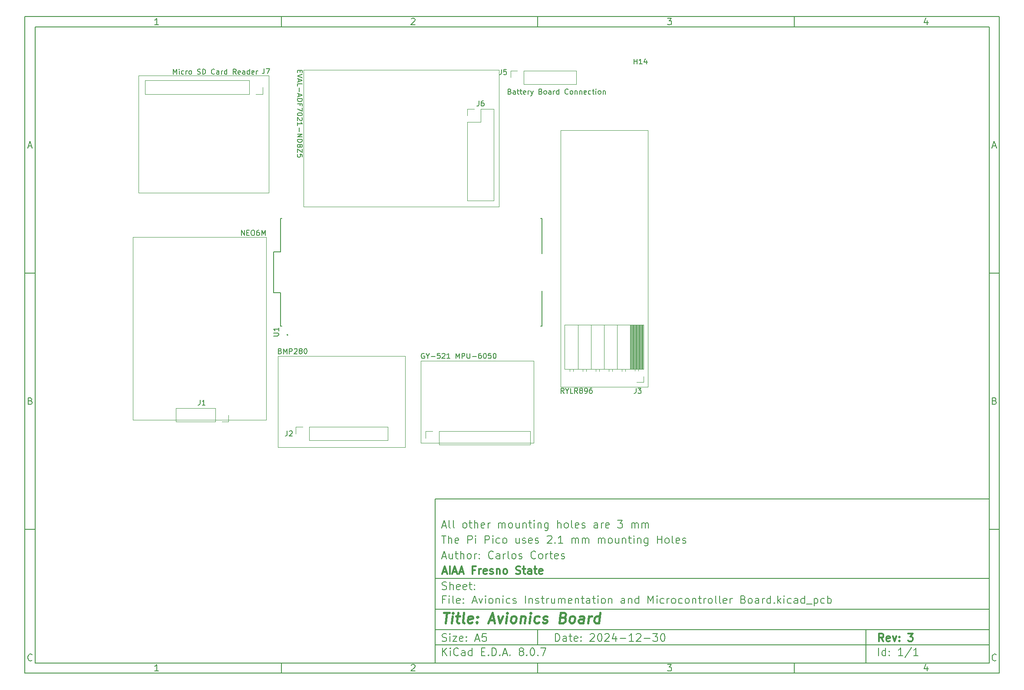
<source format=gbr>
%TF.GenerationSoftware,KiCad,Pcbnew,8.0.7*%
%TF.CreationDate,2024-12-31T14:19:16-08:00*%
%TF.ProjectId,Avionics Instrumentation and Microcontroller Board,4176696f-6e69-4637-9320-496e73747275,3*%
%TF.SameCoordinates,Original*%
%TF.FileFunction,Legend,Top*%
%TF.FilePolarity,Positive*%
%FSLAX46Y46*%
G04 Gerber Fmt 4.6, Leading zero omitted, Abs format (unit mm)*
G04 Created by KiCad (PCBNEW 8.0.7) date 2024-12-31 14:19:16*
%MOMM*%
%LPD*%
G01*
G04 APERTURE LIST*
%ADD10C,0.100000*%
%ADD11C,0.150000*%
%ADD12C,0.300000*%
%ADD13C,0.400000*%
%ADD14C,0.127000*%
%ADD15C,0.200000*%
%ADD16C,0.120000*%
G04 APERTURE END LIST*
D10*
D11*
X90007200Y-104005800D02*
X198007200Y-104005800D01*
X198007200Y-136005800D01*
X90007200Y-136005800D01*
X90007200Y-104005800D01*
D10*
D11*
X10000000Y-10000000D02*
X200007200Y-10000000D01*
X200007200Y-138005800D01*
X10000000Y-138005800D01*
X10000000Y-10000000D01*
D10*
D11*
X12000000Y-12000000D02*
X198007200Y-12000000D01*
X198007200Y-136005800D01*
X12000000Y-136005800D01*
X12000000Y-12000000D01*
D10*
D11*
X60000000Y-12000000D02*
X60000000Y-10000000D01*
D10*
D11*
X110000000Y-12000000D02*
X110000000Y-10000000D01*
D10*
D11*
X160000000Y-12000000D02*
X160000000Y-10000000D01*
D10*
D11*
X36089160Y-11593604D02*
X35346303Y-11593604D01*
X35717731Y-11593604D02*
X35717731Y-10293604D01*
X35717731Y-10293604D02*
X35593922Y-10479319D01*
X35593922Y-10479319D02*
X35470112Y-10603128D01*
X35470112Y-10603128D02*
X35346303Y-10665033D01*
D10*
D11*
X85346303Y-10417414D02*
X85408207Y-10355509D01*
X85408207Y-10355509D02*
X85532017Y-10293604D01*
X85532017Y-10293604D02*
X85841541Y-10293604D01*
X85841541Y-10293604D02*
X85965350Y-10355509D01*
X85965350Y-10355509D02*
X86027255Y-10417414D01*
X86027255Y-10417414D02*
X86089160Y-10541223D01*
X86089160Y-10541223D02*
X86089160Y-10665033D01*
X86089160Y-10665033D02*
X86027255Y-10850747D01*
X86027255Y-10850747D02*
X85284398Y-11593604D01*
X85284398Y-11593604D02*
X86089160Y-11593604D01*
D10*
D11*
X135284398Y-10293604D02*
X136089160Y-10293604D01*
X136089160Y-10293604D02*
X135655826Y-10788842D01*
X135655826Y-10788842D02*
X135841541Y-10788842D01*
X135841541Y-10788842D02*
X135965350Y-10850747D01*
X135965350Y-10850747D02*
X136027255Y-10912652D01*
X136027255Y-10912652D02*
X136089160Y-11036461D01*
X136089160Y-11036461D02*
X136089160Y-11345985D01*
X136089160Y-11345985D02*
X136027255Y-11469795D01*
X136027255Y-11469795D02*
X135965350Y-11531700D01*
X135965350Y-11531700D02*
X135841541Y-11593604D01*
X135841541Y-11593604D02*
X135470112Y-11593604D01*
X135470112Y-11593604D02*
X135346303Y-11531700D01*
X135346303Y-11531700D02*
X135284398Y-11469795D01*
D10*
D11*
X185965350Y-10726938D02*
X185965350Y-11593604D01*
X185655826Y-10231700D02*
X185346303Y-11160271D01*
X185346303Y-11160271D02*
X186151064Y-11160271D01*
D10*
D11*
X60000000Y-136005800D02*
X60000000Y-138005800D01*
D10*
D11*
X110000000Y-136005800D02*
X110000000Y-138005800D01*
D10*
D11*
X160000000Y-136005800D02*
X160000000Y-138005800D01*
D10*
D11*
X36089160Y-137599404D02*
X35346303Y-137599404D01*
X35717731Y-137599404D02*
X35717731Y-136299404D01*
X35717731Y-136299404D02*
X35593922Y-136485119D01*
X35593922Y-136485119D02*
X35470112Y-136608928D01*
X35470112Y-136608928D02*
X35346303Y-136670833D01*
D10*
D11*
X85346303Y-136423214D02*
X85408207Y-136361309D01*
X85408207Y-136361309D02*
X85532017Y-136299404D01*
X85532017Y-136299404D02*
X85841541Y-136299404D01*
X85841541Y-136299404D02*
X85965350Y-136361309D01*
X85965350Y-136361309D02*
X86027255Y-136423214D01*
X86027255Y-136423214D02*
X86089160Y-136547023D01*
X86089160Y-136547023D02*
X86089160Y-136670833D01*
X86089160Y-136670833D02*
X86027255Y-136856547D01*
X86027255Y-136856547D02*
X85284398Y-137599404D01*
X85284398Y-137599404D02*
X86089160Y-137599404D01*
D10*
D11*
X135284398Y-136299404D02*
X136089160Y-136299404D01*
X136089160Y-136299404D02*
X135655826Y-136794642D01*
X135655826Y-136794642D02*
X135841541Y-136794642D01*
X135841541Y-136794642D02*
X135965350Y-136856547D01*
X135965350Y-136856547D02*
X136027255Y-136918452D01*
X136027255Y-136918452D02*
X136089160Y-137042261D01*
X136089160Y-137042261D02*
X136089160Y-137351785D01*
X136089160Y-137351785D02*
X136027255Y-137475595D01*
X136027255Y-137475595D02*
X135965350Y-137537500D01*
X135965350Y-137537500D02*
X135841541Y-137599404D01*
X135841541Y-137599404D02*
X135470112Y-137599404D01*
X135470112Y-137599404D02*
X135346303Y-137537500D01*
X135346303Y-137537500D02*
X135284398Y-137475595D01*
D10*
D11*
X185965350Y-136732738D02*
X185965350Y-137599404D01*
X185655826Y-136237500D02*
X185346303Y-137166071D01*
X185346303Y-137166071D02*
X186151064Y-137166071D01*
D10*
D11*
X10000000Y-60000000D02*
X12000000Y-60000000D01*
D10*
D11*
X10000000Y-110000000D02*
X12000000Y-110000000D01*
D10*
D11*
X10690476Y-35222176D02*
X11309523Y-35222176D01*
X10566666Y-35593604D02*
X10999999Y-34293604D01*
X10999999Y-34293604D02*
X11433333Y-35593604D01*
D10*
D11*
X11092857Y-84912652D02*
X11278571Y-84974557D01*
X11278571Y-84974557D02*
X11340476Y-85036461D01*
X11340476Y-85036461D02*
X11402380Y-85160271D01*
X11402380Y-85160271D02*
X11402380Y-85345985D01*
X11402380Y-85345985D02*
X11340476Y-85469795D01*
X11340476Y-85469795D02*
X11278571Y-85531700D01*
X11278571Y-85531700D02*
X11154761Y-85593604D01*
X11154761Y-85593604D02*
X10659523Y-85593604D01*
X10659523Y-85593604D02*
X10659523Y-84293604D01*
X10659523Y-84293604D02*
X11092857Y-84293604D01*
X11092857Y-84293604D02*
X11216666Y-84355509D01*
X11216666Y-84355509D02*
X11278571Y-84417414D01*
X11278571Y-84417414D02*
X11340476Y-84541223D01*
X11340476Y-84541223D02*
X11340476Y-84665033D01*
X11340476Y-84665033D02*
X11278571Y-84788842D01*
X11278571Y-84788842D02*
X11216666Y-84850747D01*
X11216666Y-84850747D02*
X11092857Y-84912652D01*
X11092857Y-84912652D02*
X10659523Y-84912652D01*
D10*
D11*
X11402380Y-135469795D02*
X11340476Y-135531700D01*
X11340476Y-135531700D02*
X11154761Y-135593604D01*
X11154761Y-135593604D02*
X11030952Y-135593604D01*
X11030952Y-135593604D02*
X10845238Y-135531700D01*
X10845238Y-135531700D02*
X10721428Y-135407890D01*
X10721428Y-135407890D02*
X10659523Y-135284080D01*
X10659523Y-135284080D02*
X10597619Y-135036461D01*
X10597619Y-135036461D02*
X10597619Y-134850747D01*
X10597619Y-134850747D02*
X10659523Y-134603128D01*
X10659523Y-134603128D02*
X10721428Y-134479319D01*
X10721428Y-134479319D02*
X10845238Y-134355509D01*
X10845238Y-134355509D02*
X11030952Y-134293604D01*
X11030952Y-134293604D02*
X11154761Y-134293604D01*
X11154761Y-134293604D02*
X11340476Y-134355509D01*
X11340476Y-134355509D02*
X11402380Y-134417414D01*
D10*
D11*
X200007200Y-60000000D02*
X198007200Y-60000000D01*
D10*
D11*
X200007200Y-110000000D02*
X198007200Y-110000000D01*
D10*
D11*
X198697676Y-35222176D02*
X199316723Y-35222176D01*
X198573866Y-35593604D02*
X199007199Y-34293604D01*
X199007199Y-34293604D02*
X199440533Y-35593604D01*
D10*
D11*
X199100057Y-84912652D02*
X199285771Y-84974557D01*
X199285771Y-84974557D02*
X199347676Y-85036461D01*
X199347676Y-85036461D02*
X199409580Y-85160271D01*
X199409580Y-85160271D02*
X199409580Y-85345985D01*
X199409580Y-85345985D02*
X199347676Y-85469795D01*
X199347676Y-85469795D02*
X199285771Y-85531700D01*
X199285771Y-85531700D02*
X199161961Y-85593604D01*
X199161961Y-85593604D02*
X198666723Y-85593604D01*
X198666723Y-85593604D02*
X198666723Y-84293604D01*
X198666723Y-84293604D02*
X199100057Y-84293604D01*
X199100057Y-84293604D02*
X199223866Y-84355509D01*
X199223866Y-84355509D02*
X199285771Y-84417414D01*
X199285771Y-84417414D02*
X199347676Y-84541223D01*
X199347676Y-84541223D02*
X199347676Y-84665033D01*
X199347676Y-84665033D02*
X199285771Y-84788842D01*
X199285771Y-84788842D02*
X199223866Y-84850747D01*
X199223866Y-84850747D02*
X199100057Y-84912652D01*
X199100057Y-84912652D02*
X198666723Y-84912652D01*
D10*
D11*
X199409580Y-135469795D02*
X199347676Y-135531700D01*
X199347676Y-135531700D02*
X199161961Y-135593604D01*
X199161961Y-135593604D02*
X199038152Y-135593604D01*
X199038152Y-135593604D02*
X198852438Y-135531700D01*
X198852438Y-135531700D02*
X198728628Y-135407890D01*
X198728628Y-135407890D02*
X198666723Y-135284080D01*
X198666723Y-135284080D02*
X198604819Y-135036461D01*
X198604819Y-135036461D02*
X198604819Y-134850747D01*
X198604819Y-134850747D02*
X198666723Y-134603128D01*
X198666723Y-134603128D02*
X198728628Y-134479319D01*
X198728628Y-134479319D02*
X198852438Y-134355509D01*
X198852438Y-134355509D02*
X199038152Y-134293604D01*
X199038152Y-134293604D02*
X199161961Y-134293604D01*
X199161961Y-134293604D02*
X199347676Y-134355509D01*
X199347676Y-134355509D02*
X199409580Y-134417414D01*
D10*
D11*
X113463026Y-131791928D02*
X113463026Y-130291928D01*
X113463026Y-130291928D02*
X113820169Y-130291928D01*
X113820169Y-130291928D02*
X114034455Y-130363357D01*
X114034455Y-130363357D02*
X114177312Y-130506214D01*
X114177312Y-130506214D02*
X114248741Y-130649071D01*
X114248741Y-130649071D02*
X114320169Y-130934785D01*
X114320169Y-130934785D02*
X114320169Y-131149071D01*
X114320169Y-131149071D02*
X114248741Y-131434785D01*
X114248741Y-131434785D02*
X114177312Y-131577642D01*
X114177312Y-131577642D02*
X114034455Y-131720500D01*
X114034455Y-131720500D02*
X113820169Y-131791928D01*
X113820169Y-131791928D02*
X113463026Y-131791928D01*
X115605884Y-131791928D02*
X115605884Y-131006214D01*
X115605884Y-131006214D02*
X115534455Y-130863357D01*
X115534455Y-130863357D02*
X115391598Y-130791928D01*
X115391598Y-130791928D02*
X115105884Y-130791928D01*
X115105884Y-130791928D02*
X114963026Y-130863357D01*
X115605884Y-131720500D02*
X115463026Y-131791928D01*
X115463026Y-131791928D02*
X115105884Y-131791928D01*
X115105884Y-131791928D02*
X114963026Y-131720500D01*
X114963026Y-131720500D02*
X114891598Y-131577642D01*
X114891598Y-131577642D02*
X114891598Y-131434785D01*
X114891598Y-131434785D02*
X114963026Y-131291928D01*
X114963026Y-131291928D02*
X115105884Y-131220500D01*
X115105884Y-131220500D02*
X115463026Y-131220500D01*
X115463026Y-131220500D02*
X115605884Y-131149071D01*
X116105884Y-130791928D02*
X116677312Y-130791928D01*
X116320169Y-130291928D02*
X116320169Y-131577642D01*
X116320169Y-131577642D02*
X116391598Y-131720500D01*
X116391598Y-131720500D02*
X116534455Y-131791928D01*
X116534455Y-131791928D02*
X116677312Y-131791928D01*
X117748741Y-131720500D02*
X117605884Y-131791928D01*
X117605884Y-131791928D02*
X117320170Y-131791928D01*
X117320170Y-131791928D02*
X117177312Y-131720500D01*
X117177312Y-131720500D02*
X117105884Y-131577642D01*
X117105884Y-131577642D02*
X117105884Y-131006214D01*
X117105884Y-131006214D02*
X117177312Y-130863357D01*
X117177312Y-130863357D02*
X117320170Y-130791928D01*
X117320170Y-130791928D02*
X117605884Y-130791928D01*
X117605884Y-130791928D02*
X117748741Y-130863357D01*
X117748741Y-130863357D02*
X117820170Y-131006214D01*
X117820170Y-131006214D02*
X117820170Y-131149071D01*
X117820170Y-131149071D02*
X117105884Y-131291928D01*
X118463026Y-131649071D02*
X118534455Y-131720500D01*
X118534455Y-131720500D02*
X118463026Y-131791928D01*
X118463026Y-131791928D02*
X118391598Y-131720500D01*
X118391598Y-131720500D02*
X118463026Y-131649071D01*
X118463026Y-131649071D02*
X118463026Y-131791928D01*
X118463026Y-130863357D02*
X118534455Y-130934785D01*
X118534455Y-130934785D02*
X118463026Y-131006214D01*
X118463026Y-131006214D02*
X118391598Y-130934785D01*
X118391598Y-130934785D02*
X118463026Y-130863357D01*
X118463026Y-130863357D02*
X118463026Y-131006214D01*
X120248741Y-130434785D02*
X120320169Y-130363357D01*
X120320169Y-130363357D02*
X120463027Y-130291928D01*
X120463027Y-130291928D02*
X120820169Y-130291928D01*
X120820169Y-130291928D02*
X120963027Y-130363357D01*
X120963027Y-130363357D02*
X121034455Y-130434785D01*
X121034455Y-130434785D02*
X121105884Y-130577642D01*
X121105884Y-130577642D02*
X121105884Y-130720500D01*
X121105884Y-130720500D02*
X121034455Y-130934785D01*
X121034455Y-130934785D02*
X120177312Y-131791928D01*
X120177312Y-131791928D02*
X121105884Y-131791928D01*
X122034455Y-130291928D02*
X122177312Y-130291928D01*
X122177312Y-130291928D02*
X122320169Y-130363357D01*
X122320169Y-130363357D02*
X122391598Y-130434785D01*
X122391598Y-130434785D02*
X122463026Y-130577642D01*
X122463026Y-130577642D02*
X122534455Y-130863357D01*
X122534455Y-130863357D02*
X122534455Y-131220500D01*
X122534455Y-131220500D02*
X122463026Y-131506214D01*
X122463026Y-131506214D02*
X122391598Y-131649071D01*
X122391598Y-131649071D02*
X122320169Y-131720500D01*
X122320169Y-131720500D02*
X122177312Y-131791928D01*
X122177312Y-131791928D02*
X122034455Y-131791928D01*
X122034455Y-131791928D02*
X121891598Y-131720500D01*
X121891598Y-131720500D02*
X121820169Y-131649071D01*
X121820169Y-131649071D02*
X121748740Y-131506214D01*
X121748740Y-131506214D02*
X121677312Y-131220500D01*
X121677312Y-131220500D02*
X121677312Y-130863357D01*
X121677312Y-130863357D02*
X121748740Y-130577642D01*
X121748740Y-130577642D02*
X121820169Y-130434785D01*
X121820169Y-130434785D02*
X121891598Y-130363357D01*
X121891598Y-130363357D02*
X122034455Y-130291928D01*
X123105883Y-130434785D02*
X123177311Y-130363357D01*
X123177311Y-130363357D02*
X123320169Y-130291928D01*
X123320169Y-130291928D02*
X123677311Y-130291928D01*
X123677311Y-130291928D02*
X123820169Y-130363357D01*
X123820169Y-130363357D02*
X123891597Y-130434785D01*
X123891597Y-130434785D02*
X123963026Y-130577642D01*
X123963026Y-130577642D02*
X123963026Y-130720500D01*
X123963026Y-130720500D02*
X123891597Y-130934785D01*
X123891597Y-130934785D02*
X123034454Y-131791928D01*
X123034454Y-131791928D02*
X123963026Y-131791928D01*
X125248740Y-130791928D02*
X125248740Y-131791928D01*
X124891597Y-130220500D02*
X124534454Y-131291928D01*
X124534454Y-131291928D02*
X125463025Y-131291928D01*
X126034453Y-131220500D02*
X127177311Y-131220500D01*
X128677311Y-131791928D02*
X127820168Y-131791928D01*
X128248739Y-131791928D02*
X128248739Y-130291928D01*
X128248739Y-130291928D02*
X128105882Y-130506214D01*
X128105882Y-130506214D02*
X127963025Y-130649071D01*
X127963025Y-130649071D02*
X127820168Y-130720500D01*
X129248739Y-130434785D02*
X129320167Y-130363357D01*
X129320167Y-130363357D02*
X129463025Y-130291928D01*
X129463025Y-130291928D02*
X129820167Y-130291928D01*
X129820167Y-130291928D02*
X129963025Y-130363357D01*
X129963025Y-130363357D02*
X130034453Y-130434785D01*
X130034453Y-130434785D02*
X130105882Y-130577642D01*
X130105882Y-130577642D02*
X130105882Y-130720500D01*
X130105882Y-130720500D02*
X130034453Y-130934785D01*
X130034453Y-130934785D02*
X129177310Y-131791928D01*
X129177310Y-131791928D02*
X130105882Y-131791928D01*
X130748738Y-131220500D02*
X131891596Y-131220500D01*
X132463024Y-130291928D02*
X133391596Y-130291928D01*
X133391596Y-130291928D02*
X132891596Y-130863357D01*
X132891596Y-130863357D02*
X133105881Y-130863357D01*
X133105881Y-130863357D02*
X133248739Y-130934785D01*
X133248739Y-130934785D02*
X133320167Y-131006214D01*
X133320167Y-131006214D02*
X133391596Y-131149071D01*
X133391596Y-131149071D02*
X133391596Y-131506214D01*
X133391596Y-131506214D02*
X133320167Y-131649071D01*
X133320167Y-131649071D02*
X133248739Y-131720500D01*
X133248739Y-131720500D02*
X133105881Y-131791928D01*
X133105881Y-131791928D02*
X132677310Y-131791928D01*
X132677310Y-131791928D02*
X132534453Y-131720500D01*
X132534453Y-131720500D02*
X132463024Y-131649071D01*
X134320167Y-130291928D02*
X134463024Y-130291928D01*
X134463024Y-130291928D02*
X134605881Y-130363357D01*
X134605881Y-130363357D02*
X134677310Y-130434785D01*
X134677310Y-130434785D02*
X134748738Y-130577642D01*
X134748738Y-130577642D02*
X134820167Y-130863357D01*
X134820167Y-130863357D02*
X134820167Y-131220500D01*
X134820167Y-131220500D02*
X134748738Y-131506214D01*
X134748738Y-131506214D02*
X134677310Y-131649071D01*
X134677310Y-131649071D02*
X134605881Y-131720500D01*
X134605881Y-131720500D02*
X134463024Y-131791928D01*
X134463024Y-131791928D02*
X134320167Y-131791928D01*
X134320167Y-131791928D02*
X134177310Y-131720500D01*
X134177310Y-131720500D02*
X134105881Y-131649071D01*
X134105881Y-131649071D02*
X134034452Y-131506214D01*
X134034452Y-131506214D02*
X133963024Y-131220500D01*
X133963024Y-131220500D02*
X133963024Y-130863357D01*
X133963024Y-130863357D02*
X134034452Y-130577642D01*
X134034452Y-130577642D02*
X134105881Y-130434785D01*
X134105881Y-130434785D02*
X134177310Y-130363357D01*
X134177310Y-130363357D02*
X134320167Y-130291928D01*
D10*
D11*
X90007200Y-132505800D02*
X198007200Y-132505800D01*
D10*
D11*
X91463026Y-134591928D02*
X91463026Y-133091928D01*
X92320169Y-134591928D02*
X91677312Y-133734785D01*
X92320169Y-133091928D02*
X91463026Y-133949071D01*
X92963026Y-134591928D02*
X92963026Y-133591928D01*
X92963026Y-133091928D02*
X92891598Y-133163357D01*
X92891598Y-133163357D02*
X92963026Y-133234785D01*
X92963026Y-133234785D02*
X93034455Y-133163357D01*
X93034455Y-133163357D02*
X92963026Y-133091928D01*
X92963026Y-133091928D02*
X92963026Y-133234785D01*
X94534455Y-134449071D02*
X94463027Y-134520500D01*
X94463027Y-134520500D02*
X94248741Y-134591928D01*
X94248741Y-134591928D02*
X94105884Y-134591928D01*
X94105884Y-134591928D02*
X93891598Y-134520500D01*
X93891598Y-134520500D02*
X93748741Y-134377642D01*
X93748741Y-134377642D02*
X93677312Y-134234785D01*
X93677312Y-134234785D02*
X93605884Y-133949071D01*
X93605884Y-133949071D02*
X93605884Y-133734785D01*
X93605884Y-133734785D02*
X93677312Y-133449071D01*
X93677312Y-133449071D02*
X93748741Y-133306214D01*
X93748741Y-133306214D02*
X93891598Y-133163357D01*
X93891598Y-133163357D02*
X94105884Y-133091928D01*
X94105884Y-133091928D02*
X94248741Y-133091928D01*
X94248741Y-133091928D02*
X94463027Y-133163357D01*
X94463027Y-133163357D02*
X94534455Y-133234785D01*
X95820170Y-134591928D02*
X95820170Y-133806214D01*
X95820170Y-133806214D02*
X95748741Y-133663357D01*
X95748741Y-133663357D02*
X95605884Y-133591928D01*
X95605884Y-133591928D02*
X95320170Y-133591928D01*
X95320170Y-133591928D02*
X95177312Y-133663357D01*
X95820170Y-134520500D02*
X95677312Y-134591928D01*
X95677312Y-134591928D02*
X95320170Y-134591928D01*
X95320170Y-134591928D02*
X95177312Y-134520500D01*
X95177312Y-134520500D02*
X95105884Y-134377642D01*
X95105884Y-134377642D02*
X95105884Y-134234785D01*
X95105884Y-134234785D02*
X95177312Y-134091928D01*
X95177312Y-134091928D02*
X95320170Y-134020500D01*
X95320170Y-134020500D02*
X95677312Y-134020500D01*
X95677312Y-134020500D02*
X95820170Y-133949071D01*
X97177313Y-134591928D02*
X97177313Y-133091928D01*
X97177313Y-134520500D02*
X97034455Y-134591928D01*
X97034455Y-134591928D02*
X96748741Y-134591928D01*
X96748741Y-134591928D02*
X96605884Y-134520500D01*
X96605884Y-134520500D02*
X96534455Y-134449071D01*
X96534455Y-134449071D02*
X96463027Y-134306214D01*
X96463027Y-134306214D02*
X96463027Y-133877642D01*
X96463027Y-133877642D02*
X96534455Y-133734785D01*
X96534455Y-133734785D02*
X96605884Y-133663357D01*
X96605884Y-133663357D02*
X96748741Y-133591928D01*
X96748741Y-133591928D02*
X97034455Y-133591928D01*
X97034455Y-133591928D02*
X97177313Y-133663357D01*
X99034455Y-133806214D02*
X99534455Y-133806214D01*
X99748741Y-134591928D02*
X99034455Y-134591928D01*
X99034455Y-134591928D02*
X99034455Y-133091928D01*
X99034455Y-133091928D02*
X99748741Y-133091928D01*
X100391598Y-134449071D02*
X100463027Y-134520500D01*
X100463027Y-134520500D02*
X100391598Y-134591928D01*
X100391598Y-134591928D02*
X100320170Y-134520500D01*
X100320170Y-134520500D02*
X100391598Y-134449071D01*
X100391598Y-134449071D02*
X100391598Y-134591928D01*
X101105884Y-134591928D02*
X101105884Y-133091928D01*
X101105884Y-133091928D02*
X101463027Y-133091928D01*
X101463027Y-133091928D02*
X101677313Y-133163357D01*
X101677313Y-133163357D02*
X101820170Y-133306214D01*
X101820170Y-133306214D02*
X101891599Y-133449071D01*
X101891599Y-133449071D02*
X101963027Y-133734785D01*
X101963027Y-133734785D02*
X101963027Y-133949071D01*
X101963027Y-133949071D02*
X101891599Y-134234785D01*
X101891599Y-134234785D02*
X101820170Y-134377642D01*
X101820170Y-134377642D02*
X101677313Y-134520500D01*
X101677313Y-134520500D02*
X101463027Y-134591928D01*
X101463027Y-134591928D02*
X101105884Y-134591928D01*
X102605884Y-134449071D02*
X102677313Y-134520500D01*
X102677313Y-134520500D02*
X102605884Y-134591928D01*
X102605884Y-134591928D02*
X102534456Y-134520500D01*
X102534456Y-134520500D02*
X102605884Y-134449071D01*
X102605884Y-134449071D02*
X102605884Y-134591928D01*
X103248742Y-134163357D02*
X103963028Y-134163357D01*
X103105885Y-134591928D02*
X103605885Y-133091928D01*
X103605885Y-133091928D02*
X104105885Y-134591928D01*
X104605884Y-134449071D02*
X104677313Y-134520500D01*
X104677313Y-134520500D02*
X104605884Y-134591928D01*
X104605884Y-134591928D02*
X104534456Y-134520500D01*
X104534456Y-134520500D02*
X104605884Y-134449071D01*
X104605884Y-134449071D02*
X104605884Y-134591928D01*
X106677313Y-133734785D02*
X106534456Y-133663357D01*
X106534456Y-133663357D02*
X106463027Y-133591928D01*
X106463027Y-133591928D02*
X106391599Y-133449071D01*
X106391599Y-133449071D02*
X106391599Y-133377642D01*
X106391599Y-133377642D02*
X106463027Y-133234785D01*
X106463027Y-133234785D02*
X106534456Y-133163357D01*
X106534456Y-133163357D02*
X106677313Y-133091928D01*
X106677313Y-133091928D02*
X106963027Y-133091928D01*
X106963027Y-133091928D02*
X107105885Y-133163357D01*
X107105885Y-133163357D02*
X107177313Y-133234785D01*
X107177313Y-133234785D02*
X107248742Y-133377642D01*
X107248742Y-133377642D02*
X107248742Y-133449071D01*
X107248742Y-133449071D02*
X107177313Y-133591928D01*
X107177313Y-133591928D02*
X107105885Y-133663357D01*
X107105885Y-133663357D02*
X106963027Y-133734785D01*
X106963027Y-133734785D02*
X106677313Y-133734785D01*
X106677313Y-133734785D02*
X106534456Y-133806214D01*
X106534456Y-133806214D02*
X106463027Y-133877642D01*
X106463027Y-133877642D02*
X106391599Y-134020500D01*
X106391599Y-134020500D02*
X106391599Y-134306214D01*
X106391599Y-134306214D02*
X106463027Y-134449071D01*
X106463027Y-134449071D02*
X106534456Y-134520500D01*
X106534456Y-134520500D02*
X106677313Y-134591928D01*
X106677313Y-134591928D02*
X106963027Y-134591928D01*
X106963027Y-134591928D02*
X107105885Y-134520500D01*
X107105885Y-134520500D02*
X107177313Y-134449071D01*
X107177313Y-134449071D02*
X107248742Y-134306214D01*
X107248742Y-134306214D02*
X107248742Y-134020500D01*
X107248742Y-134020500D02*
X107177313Y-133877642D01*
X107177313Y-133877642D02*
X107105885Y-133806214D01*
X107105885Y-133806214D02*
X106963027Y-133734785D01*
X107891598Y-134449071D02*
X107963027Y-134520500D01*
X107963027Y-134520500D02*
X107891598Y-134591928D01*
X107891598Y-134591928D02*
X107820170Y-134520500D01*
X107820170Y-134520500D02*
X107891598Y-134449071D01*
X107891598Y-134449071D02*
X107891598Y-134591928D01*
X108891599Y-133091928D02*
X109034456Y-133091928D01*
X109034456Y-133091928D02*
X109177313Y-133163357D01*
X109177313Y-133163357D02*
X109248742Y-133234785D01*
X109248742Y-133234785D02*
X109320170Y-133377642D01*
X109320170Y-133377642D02*
X109391599Y-133663357D01*
X109391599Y-133663357D02*
X109391599Y-134020500D01*
X109391599Y-134020500D02*
X109320170Y-134306214D01*
X109320170Y-134306214D02*
X109248742Y-134449071D01*
X109248742Y-134449071D02*
X109177313Y-134520500D01*
X109177313Y-134520500D02*
X109034456Y-134591928D01*
X109034456Y-134591928D02*
X108891599Y-134591928D01*
X108891599Y-134591928D02*
X108748742Y-134520500D01*
X108748742Y-134520500D02*
X108677313Y-134449071D01*
X108677313Y-134449071D02*
X108605884Y-134306214D01*
X108605884Y-134306214D02*
X108534456Y-134020500D01*
X108534456Y-134020500D02*
X108534456Y-133663357D01*
X108534456Y-133663357D02*
X108605884Y-133377642D01*
X108605884Y-133377642D02*
X108677313Y-133234785D01*
X108677313Y-133234785D02*
X108748742Y-133163357D01*
X108748742Y-133163357D02*
X108891599Y-133091928D01*
X110034455Y-134449071D02*
X110105884Y-134520500D01*
X110105884Y-134520500D02*
X110034455Y-134591928D01*
X110034455Y-134591928D02*
X109963027Y-134520500D01*
X109963027Y-134520500D02*
X110034455Y-134449071D01*
X110034455Y-134449071D02*
X110034455Y-134591928D01*
X110605884Y-133091928D02*
X111605884Y-133091928D01*
X111605884Y-133091928D02*
X110963027Y-134591928D01*
D10*
D11*
X90007200Y-129505800D02*
X198007200Y-129505800D01*
D10*
D12*
X177418853Y-131784128D02*
X176918853Y-131069842D01*
X176561710Y-131784128D02*
X176561710Y-130284128D01*
X176561710Y-130284128D02*
X177133139Y-130284128D01*
X177133139Y-130284128D02*
X177275996Y-130355557D01*
X177275996Y-130355557D02*
X177347425Y-130426985D01*
X177347425Y-130426985D02*
X177418853Y-130569842D01*
X177418853Y-130569842D02*
X177418853Y-130784128D01*
X177418853Y-130784128D02*
X177347425Y-130926985D01*
X177347425Y-130926985D02*
X177275996Y-130998414D01*
X177275996Y-130998414D02*
X177133139Y-131069842D01*
X177133139Y-131069842D02*
X176561710Y-131069842D01*
X178633139Y-131712700D02*
X178490282Y-131784128D01*
X178490282Y-131784128D02*
X178204568Y-131784128D01*
X178204568Y-131784128D02*
X178061710Y-131712700D01*
X178061710Y-131712700D02*
X177990282Y-131569842D01*
X177990282Y-131569842D02*
X177990282Y-130998414D01*
X177990282Y-130998414D02*
X178061710Y-130855557D01*
X178061710Y-130855557D02*
X178204568Y-130784128D01*
X178204568Y-130784128D02*
X178490282Y-130784128D01*
X178490282Y-130784128D02*
X178633139Y-130855557D01*
X178633139Y-130855557D02*
X178704568Y-130998414D01*
X178704568Y-130998414D02*
X178704568Y-131141271D01*
X178704568Y-131141271D02*
X177990282Y-131284128D01*
X179204567Y-130784128D02*
X179561710Y-131784128D01*
X179561710Y-131784128D02*
X179918853Y-130784128D01*
X180490281Y-131641271D02*
X180561710Y-131712700D01*
X180561710Y-131712700D02*
X180490281Y-131784128D01*
X180490281Y-131784128D02*
X180418853Y-131712700D01*
X180418853Y-131712700D02*
X180490281Y-131641271D01*
X180490281Y-131641271D02*
X180490281Y-131784128D01*
X180490281Y-130855557D02*
X180561710Y-130926985D01*
X180561710Y-130926985D02*
X180490281Y-130998414D01*
X180490281Y-130998414D02*
X180418853Y-130926985D01*
X180418853Y-130926985D02*
X180490281Y-130855557D01*
X180490281Y-130855557D02*
X180490281Y-130998414D01*
X182204567Y-130284128D02*
X183133139Y-130284128D01*
X183133139Y-130284128D02*
X182633139Y-130855557D01*
X182633139Y-130855557D02*
X182847424Y-130855557D01*
X182847424Y-130855557D02*
X182990282Y-130926985D01*
X182990282Y-130926985D02*
X183061710Y-130998414D01*
X183061710Y-130998414D02*
X183133139Y-131141271D01*
X183133139Y-131141271D02*
X183133139Y-131498414D01*
X183133139Y-131498414D02*
X183061710Y-131641271D01*
X183061710Y-131641271D02*
X182990282Y-131712700D01*
X182990282Y-131712700D02*
X182847424Y-131784128D01*
X182847424Y-131784128D02*
X182418853Y-131784128D01*
X182418853Y-131784128D02*
X182275996Y-131712700D01*
X182275996Y-131712700D02*
X182204567Y-131641271D01*
D10*
D11*
X91391598Y-131720500D02*
X91605884Y-131791928D01*
X91605884Y-131791928D02*
X91963026Y-131791928D01*
X91963026Y-131791928D02*
X92105884Y-131720500D01*
X92105884Y-131720500D02*
X92177312Y-131649071D01*
X92177312Y-131649071D02*
X92248741Y-131506214D01*
X92248741Y-131506214D02*
X92248741Y-131363357D01*
X92248741Y-131363357D02*
X92177312Y-131220500D01*
X92177312Y-131220500D02*
X92105884Y-131149071D01*
X92105884Y-131149071D02*
X91963026Y-131077642D01*
X91963026Y-131077642D02*
X91677312Y-131006214D01*
X91677312Y-131006214D02*
X91534455Y-130934785D01*
X91534455Y-130934785D02*
X91463026Y-130863357D01*
X91463026Y-130863357D02*
X91391598Y-130720500D01*
X91391598Y-130720500D02*
X91391598Y-130577642D01*
X91391598Y-130577642D02*
X91463026Y-130434785D01*
X91463026Y-130434785D02*
X91534455Y-130363357D01*
X91534455Y-130363357D02*
X91677312Y-130291928D01*
X91677312Y-130291928D02*
X92034455Y-130291928D01*
X92034455Y-130291928D02*
X92248741Y-130363357D01*
X92891597Y-131791928D02*
X92891597Y-130791928D01*
X92891597Y-130291928D02*
X92820169Y-130363357D01*
X92820169Y-130363357D02*
X92891597Y-130434785D01*
X92891597Y-130434785D02*
X92963026Y-130363357D01*
X92963026Y-130363357D02*
X92891597Y-130291928D01*
X92891597Y-130291928D02*
X92891597Y-130434785D01*
X93463026Y-130791928D02*
X94248741Y-130791928D01*
X94248741Y-130791928D02*
X93463026Y-131791928D01*
X93463026Y-131791928D02*
X94248741Y-131791928D01*
X95391598Y-131720500D02*
X95248741Y-131791928D01*
X95248741Y-131791928D02*
X94963027Y-131791928D01*
X94963027Y-131791928D02*
X94820169Y-131720500D01*
X94820169Y-131720500D02*
X94748741Y-131577642D01*
X94748741Y-131577642D02*
X94748741Y-131006214D01*
X94748741Y-131006214D02*
X94820169Y-130863357D01*
X94820169Y-130863357D02*
X94963027Y-130791928D01*
X94963027Y-130791928D02*
X95248741Y-130791928D01*
X95248741Y-130791928D02*
X95391598Y-130863357D01*
X95391598Y-130863357D02*
X95463027Y-131006214D01*
X95463027Y-131006214D02*
X95463027Y-131149071D01*
X95463027Y-131149071D02*
X94748741Y-131291928D01*
X96105883Y-131649071D02*
X96177312Y-131720500D01*
X96177312Y-131720500D02*
X96105883Y-131791928D01*
X96105883Y-131791928D02*
X96034455Y-131720500D01*
X96034455Y-131720500D02*
X96105883Y-131649071D01*
X96105883Y-131649071D02*
X96105883Y-131791928D01*
X96105883Y-130863357D02*
X96177312Y-130934785D01*
X96177312Y-130934785D02*
X96105883Y-131006214D01*
X96105883Y-131006214D02*
X96034455Y-130934785D01*
X96034455Y-130934785D02*
X96105883Y-130863357D01*
X96105883Y-130863357D02*
X96105883Y-131006214D01*
X97891598Y-131363357D02*
X98605884Y-131363357D01*
X97748741Y-131791928D02*
X98248741Y-130291928D01*
X98248741Y-130291928D02*
X98748741Y-131791928D01*
X99963026Y-130291928D02*
X99248740Y-130291928D01*
X99248740Y-130291928D02*
X99177312Y-131006214D01*
X99177312Y-131006214D02*
X99248740Y-130934785D01*
X99248740Y-130934785D02*
X99391598Y-130863357D01*
X99391598Y-130863357D02*
X99748740Y-130863357D01*
X99748740Y-130863357D02*
X99891598Y-130934785D01*
X99891598Y-130934785D02*
X99963026Y-131006214D01*
X99963026Y-131006214D02*
X100034455Y-131149071D01*
X100034455Y-131149071D02*
X100034455Y-131506214D01*
X100034455Y-131506214D02*
X99963026Y-131649071D01*
X99963026Y-131649071D02*
X99891598Y-131720500D01*
X99891598Y-131720500D02*
X99748740Y-131791928D01*
X99748740Y-131791928D02*
X99391598Y-131791928D01*
X99391598Y-131791928D02*
X99248740Y-131720500D01*
X99248740Y-131720500D02*
X99177312Y-131649071D01*
D10*
D11*
X176463026Y-134591928D02*
X176463026Y-133091928D01*
X177820170Y-134591928D02*
X177820170Y-133091928D01*
X177820170Y-134520500D02*
X177677312Y-134591928D01*
X177677312Y-134591928D02*
X177391598Y-134591928D01*
X177391598Y-134591928D02*
X177248741Y-134520500D01*
X177248741Y-134520500D02*
X177177312Y-134449071D01*
X177177312Y-134449071D02*
X177105884Y-134306214D01*
X177105884Y-134306214D02*
X177105884Y-133877642D01*
X177105884Y-133877642D02*
X177177312Y-133734785D01*
X177177312Y-133734785D02*
X177248741Y-133663357D01*
X177248741Y-133663357D02*
X177391598Y-133591928D01*
X177391598Y-133591928D02*
X177677312Y-133591928D01*
X177677312Y-133591928D02*
X177820170Y-133663357D01*
X178534455Y-134449071D02*
X178605884Y-134520500D01*
X178605884Y-134520500D02*
X178534455Y-134591928D01*
X178534455Y-134591928D02*
X178463027Y-134520500D01*
X178463027Y-134520500D02*
X178534455Y-134449071D01*
X178534455Y-134449071D02*
X178534455Y-134591928D01*
X178534455Y-133663357D02*
X178605884Y-133734785D01*
X178605884Y-133734785D02*
X178534455Y-133806214D01*
X178534455Y-133806214D02*
X178463027Y-133734785D01*
X178463027Y-133734785D02*
X178534455Y-133663357D01*
X178534455Y-133663357D02*
X178534455Y-133806214D01*
X181177313Y-134591928D02*
X180320170Y-134591928D01*
X180748741Y-134591928D02*
X180748741Y-133091928D01*
X180748741Y-133091928D02*
X180605884Y-133306214D01*
X180605884Y-133306214D02*
X180463027Y-133449071D01*
X180463027Y-133449071D02*
X180320170Y-133520500D01*
X182891598Y-133020500D02*
X181605884Y-134949071D01*
X184177313Y-134591928D02*
X183320170Y-134591928D01*
X183748741Y-134591928D02*
X183748741Y-133091928D01*
X183748741Y-133091928D02*
X183605884Y-133306214D01*
X183605884Y-133306214D02*
X183463027Y-133449071D01*
X183463027Y-133449071D02*
X183320170Y-133520500D01*
D10*
D11*
X90007200Y-125505800D02*
X198007200Y-125505800D01*
D10*
D13*
X91698928Y-126210238D02*
X92841785Y-126210238D01*
X92020357Y-128210238D02*
X92270357Y-126210238D01*
X93258452Y-128210238D02*
X93425119Y-126876904D01*
X93508452Y-126210238D02*
X93401309Y-126305476D01*
X93401309Y-126305476D02*
X93484643Y-126400714D01*
X93484643Y-126400714D02*
X93591786Y-126305476D01*
X93591786Y-126305476D02*
X93508452Y-126210238D01*
X93508452Y-126210238D02*
X93484643Y-126400714D01*
X94091786Y-126876904D02*
X94853690Y-126876904D01*
X94460833Y-126210238D02*
X94246548Y-127924523D01*
X94246548Y-127924523D02*
X94317976Y-128115000D01*
X94317976Y-128115000D02*
X94496548Y-128210238D01*
X94496548Y-128210238D02*
X94687024Y-128210238D01*
X95639405Y-128210238D02*
X95460833Y-128115000D01*
X95460833Y-128115000D02*
X95389405Y-127924523D01*
X95389405Y-127924523D02*
X95603690Y-126210238D01*
X97175119Y-128115000D02*
X96972738Y-128210238D01*
X96972738Y-128210238D02*
X96591785Y-128210238D01*
X96591785Y-128210238D02*
X96413214Y-128115000D01*
X96413214Y-128115000D02*
X96341785Y-127924523D01*
X96341785Y-127924523D02*
X96437024Y-127162619D01*
X96437024Y-127162619D02*
X96556071Y-126972142D01*
X96556071Y-126972142D02*
X96758452Y-126876904D01*
X96758452Y-126876904D02*
X97139404Y-126876904D01*
X97139404Y-126876904D02*
X97317976Y-126972142D01*
X97317976Y-126972142D02*
X97389404Y-127162619D01*
X97389404Y-127162619D02*
X97365595Y-127353095D01*
X97365595Y-127353095D02*
X96389404Y-127543571D01*
X98139405Y-128019761D02*
X98222738Y-128115000D01*
X98222738Y-128115000D02*
X98115595Y-128210238D01*
X98115595Y-128210238D02*
X98032262Y-128115000D01*
X98032262Y-128115000D02*
X98139405Y-128019761D01*
X98139405Y-128019761D02*
X98115595Y-128210238D01*
X98270357Y-126972142D02*
X98353690Y-127067380D01*
X98353690Y-127067380D02*
X98246548Y-127162619D01*
X98246548Y-127162619D02*
X98163214Y-127067380D01*
X98163214Y-127067380D02*
X98270357Y-126972142D01*
X98270357Y-126972142D02*
X98246548Y-127162619D01*
X100567977Y-127638809D02*
X101520358Y-127638809D01*
X100306072Y-128210238D02*
X101222739Y-126210238D01*
X101222739Y-126210238D02*
X101639405Y-128210238D01*
X102282263Y-126876904D02*
X102591787Y-128210238D01*
X102591787Y-128210238D02*
X103234644Y-126876904D01*
X103829882Y-128210238D02*
X103996549Y-126876904D01*
X104079882Y-126210238D02*
X103972739Y-126305476D01*
X103972739Y-126305476D02*
X104056073Y-126400714D01*
X104056073Y-126400714D02*
X104163216Y-126305476D01*
X104163216Y-126305476D02*
X104079882Y-126210238D01*
X104079882Y-126210238D02*
X104056073Y-126400714D01*
X105067978Y-128210238D02*
X104889406Y-128115000D01*
X104889406Y-128115000D02*
X104806073Y-128019761D01*
X104806073Y-128019761D02*
X104734644Y-127829285D01*
X104734644Y-127829285D02*
X104806073Y-127257857D01*
X104806073Y-127257857D02*
X104925120Y-127067380D01*
X104925120Y-127067380D02*
X105032263Y-126972142D01*
X105032263Y-126972142D02*
X105234644Y-126876904D01*
X105234644Y-126876904D02*
X105520358Y-126876904D01*
X105520358Y-126876904D02*
X105698930Y-126972142D01*
X105698930Y-126972142D02*
X105782263Y-127067380D01*
X105782263Y-127067380D02*
X105853692Y-127257857D01*
X105853692Y-127257857D02*
X105782263Y-127829285D01*
X105782263Y-127829285D02*
X105663216Y-128019761D01*
X105663216Y-128019761D02*
X105556073Y-128115000D01*
X105556073Y-128115000D02*
X105353692Y-128210238D01*
X105353692Y-128210238D02*
X105067978Y-128210238D01*
X106758454Y-126876904D02*
X106591787Y-128210238D01*
X106734644Y-127067380D02*
X106841787Y-126972142D01*
X106841787Y-126972142D02*
X107044168Y-126876904D01*
X107044168Y-126876904D02*
X107329882Y-126876904D01*
X107329882Y-126876904D02*
X107508454Y-126972142D01*
X107508454Y-126972142D02*
X107579882Y-127162619D01*
X107579882Y-127162619D02*
X107448930Y-128210238D01*
X108401311Y-128210238D02*
X108567978Y-126876904D01*
X108651311Y-126210238D02*
X108544168Y-126305476D01*
X108544168Y-126305476D02*
X108627502Y-126400714D01*
X108627502Y-126400714D02*
X108734645Y-126305476D01*
X108734645Y-126305476D02*
X108651311Y-126210238D01*
X108651311Y-126210238D02*
X108627502Y-126400714D01*
X110222740Y-128115000D02*
X110020359Y-128210238D01*
X110020359Y-128210238D02*
X109639407Y-128210238D01*
X109639407Y-128210238D02*
X109460835Y-128115000D01*
X109460835Y-128115000D02*
X109377502Y-128019761D01*
X109377502Y-128019761D02*
X109306073Y-127829285D01*
X109306073Y-127829285D02*
X109377502Y-127257857D01*
X109377502Y-127257857D02*
X109496549Y-127067380D01*
X109496549Y-127067380D02*
X109603692Y-126972142D01*
X109603692Y-126972142D02*
X109806073Y-126876904D01*
X109806073Y-126876904D02*
X110187026Y-126876904D01*
X110187026Y-126876904D02*
X110365597Y-126972142D01*
X110984645Y-128115000D02*
X111163216Y-128210238D01*
X111163216Y-128210238D02*
X111544169Y-128210238D01*
X111544169Y-128210238D02*
X111746550Y-128115000D01*
X111746550Y-128115000D02*
X111865597Y-127924523D01*
X111865597Y-127924523D02*
X111877502Y-127829285D01*
X111877502Y-127829285D02*
X111806073Y-127638809D01*
X111806073Y-127638809D02*
X111627502Y-127543571D01*
X111627502Y-127543571D02*
X111341788Y-127543571D01*
X111341788Y-127543571D02*
X111163216Y-127448333D01*
X111163216Y-127448333D02*
X111091788Y-127257857D01*
X111091788Y-127257857D02*
X111103693Y-127162619D01*
X111103693Y-127162619D02*
X111222740Y-126972142D01*
X111222740Y-126972142D02*
X111425121Y-126876904D01*
X111425121Y-126876904D02*
X111710835Y-126876904D01*
X111710835Y-126876904D02*
X111889407Y-126972142D01*
X115008455Y-127162619D02*
X115282265Y-127257857D01*
X115282265Y-127257857D02*
X115365598Y-127353095D01*
X115365598Y-127353095D02*
X115437027Y-127543571D01*
X115437027Y-127543571D02*
X115401312Y-127829285D01*
X115401312Y-127829285D02*
X115282265Y-128019761D01*
X115282265Y-128019761D02*
X115175122Y-128115000D01*
X115175122Y-128115000D02*
X114972741Y-128210238D01*
X114972741Y-128210238D02*
X114210836Y-128210238D01*
X114210836Y-128210238D02*
X114460836Y-126210238D01*
X114460836Y-126210238D02*
X115127503Y-126210238D01*
X115127503Y-126210238D02*
X115306074Y-126305476D01*
X115306074Y-126305476D02*
X115389408Y-126400714D01*
X115389408Y-126400714D02*
X115460836Y-126591190D01*
X115460836Y-126591190D02*
X115437027Y-126781666D01*
X115437027Y-126781666D02*
X115317979Y-126972142D01*
X115317979Y-126972142D02*
X115210836Y-127067380D01*
X115210836Y-127067380D02*
X115008455Y-127162619D01*
X115008455Y-127162619D02*
X114341789Y-127162619D01*
X116496551Y-128210238D02*
X116317979Y-128115000D01*
X116317979Y-128115000D02*
X116234646Y-128019761D01*
X116234646Y-128019761D02*
X116163217Y-127829285D01*
X116163217Y-127829285D02*
X116234646Y-127257857D01*
X116234646Y-127257857D02*
X116353693Y-127067380D01*
X116353693Y-127067380D02*
X116460836Y-126972142D01*
X116460836Y-126972142D02*
X116663217Y-126876904D01*
X116663217Y-126876904D02*
X116948931Y-126876904D01*
X116948931Y-126876904D02*
X117127503Y-126972142D01*
X117127503Y-126972142D02*
X117210836Y-127067380D01*
X117210836Y-127067380D02*
X117282265Y-127257857D01*
X117282265Y-127257857D02*
X117210836Y-127829285D01*
X117210836Y-127829285D02*
X117091789Y-128019761D01*
X117091789Y-128019761D02*
X116984646Y-128115000D01*
X116984646Y-128115000D02*
X116782265Y-128210238D01*
X116782265Y-128210238D02*
X116496551Y-128210238D01*
X118877503Y-128210238D02*
X119008455Y-127162619D01*
X119008455Y-127162619D02*
X118937027Y-126972142D01*
X118937027Y-126972142D02*
X118758455Y-126876904D01*
X118758455Y-126876904D02*
X118377503Y-126876904D01*
X118377503Y-126876904D02*
X118175122Y-126972142D01*
X118889408Y-128115000D02*
X118687027Y-128210238D01*
X118687027Y-128210238D02*
X118210836Y-128210238D01*
X118210836Y-128210238D02*
X118032265Y-128115000D01*
X118032265Y-128115000D02*
X117960836Y-127924523D01*
X117960836Y-127924523D02*
X117984646Y-127734047D01*
X117984646Y-127734047D02*
X118103694Y-127543571D01*
X118103694Y-127543571D02*
X118306075Y-127448333D01*
X118306075Y-127448333D02*
X118782265Y-127448333D01*
X118782265Y-127448333D02*
X118984646Y-127353095D01*
X119829884Y-128210238D02*
X119996551Y-126876904D01*
X119948932Y-127257857D02*
X120067979Y-127067380D01*
X120067979Y-127067380D02*
X120175122Y-126972142D01*
X120175122Y-126972142D02*
X120377503Y-126876904D01*
X120377503Y-126876904D02*
X120567979Y-126876904D01*
X121925122Y-128210238D02*
X122175122Y-126210238D01*
X121937027Y-128115000D02*
X121734646Y-128210238D01*
X121734646Y-128210238D02*
X121353694Y-128210238D01*
X121353694Y-128210238D02*
X121175122Y-128115000D01*
X121175122Y-128115000D02*
X121091789Y-128019761D01*
X121091789Y-128019761D02*
X121020360Y-127829285D01*
X121020360Y-127829285D02*
X121091789Y-127257857D01*
X121091789Y-127257857D02*
X121210836Y-127067380D01*
X121210836Y-127067380D02*
X121317979Y-126972142D01*
X121317979Y-126972142D02*
X121520360Y-126876904D01*
X121520360Y-126876904D02*
X121901313Y-126876904D01*
X121901313Y-126876904D02*
X122079884Y-126972142D01*
D10*
D11*
X91963026Y-123606214D02*
X91463026Y-123606214D01*
X91463026Y-124391928D02*
X91463026Y-122891928D01*
X91463026Y-122891928D02*
X92177312Y-122891928D01*
X92748740Y-124391928D02*
X92748740Y-123391928D01*
X92748740Y-122891928D02*
X92677312Y-122963357D01*
X92677312Y-122963357D02*
X92748740Y-123034785D01*
X92748740Y-123034785D02*
X92820169Y-122963357D01*
X92820169Y-122963357D02*
X92748740Y-122891928D01*
X92748740Y-122891928D02*
X92748740Y-123034785D01*
X93677312Y-124391928D02*
X93534455Y-124320500D01*
X93534455Y-124320500D02*
X93463026Y-124177642D01*
X93463026Y-124177642D02*
X93463026Y-122891928D01*
X94820169Y-124320500D02*
X94677312Y-124391928D01*
X94677312Y-124391928D02*
X94391598Y-124391928D01*
X94391598Y-124391928D02*
X94248740Y-124320500D01*
X94248740Y-124320500D02*
X94177312Y-124177642D01*
X94177312Y-124177642D02*
X94177312Y-123606214D01*
X94177312Y-123606214D02*
X94248740Y-123463357D01*
X94248740Y-123463357D02*
X94391598Y-123391928D01*
X94391598Y-123391928D02*
X94677312Y-123391928D01*
X94677312Y-123391928D02*
X94820169Y-123463357D01*
X94820169Y-123463357D02*
X94891598Y-123606214D01*
X94891598Y-123606214D02*
X94891598Y-123749071D01*
X94891598Y-123749071D02*
X94177312Y-123891928D01*
X95534454Y-124249071D02*
X95605883Y-124320500D01*
X95605883Y-124320500D02*
X95534454Y-124391928D01*
X95534454Y-124391928D02*
X95463026Y-124320500D01*
X95463026Y-124320500D02*
X95534454Y-124249071D01*
X95534454Y-124249071D02*
X95534454Y-124391928D01*
X95534454Y-123463357D02*
X95605883Y-123534785D01*
X95605883Y-123534785D02*
X95534454Y-123606214D01*
X95534454Y-123606214D02*
X95463026Y-123534785D01*
X95463026Y-123534785D02*
X95534454Y-123463357D01*
X95534454Y-123463357D02*
X95534454Y-123606214D01*
X97320169Y-123963357D02*
X98034455Y-123963357D01*
X97177312Y-124391928D02*
X97677312Y-122891928D01*
X97677312Y-122891928D02*
X98177312Y-124391928D01*
X98534454Y-123391928D02*
X98891597Y-124391928D01*
X98891597Y-124391928D02*
X99248740Y-123391928D01*
X99820168Y-124391928D02*
X99820168Y-123391928D01*
X99820168Y-122891928D02*
X99748740Y-122963357D01*
X99748740Y-122963357D02*
X99820168Y-123034785D01*
X99820168Y-123034785D02*
X99891597Y-122963357D01*
X99891597Y-122963357D02*
X99820168Y-122891928D01*
X99820168Y-122891928D02*
X99820168Y-123034785D01*
X100748740Y-124391928D02*
X100605883Y-124320500D01*
X100605883Y-124320500D02*
X100534454Y-124249071D01*
X100534454Y-124249071D02*
X100463026Y-124106214D01*
X100463026Y-124106214D02*
X100463026Y-123677642D01*
X100463026Y-123677642D02*
X100534454Y-123534785D01*
X100534454Y-123534785D02*
X100605883Y-123463357D01*
X100605883Y-123463357D02*
X100748740Y-123391928D01*
X100748740Y-123391928D02*
X100963026Y-123391928D01*
X100963026Y-123391928D02*
X101105883Y-123463357D01*
X101105883Y-123463357D02*
X101177312Y-123534785D01*
X101177312Y-123534785D02*
X101248740Y-123677642D01*
X101248740Y-123677642D02*
X101248740Y-124106214D01*
X101248740Y-124106214D02*
X101177312Y-124249071D01*
X101177312Y-124249071D02*
X101105883Y-124320500D01*
X101105883Y-124320500D02*
X100963026Y-124391928D01*
X100963026Y-124391928D02*
X100748740Y-124391928D01*
X101891597Y-123391928D02*
X101891597Y-124391928D01*
X101891597Y-123534785D02*
X101963026Y-123463357D01*
X101963026Y-123463357D02*
X102105883Y-123391928D01*
X102105883Y-123391928D02*
X102320169Y-123391928D01*
X102320169Y-123391928D02*
X102463026Y-123463357D01*
X102463026Y-123463357D02*
X102534455Y-123606214D01*
X102534455Y-123606214D02*
X102534455Y-124391928D01*
X103248740Y-124391928D02*
X103248740Y-123391928D01*
X103248740Y-122891928D02*
X103177312Y-122963357D01*
X103177312Y-122963357D02*
X103248740Y-123034785D01*
X103248740Y-123034785D02*
X103320169Y-122963357D01*
X103320169Y-122963357D02*
X103248740Y-122891928D01*
X103248740Y-122891928D02*
X103248740Y-123034785D01*
X104605884Y-124320500D02*
X104463026Y-124391928D01*
X104463026Y-124391928D02*
X104177312Y-124391928D01*
X104177312Y-124391928D02*
X104034455Y-124320500D01*
X104034455Y-124320500D02*
X103963026Y-124249071D01*
X103963026Y-124249071D02*
X103891598Y-124106214D01*
X103891598Y-124106214D02*
X103891598Y-123677642D01*
X103891598Y-123677642D02*
X103963026Y-123534785D01*
X103963026Y-123534785D02*
X104034455Y-123463357D01*
X104034455Y-123463357D02*
X104177312Y-123391928D01*
X104177312Y-123391928D02*
X104463026Y-123391928D01*
X104463026Y-123391928D02*
X104605884Y-123463357D01*
X105177312Y-124320500D02*
X105320169Y-124391928D01*
X105320169Y-124391928D02*
X105605883Y-124391928D01*
X105605883Y-124391928D02*
X105748740Y-124320500D01*
X105748740Y-124320500D02*
X105820169Y-124177642D01*
X105820169Y-124177642D02*
X105820169Y-124106214D01*
X105820169Y-124106214D02*
X105748740Y-123963357D01*
X105748740Y-123963357D02*
X105605883Y-123891928D01*
X105605883Y-123891928D02*
X105391598Y-123891928D01*
X105391598Y-123891928D02*
X105248740Y-123820500D01*
X105248740Y-123820500D02*
X105177312Y-123677642D01*
X105177312Y-123677642D02*
X105177312Y-123606214D01*
X105177312Y-123606214D02*
X105248740Y-123463357D01*
X105248740Y-123463357D02*
X105391598Y-123391928D01*
X105391598Y-123391928D02*
X105605883Y-123391928D01*
X105605883Y-123391928D02*
X105748740Y-123463357D01*
X107605883Y-124391928D02*
X107605883Y-122891928D01*
X108320169Y-123391928D02*
X108320169Y-124391928D01*
X108320169Y-123534785D02*
X108391598Y-123463357D01*
X108391598Y-123463357D02*
X108534455Y-123391928D01*
X108534455Y-123391928D02*
X108748741Y-123391928D01*
X108748741Y-123391928D02*
X108891598Y-123463357D01*
X108891598Y-123463357D02*
X108963027Y-123606214D01*
X108963027Y-123606214D02*
X108963027Y-124391928D01*
X109605884Y-124320500D02*
X109748741Y-124391928D01*
X109748741Y-124391928D02*
X110034455Y-124391928D01*
X110034455Y-124391928D02*
X110177312Y-124320500D01*
X110177312Y-124320500D02*
X110248741Y-124177642D01*
X110248741Y-124177642D02*
X110248741Y-124106214D01*
X110248741Y-124106214D02*
X110177312Y-123963357D01*
X110177312Y-123963357D02*
X110034455Y-123891928D01*
X110034455Y-123891928D02*
X109820170Y-123891928D01*
X109820170Y-123891928D02*
X109677312Y-123820500D01*
X109677312Y-123820500D02*
X109605884Y-123677642D01*
X109605884Y-123677642D02*
X109605884Y-123606214D01*
X109605884Y-123606214D02*
X109677312Y-123463357D01*
X109677312Y-123463357D02*
X109820170Y-123391928D01*
X109820170Y-123391928D02*
X110034455Y-123391928D01*
X110034455Y-123391928D02*
X110177312Y-123463357D01*
X110677313Y-123391928D02*
X111248741Y-123391928D01*
X110891598Y-122891928D02*
X110891598Y-124177642D01*
X110891598Y-124177642D02*
X110963027Y-124320500D01*
X110963027Y-124320500D02*
X111105884Y-124391928D01*
X111105884Y-124391928D02*
X111248741Y-124391928D01*
X111748741Y-124391928D02*
X111748741Y-123391928D01*
X111748741Y-123677642D02*
X111820170Y-123534785D01*
X111820170Y-123534785D02*
X111891599Y-123463357D01*
X111891599Y-123463357D02*
X112034456Y-123391928D01*
X112034456Y-123391928D02*
X112177313Y-123391928D01*
X113320170Y-123391928D02*
X113320170Y-124391928D01*
X112677312Y-123391928D02*
X112677312Y-124177642D01*
X112677312Y-124177642D02*
X112748741Y-124320500D01*
X112748741Y-124320500D02*
X112891598Y-124391928D01*
X112891598Y-124391928D02*
X113105884Y-124391928D01*
X113105884Y-124391928D02*
X113248741Y-124320500D01*
X113248741Y-124320500D02*
X113320170Y-124249071D01*
X114034455Y-124391928D02*
X114034455Y-123391928D01*
X114034455Y-123534785D02*
X114105884Y-123463357D01*
X114105884Y-123463357D02*
X114248741Y-123391928D01*
X114248741Y-123391928D02*
X114463027Y-123391928D01*
X114463027Y-123391928D02*
X114605884Y-123463357D01*
X114605884Y-123463357D02*
X114677313Y-123606214D01*
X114677313Y-123606214D02*
X114677313Y-124391928D01*
X114677313Y-123606214D02*
X114748741Y-123463357D01*
X114748741Y-123463357D02*
X114891598Y-123391928D01*
X114891598Y-123391928D02*
X115105884Y-123391928D01*
X115105884Y-123391928D02*
X115248741Y-123463357D01*
X115248741Y-123463357D02*
X115320170Y-123606214D01*
X115320170Y-123606214D02*
X115320170Y-124391928D01*
X116605884Y-124320500D02*
X116463027Y-124391928D01*
X116463027Y-124391928D02*
X116177313Y-124391928D01*
X116177313Y-124391928D02*
X116034455Y-124320500D01*
X116034455Y-124320500D02*
X115963027Y-124177642D01*
X115963027Y-124177642D02*
X115963027Y-123606214D01*
X115963027Y-123606214D02*
X116034455Y-123463357D01*
X116034455Y-123463357D02*
X116177313Y-123391928D01*
X116177313Y-123391928D02*
X116463027Y-123391928D01*
X116463027Y-123391928D02*
X116605884Y-123463357D01*
X116605884Y-123463357D02*
X116677313Y-123606214D01*
X116677313Y-123606214D02*
X116677313Y-123749071D01*
X116677313Y-123749071D02*
X115963027Y-123891928D01*
X117320169Y-123391928D02*
X117320169Y-124391928D01*
X117320169Y-123534785D02*
X117391598Y-123463357D01*
X117391598Y-123463357D02*
X117534455Y-123391928D01*
X117534455Y-123391928D02*
X117748741Y-123391928D01*
X117748741Y-123391928D02*
X117891598Y-123463357D01*
X117891598Y-123463357D02*
X117963027Y-123606214D01*
X117963027Y-123606214D02*
X117963027Y-124391928D01*
X118463027Y-123391928D02*
X119034455Y-123391928D01*
X118677312Y-122891928D02*
X118677312Y-124177642D01*
X118677312Y-124177642D02*
X118748741Y-124320500D01*
X118748741Y-124320500D02*
X118891598Y-124391928D01*
X118891598Y-124391928D02*
X119034455Y-124391928D01*
X120177313Y-124391928D02*
X120177313Y-123606214D01*
X120177313Y-123606214D02*
X120105884Y-123463357D01*
X120105884Y-123463357D02*
X119963027Y-123391928D01*
X119963027Y-123391928D02*
X119677313Y-123391928D01*
X119677313Y-123391928D02*
X119534455Y-123463357D01*
X120177313Y-124320500D02*
X120034455Y-124391928D01*
X120034455Y-124391928D02*
X119677313Y-124391928D01*
X119677313Y-124391928D02*
X119534455Y-124320500D01*
X119534455Y-124320500D02*
X119463027Y-124177642D01*
X119463027Y-124177642D02*
X119463027Y-124034785D01*
X119463027Y-124034785D02*
X119534455Y-123891928D01*
X119534455Y-123891928D02*
X119677313Y-123820500D01*
X119677313Y-123820500D02*
X120034455Y-123820500D01*
X120034455Y-123820500D02*
X120177313Y-123749071D01*
X120677313Y-123391928D02*
X121248741Y-123391928D01*
X120891598Y-122891928D02*
X120891598Y-124177642D01*
X120891598Y-124177642D02*
X120963027Y-124320500D01*
X120963027Y-124320500D02*
X121105884Y-124391928D01*
X121105884Y-124391928D02*
X121248741Y-124391928D01*
X121748741Y-124391928D02*
X121748741Y-123391928D01*
X121748741Y-122891928D02*
X121677313Y-122963357D01*
X121677313Y-122963357D02*
X121748741Y-123034785D01*
X121748741Y-123034785D02*
X121820170Y-122963357D01*
X121820170Y-122963357D02*
X121748741Y-122891928D01*
X121748741Y-122891928D02*
X121748741Y-123034785D01*
X122677313Y-124391928D02*
X122534456Y-124320500D01*
X122534456Y-124320500D02*
X122463027Y-124249071D01*
X122463027Y-124249071D02*
X122391599Y-124106214D01*
X122391599Y-124106214D02*
X122391599Y-123677642D01*
X122391599Y-123677642D02*
X122463027Y-123534785D01*
X122463027Y-123534785D02*
X122534456Y-123463357D01*
X122534456Y-123463357D02*
X122677313Y-123391928D01*
X122677313Y-123391928D02*
X122891599Y-123391928D01*
X122891599Y-123391928D02*
X123034456Y-123463357D01*
X123034456Y-123463357D02*
X123105885Y-123534785D01*
X123105885Y-123534785D02*
X123177313Y-123677642D01*
X123177313Y-123677642D02*
X123177313Y-124106214D01*
X123177313Y-124106214D02*
X123105885Y-124249071D01*
X123105885Y-124249071D02*
X123034456Y-124320500D01*
X123034456Y-124320500D02*
X122891599Y-124391928D01*
X122891599Y-124391928D02*
X122677313Y-124391928D01*
X123820170Y-123391928D02*
X123820170Y-124391928D01*
X123820170Y-123534785D02*
X123891599Y-123463357D01*
X123891599Y-123463357D02*
X124034456Y-123391928D01*
X124034456Y-123391928D02*
X124248742Y-123391928D01*
X124248742Y-123391928D02*
X124391599Y-123463357D01*
X124391599Y-123463357D02*
X124463028Y-123606214D01*
X124463028Y-123606214D02*
X124463028Y-124391928D01*
X126963028Y-124391928D02*
X126963028Y-123606214D01*
X126963028Y-123606214D02*
X126891599Y-123463357D01*
X126891599Y-123463357D02*
X126748742Y-123391928D01*
X126748742Y-123391928D02*
X126463028Y-123391928D01*
X126463028Y-123391928D02*
X126320170Y-123463357D01*
X126963028Y-124320500D02*
X126820170Y-124391928D01*
X126820170Y-124391928D02*
X126463028Y-124391928D01*
X126463028Y-124391928D02*
X126320170Y-124320500D01*
X126320170Y-124320500D02*
X126248742Y-124177642D01*
X126248742Y-124177642D02*
X126248742Y-124034785D01*
X126248742Y-124034785D02*
X126320170Y-123891928D01*
X126320170Y-123891928D02*
X126463028Y-123820500D01*
X126463028Y-123820500D02*
X126820170Y-123820500D01*
X126820170Y-123820500D02*
X126963028Y-123749071D01*
X127677313Y-123391928D02*
X127677313Y-124391928D01*
X127677313Y-123534785D02*
X127748742Y-123463357D01*
X127748742Y-123463357D02*
X127891599Y-123391928D01*
X127891599Y-123391928D02*
X128105885Y-123391928D01*
X128105885Y-123391928D02*
X128248742Y-123463357D01*
X128248742Y-123463357D02*
X128320171Y-123606214D01*
X128320171Y-123606214D02*
X128320171Y-124391928D01*
X129677314Y-124391928D02*
X129677314Y-122891928D01*
X129677314Y-124320500D02*
X129534456Y-124391928D01*
X129534456Y-124391928D02*
X129248742Y-124391928D01*
X129248742Y-124391928D02*
X129105885Y-124320500D01*
X129105885Y-124320500D02*
X129034456Y-124249071D01*
X129034456Y-124249071D02*
X128963028Y-124106214D01*
X128963028Y-124106214D02*
X128963028Y-123677642D01*
X128963028Y-123677642D02*
X129034456Y-123534785D01*
X129034456Y-123534785D02*
X129105885Y-123463357D01*
X129105885Y-123463357D02*
X129248742Y-123391928D01*
X129248742Y-123391928D02*
X129534456Y-123391928D01*
X129534456Y-123391928D02*
X129677314Y-123463357D01*
X131534456Y-124391928D02*
X131534456Y-122891928D01*
X131534456Y-122891928D02*
X132034456Y-123963357D01*
X132034456Y-123963357D02*
X132534456Y-122891928D01*
X132534456Y-122891928D02*
X132534456Y-124391928D01*
X133248742Y-124391928D02*
X133248742Y-123391928D01*
X133248742Y-122891928D02*
X133177314Y-122963357D01*
X133177314Y-122963357D02*
X133248742Y-123034785D01*
X133248742Y-123034785D02*
X133320171Y-122963357D01*
X133320171Y-122963357D02*
X133248742Y-122891928D01*
X133248742Y-122891928D02*
X133248742Y-123034785D01*
X134605886Y-124320500D02*
X134463028Y-124391928D01*
X134463028Y-124391928D02*
X134177314Y-124391928D01*
X134177314Y-124391928D02*
X134034457Y-124320500D01*
X134034457Y-124320500D02*
X133963028Y-124249071D01*
X133963028Y-124249071D02*
X133891600Y-124106214D01*
X133891600Y-124106214D02*
X133891600Y-123677642D01*
X133891600Y-123677642D02*
X133963028Y-123534785D01*
X133963028Y-123534785D02*
X134034457Y-123463357D01*
X134034457Y-123463357D02*
X134177314Y-123391928D01*
X134177314Y-123391928D02*
X134463028Y-123391928D01*
X134463028Y-123391928D02*
X134605886Y-123463357D01*
X135248742Y-124391928D02*
X135248742Y-123391928D01*
X135248742Y-123677642D02*
X135320171Y-123534785D01*
X135320171Y-123534785D02*
X135391600Y-123463357D01*
X135391600Y-123463357D02*
X135534457Y-123391928D01*
X135534457Y-123391928D02*
X135677314Y-123391928D01*
X136391599Y-124391928D02*
X136248742Y-124320500D01*
X136248742Y-124320500D02*
X136177313Y-124249071D01*
X136177313Y-124249071D02*
X136105885Y-124106214D01*
X136105885Y-124106214D02*
X136105885Y-123677642D01*
X136105885Y-123677642D02*
X136177313Y-123534785D01*
X136177313Y-123534785D02*
X136248742Y-123463357D01*
X136248742Y-123463357D02*
X136391599Y-123391928D01*
X136391599Y-123391928D02*
X136605885Y-123391928D01*
X136605885Y-123391928D02*
X136748742Y-123463357D01*
X136748742Y-123463357D02*
X136820171Y-123534785D01*
X136820171Y-123534785D02*
X136891599Y-123677642D01*
X136891599Y-123677642D02*
X136891599Y-124106214D01*
X136891599Y-124106214D02*
X136820171Y-124249071D01*
X136820171Y-124249071D02*
X136748742Y-124320500D01*
X136748742Y-124320500D02*
X136605885Y-124391928D01*
X136605885Y-124391928D02*
X136391599Y-124391928D01*
X138177314Y-124320500D02*
X138034456Y-124391928D01*
X138034456Y-124391928D02*
X137748742Y-124391928D01*
X137748742Y-124391928D02*
X137605885Y-124320500D01*
X137605885Y-124320500D02*
X137534456Y-124249071D01*
X137534456Y-124249071D02*
X137463028Y-124106214D01*
X137463028Y-124106214D02*
X137463028Y-123677642D01*
X137463028Y-123677642D02*
X137534456Y-123534785D01*
X137534456Y-123534785D02*
X137605885Y-123463357D01*
X137605885Y-123463357D02*
X137748742Y-123391928D01*
X137748742Y-123391928D02*
X138034456Y-123391928D01*
X138034456Y-123391928D02*
X138177314Y-123463357D01*
X139034456Y-124391928D02*
X138891599Y-124320500D01*
X138891599Y-124320500D02*
X138820170Y-124249071D01*
X138820170Y-124249071D02*
X138748742Y-124106214D01*
X138748742Y-124106214D02*
X138748742Y-123677642D01*
X138748742Y-123677642D02*
X138820170Y-123534785D01*
X138820170Y-123534785D02*
X138891599Y-123463357D01*
X138891599Y-123463357D02*
X139034456Y-123391928D01*
X139034456Y-123391928D02*
X139248742Y-123391928D01*
X139248742Y-123391928D02*
X139391599Y-123463357D01*
X139391599Y-123463357D02*
X139463028Y-123534785D01*
X139463028Y-123534785D02*
X139534456Y-123677642D01*
X139534456Y-123677642D02*
X139534456Y-124106214D01*
X139534456Y-124106214D02*
X139463028Y-124249071D01*
X139463028Y-124249071D02*
X139391599Y-124320500D01*
X139391599Y-124320500D02*
X139248742Y-124391928D01*
X139248742Y-124391928D02*
X139034456Y-124391928D01*
X140177313Y-123391928D02*
X140177313Y-124391928D01*
X140177313Y-123534785D02*
X140248742Y-123463357D01*
X140248742Y-123463357D02*
X140391599Y-123391928D01*
X140391599Y-123391928D02*
X140605885Y-123391928D01*
X140605885Y-123391928D02*
X140748742Y-123463357D01*
X140748742Y-123463357D02*
X140820171Y-123606214D01*
X140820171Y-123606214D02*
X140820171Y-124391928D01*
X141320171Y-123391928D02*
X141891599Y-123391928D01*
X141534456Y-122891928D02*
X141534456Y-124177642D01*
X141534456Y-124177642D02*
X141605885Y-124320500D01*
X141605885Y-124320500D02*
X141748742Y-124391928D01*
X141748742Y-124391928D02*
X141891599Y-124391928D01*
X142391599Y-124391928D02*
X142391599Y-123391928D01*
X142391599Y-123677642D02*
X142463028Y-123534785D01*
X142463028Y-123534785D02*
X142534457Y-123463357D01*
X142534457Y-123463357D02*
X142677314Y-123391928D01*
X142677314Y-123391928D02*
X142820171Y-123391928D01*
X143534456Y-124391928D02*
X143391599Y-124320500D01*
X143391599Y-124320500D02*
X143320170Y-124249071D01*
X143320170Y-124249071D02*
X143248742Y-124106214D01*
X143248742Y-124106214D02*
X143248742Y-123677642D01*
X143248742Y-123677642D02*
X143320170Y-123534785D01*
X143320170Y-123534785D02*
X143391599Y-123463357D01*
X143391599Y-123463357D02*
X143534456Y-123391928D01*
X143534456Y-123391928D02*
X143748742Y-123391928D01*
X143748742Y-123391928D02*
X143891599Y-123463357D01*
X143891599Y-123463357D02*
X143963028Y-123534785D01*
X143963028Y-123534785D02*
X144034456Y-123677642D01*
X144034456Y-123677642D02*
X144034456Y-124106214D01*
X144034456Y-124106214D02*
X143963028Y-124249071D01*
X143963028Y-124249071D02*
X143891599Y-124320500D01*
X143891599Y-124320500D02*
X143748742Y-124391928D01*
X143748742Y-124391928D02*
X143534456Y-124391928D01*
X144891599Y-124391928D02*
X144748742Y-124320500D01*
X144748742Y-124320500D02*
X144677313Y-124177642D01*
X144677313Y-124177642D02*
X144677313Y-122891928D01*
X145677313Y-124391928D02*
X145534456Y-124320500D01*
X145534456Y-124320500D02*
X145463027Y-124177642D01*
X145463027Y-124177642D02*
X145463027Y-122891928D01*
X146820170Y-124320500D02*
X146677313Y-124391928D01*
X146677313Y-124391928D02*
X146391599Y-124391928D01*
X146391599Y-124391928D02*
X146248741Y-124320500D01*
X146248741Y-124320500D02*
X146177313Y-124177642D01*
X146177313Y-124177642D02*
X146177313Y-123606214D01*
X146177313Y-123606214D02*
X146248741Y-123463357D01*
X146248741Y-123463357D02*
X146391599Y-123391928D01*
X146391599Y-123391928D02*
X146677313Y-123391928D01*
X146677313Y-123391928D02*
X146820170Y-123463357D01*
X146820170Y-123463357D02*
X146891599Y-123606214D01*
X146891599Y-123606214D02*
X146891599Y-123749071D01*
X146891599Y-123749071D02*
X146177313Y-123891928D01*
X147534455Y-124391928D02*
X147534455Y-123391928D01*
X147534455Y-123677642D02*
X147605884Y-123534785D01*
X147605884Y-123534785D02*
X147677313Y-123463357D01*
X147677313Y-123463357D02*
X147820170Y-123391928D01*
X147820170Y-123391928D02*
X147963027Y-123391928D01*
X150105883Y-123606214D02*
X150320169Y-123677642D01*
X150320169Y-123677642D02*
X150391598Y-123749071D01*
X150391598Y-123749071D02*
X150463026Y-123891928D01*
X150463026Y-123891928D02*
X150463026Y-124106214D01*
X150463026Y-124106214D02*
X150391598Y-124249071D01*
X150391598Y-124249071D02*
X150320169Y-124320500D01*
X150320169Y-124320500D02*
X150177312Y-124391928D01*
X150177312Y-124391928D02*
X149605883Y-124391928D01*
X149605883Y-124391928D02*
X149605883Y-122891928D01*
X149605883Y-122891928D02*
X150105883Y-122891928D01*
X150105883Y-122891928D02*
X150248741Y-122963357D01*
X150248741Y-122963357D02*
X150320169Y-123034785D01*
X150320169Y-123034785D02*
X150391598Y-123177642D01*
X150391598Y-123177642D02*
X150391598Y-123320500D01*
X150391598Y-123320500D02*
X150320169Y-123463357D01*
X150320169Y-123463357D02*
X150248741Y-123534785D01*
X150248741Y-123534785D02*
X150105883Y-123606214D01*
X150105883Y-123606214D02*
X149605883Y-123606214D01*
X151320169Y-124391928D02*
X151177312Y-124320500D01*
X151177312Y-124320500D02*
X151105883Y-124249071D01*
X151105883Y-124249071D02*
X151034455Y-124106214D01*
X151034455Y-124106214D02*
X151034455Y-123677642D01*
X151034455Y-123677642D02*
X151105883Y-123534785D01*
X151105883Y-123534785D02*
X151177312Y-123463357D01*
X151177312Y-123463357D02*
X151320169Y-123391928D01*
X151320169Y-123391928D02*
X151534455Y-123391928D01*
X151534455Y-123391928D02*
X151677312Y-123463357D01*
X151677312Y-123463357D02*
X151748741Y-123534785D01*
X151748741Y-123534785D02*
X151820169Y-123677642D01*
X151820169Y-123677642D02*
X151820169Y-124106214D01*
X151820169Y-124106214D02*
X151748741Y-124249071D01*
X151748741Y-124249071D02*
X151677312Y-124320500D01*
X151677312Y-124320500D02*
X151534455Y-124391928D01*
X151534455Y-124391928D02*
X151320169Y-124391928D01*
X153105884Y-124391928D02*
X153105884Y-123606214D01*
X153105884Y-123606214D02*
X153034455Y-123463357D01*
X153034455Y-123463357D02*
X152891598Y-123391928D01*
X152891598Y-123391928D02*
X152605884Y-123391928D01*
X152605884Y-123391928D02*
X152463026Y-123463357D01*
X153105884Y-124320500D02*
X152963026Y-124391928D01*
X152963026Y-124391928D02*
X152605884Y-124391928D01*
X152605884Y-124391928D02*
X152463026Y-124320500D01*
X152463026Y-124320500D02*
X152391598Y-124177642D01*
X152391598Y-124177642D02*
X152391598Y-124034785D01*
X152391598Y-124034785D02*
X152463026Y-123891928D01*
X152463026Y-123891928D02*
X152605884Y-123820500D01*
X152605884Y-123820500D02*
X152963026Y-123820500D01*
X152963026Y-123820500D02*
X153105884Y-123749071D01*
X153820169Y-124391928D02*
X153820169Y-123391928D01*
X153820169Y-123677642D02*
X153891598Y-123534785D01*
X153891598Y-123534785D02*
X153963027Y-123463357D01*
X153963027Y-123463357D02*
X154105884Y-123391928D01*
X154105884Y-123391928D02*
X154248741Y-123391928D01*
X155391598Y-124391928D02*
X155391598Y-122891928D01*
X155391598Y-124320500D02*
X155248740Y-124391928D01*
X155248740Y-124391928D02*
X154963026Y-124391928D01*
X154963026Y-124391928D02*
X154820169Y-124320500D01*
X154820169Y-124320500D02*
X154748740Y-124249071D01*
X154748740Y-124249071D02*
X154677312Y-124106214D01*
X154677312Y-124106214D02*
X154677312Y-123677642D01*
X154677312Y-123677642D02*
X154748740Y-123534785D01*
X154748740Y-123534785D02*
X154820169Y-123463357D01*
X154820169Y-123463357D02*
X154963026Y-123391928D01*
X154963026Y-123391928D02*
X155248740Y-123391928D01*
X155248740Y-123391928D02*
X155391598Y-123463357D01*
X156105883Y-124249071D02*
X156177312Y-124320500D01*
X156177312Y-124320500D02*
X156105883Y-124391928D01*
X156105883Y-124391928D02*
X156034455Y-124320500D01*
X156034455Y-124320500D02*
X156105883Y-124249071D01*
X156105883Y-124249071D02*
X156105883Y-124391928D01*
X156820169Y-124391928D02*
X156820169Y-122891928D01*
X156963027Y-123820500D02*
X157391598Y-124391928D01*
X157391598Y-123391928D02*
X156820169Y-123963357D01*
X158034455Y-124391928D02*
X158034455Y-123391928D01*
X158034455Y-122891928D02*
X157963027Y-122963357D01*
X157963027Y-122963357D02*
X158034455Y-123034785D01*
X158034455Y-123034785D02*
X158105884Y-122963357D01*
X158105884Y-122963357D02*
X158034455Y-122891928D01*
X158034455Y-122891928D02*
X158034455Y-123034785D01*
X159391599Y-124320500D02*
X159248741Y-124391928D01*
X159248741Y-124391928D02*
X158963027Y-124391928D01*
X158963027Y-124391928D02*
X158820170Y-124320500D01*
X158820170Y-124320500D02*
X158748741Y-124249071D01*
X158748741Y-124249071D02*
X158677313Y-124106214D01*
X158677313Y-124106214D02*
X158677313Y-123677642D01*
X158677313Y-123677642D02*
X158748741Y-123534785D01*
X158748741Y-123534785D02*
X158820170Y-123463357D01*
X158820170Y-123463357D02*
X158963027Y-123391928D01*
X158963027Y-123391928D02*
X159248741Y-123391928D01*
X159248741Y-123391928D02*
X159391599Y-123463357D01*
X160677313Y-124391928D02*
X160677313Y-123606214D01*
X160677313Y-123606214D02*
X160605884Y-123463357D01*
X160605884Y-123463357D02*
X160463027Y-123391928D01*
X160463027Y-123391928D02*
X160177313Y-123391928D01*
X160177313Y-123391928D02*
X160034455Y-123463357D01*
X160677313Y-124320500D02*
X160534455Y-124391928D01*
X160534455Y-124391928D02*
X160177313Y-124391928D01*
X160177313Y-124391928D02*
X160034455Y-124320500D01*
X160034455Y-124320500D02*
X159963027Y-124177642D01*
X159963027Y-124177642D02*
X159963027Y-124034785D01*
X159963027Y-124034785D02*
X160034455Y-123891928D01*
X160034455Y-123891928D02*
X160177313Y-123820500D01*
X160177313Y-123820500D02*
X160534455Y-123820500D01*
X160534455Y-123820500D02*
X160677313Y-123749071D01*
X162034456Y-124391928D02*
X162034456Y-122891928D01*
X162034456Y-124320500D02*
X161891598Y-124391928D01*
X161891598Y-124391928D02*
X161605884Y-124391928D01*
X161605884Y-124391928D02*
X161463027Y-124320500D01*
X161463027Y-124320500D02*
X161391598Y-124249071D01*
X161391598Y-124249071D02*
X161320170Y-124106214D01*
X161320170Y-124106214D02*
X161320170Y-123677642D01*
X161320170Y-123677642D02*
X161391598Y-123534785D01*
X161391598Y-123534785D02*
X161463027Y-123463357D01*
X161463027Y-123463357D02*
X161605884Y-123391928D01*
X161605884Y-123391928D02*
X161891598Y-123391928D01*
X161891598Y-123391928D02*
X162034456Y-123463357D01*
X162391599Y-124534785D02*
X163534456Y-124534785D01*
X163891598Y-123391928D02*
X163891598Y-124891928D01*
X163891598Y-123463357D02*
X164034456Y-123391928D01*
X164034456Y-123391928D02*
X164320170Y-123391928D01*
X164320170Y-123391928D02*
X164463027Y-123463357D01*
X164463027Y-123463357D02*
X164534456Y-123534785D01*
X164534456Y-123534785D02*
X164605884Y-123677642D01*
X164605884Y-123677642D02*
X164605884Y-124106214D01*
X164605884Y-124106214D02*
X164534456Y-124249071D01*
X164534456Y-124249071D02*
X164463027Y-124320500D01*
X164463027Y-124320500D02*
X164320170Y-124391928D01*
X164320170Y-124391928D02*
X164034456Y-124391928D01*
X164034456Y-124391928D02*
X163891598Y-124320500D01*
X165891599Y-124320500D02*
X165748741Y-124391928D01*
X165748741Y-124391928D02*
X165463027Y-124391928D01*
X165463027Y-124391928D02*
X165320170Y-124320500D01*
X165320170Y-124320500D02*
X165248741Y-124249071D01*
X165248741Y-124249071D02*
X165177313Y-124106214D01*
X165177313Y-124106214D02*
X165177313Y-123677642D01*
X165177313Y-123677642D02*
X165248741Y-123534785D01*
X165248741Y-123534785D02*
X165320170Y-123463357D01*
X165320170Y-123463357D02*
X165463027Y-123391928D01*
X165463027Y-123391928D02*
X165748741Y-123391928D01*
X165748741Y-123391928D02*
X165891599Y-123463357D01*
X166534455Y-124391928D02*
X166534455Y-122891928D01*
X166534455Y-123463357D02*
X166677313Y-123391928D01*
X166677313Y-123391928D02*
X166963027Y-123391928D01*
X166963027Y-123391928D02*
X167105884Y-123463357D01*
X167105884Y-123463357D02*
X167177313Y-123534785D01*
X167177313Y-123534785D02*
X167248741Y-123677642D01*
X167248741Y-123677642D02*
X167248741Y-124106214D01*
X167248741Y-124106214D02*
X167177313Y-124249071D01*
X167177313Y-124249071D02*
X167105884Y-124320500D01*
X167105884Y-124320500D02*
X166963027Y-124391928D01*
X166963027Y-124391928D02*
X166677313Y-124391928D01*
X166677313Y-124391928D02*
X166534455Y-124320500D01*
D10*
D11*
X90007200Y-119505800D02*
X198007200Y-119505800D01*
D10*
D11*
X91391598Y-121620500D02*
X91605884Y-121691928D01*
X91605884Y-121691928D02*
X91963026Y-121691928D01*
X91963026Y-121691928D02*
X92105884Y-121620500D01*
X92105884Y-121620500D02*
X92177312Y-121549071D01*
X92177312Y-121549071D02*
X92248741Y-121406214D01*
X92248741Y-121406214D02*
X92248741Y-121263357D01*
X92248741Y-121263357D02*
X92177312Y-121120500D01*
X92177312Y-121120500D02*
X92105884Y-121049071D01*
X92105884Y-121049071D02*
X91963026Y-120977642D01*
X91963026Y-120977642D02*
X91677312Y-120906214D01*
X91677312Y-120906214D02*
X91534455Y-120834785D01*
X91534455Y-120834785D02*
X91463026Y-120763357D01*
X91463026Y-120763357D02*
X91391598Y-120620500D01*
X91391598Y-120620500D02*
X91391598Y-120477642D01*
X91391598Y-120477642D02*
X91463026Y-120334785D01*
X91463026Y-120334785D02*
X91534455Y-120263357D01*
X91534455Y-120263357D02*
X91677312Y-120191928D01*
X91677312Y-120191928D02*
X92034455Y-120191928D01*
X92034455Y-120191928D02*
X92248741Y-120263357D01*
X92891597Y-121691928D02*
X92891597Y-120191928D01*
X93534455Y-121691928D02*
X93534455Y-120906214D01*
X93534455Y-120906214D02*
X93463026Y-120763357D01*
X93463026Y-120763357D02*
X93320169Y-120691928D01*
X93320169Y-120691928D02*
X93105883Y-120691928D01*
X93105883Y-120691928D02*
X92963026Y-120763357D01*
X92963026Y-120763357D02*
X92891597Y-120834785D01*
X94820169Y-121620500D02*
X94677312Y-121691928D01*
X94677312Y-121691928D02*
X94391598Y-121691928D01*
X94391598Y-121691928D02*
X94248740Y-121620500D01*
X94248740Y-121620500D02*
X94177312Y-121477642D01*
X94177312Y-121477642D02*
X94177312Y-120906214D01*
X94177312Y-120906214D02*
X94248740Y-120763357D01*
X94248740Y-120763357D02*
X94391598Y-120691928D01*
X94391598Y-120691928D02*
X94677312Y-120691928D01*
X94677312Y-120691928D02*
X94820169Y-120763357D01*
X94820169Y-120763357D02*
X94891598Y-120906214D01*
X94891598Y-120906214D02*
X94891598Y-121049071D01*
X94891598Y-121049071D02*
X94177312Y-121191928D01*
X96105883Y-121620500D02*
X95963026Y-121691928D01*
X95963026Y-121691928D02*
X95677312Y-121691928D01*
X95677312Y-121691928D02*
X95534454Y-121620500D01*
X95534454Y-121620500D02*
X95463026Y-121477642D01*
X95463026Y-121477642D02*
X95463026Y-120906214D01*
X95463026Y-120906214D02*
X95534454Y-120763357D01*
X95534454Y-120763357D02*
X95677312Y-120691928D01*
X95677312Y-120691928D02*
X95963026Y-120691928D01*
X95963026Y-120691928D02*
X96105883Y-120763357D01*
X96105883Y-120763357D02*
X96177312Y-120906214D01*
X96177312Y-120906214D02*
X96177312Y-121049071D01*
X96177312Y-121049071D02*
X95463026Y-121191928D01*
X96605883Y-120691928D02*
X97177311Y-120691928D01*
X96820168Y-120191928D02*
X96820168Y-121477642D01*
X96820168Y-121477642D02*
X96891597Y-121620500D01*
X96891597Y-121620500D02*
X97034454Y-121691928D01*
X97034454Y-121691928D02*
X97177311Y-121691928D01*
X97677311Y-121549071D02*
X97748740Y-121620500D01*
X97748740Y-121620500D02*
X97677311Y-121691928D01*
X97677311Y-121691928D02*
X97605883Y-121620500D01*
X97605883Y-121620500D02*
X97677311Y-121549071D01*
X97677311Y-121549071D02*
X97677311Y-121691928D01*
X97677311Y-120763357D02*
X97748740Y-120834785D01*
X97748740Y-120834785D02*
X97677311Y-120906214D01*
X97677311Y-120906214D02*
X97605883Y-120834785D01*
X97605883Y-120834785D02*
X97677311Y-120763357D01*
X97677311Y-120763357D02*
X97677311Y-120906214D01*
D10*
D12*
X91490282Y-118255557D02*
X92204568Y-118255557D01*
X91347425Y-118684128D02*
X91847425Y-117184128D01*
X91847425Y-117184128D02*
X92347425Y-118684128D01*
X92847424Y-118684128D02*
X92847424Y-117184128D01*
X93490282Y-118255557D02*
X94204568Y-118255557D01*
X93347425Y-118684128D02*
X93847425Y-117184128D01*
X93847425Y-117184128D02*
X94347425Y-118684128D01*
X94775996Y-118255557D02*
X95490282Y-118255557D01*
X94633139Y-118684128D02*
X95133139Y-117184128D01*
X95133139Y-117184128D02*
X95633139Y-118684128D01*
X97775995Y-117898414D02*
X97275995Y-117898414D01*
X97275995Y-118684128D02*
X97275995Y-117184128D01*
X97275995Y-117184128D02*
X97990281Y-117184128D01*
X98561709Y-118684128D02*
X98561709Y-117684128D01*
X98561709Y-117969842D02*
X98633138Y-117826985D01*
X98633138Y-117826985D02*
X98704567Y-117755557D01*
X98704567Y-117755557D02*
X98847424Y-117684128D01*
X98847424Y-117684128D02*
X98990281Y-117684128D01*
X100061709Y-118612700D02*
X99918852Y-118684128D01*
X99918852Y-118684128D02*
X99633138Y-118684128D01*
X99633138Y-118684128D02*
X99490280Y-118612700D01*
X99490280Y-118612700D02*
X99418852Y-118469842D01*
X99418852Y-118469842D02*
X99418852Y-117898414D01*
X99418852Y-117898414D02*
X99490280Y-117755557D01*
X99490280Y-117755557D02*
X99633138Y-117684128D01*
X99633138Y-117684128D02*
X99918852Y-117684128D01*
X99918852Y-117684128D02*
X100061709Y-117755557D01*
X100061709Y-117755557D02*
X100133138Y-117898414D01*
X100133138Y-117898414D02*
X100133138Y-118041271D01*
X100133138Y-118041271D02*
X99418852Y-118184128D01*
X100704566Y-118612700D02*
X100847423Y-118684128D01*
X100847423Y-118684128D02*
X101133137Y-118684128D01*
X101133137Y-118684128D02*
X101275994Y-118612700D01*
X101275994Y-118612700D02*
X101347423Y-118469842D01*
X101347423Y-118469842D02*
X101347423Y-118398414D01*
X101347423Y-118398414D02*
X101275994Y-118255557D01*
X101275994Y-118255557D02*
X101133137Y-118184128D01*
X101133137Y-118184128D02*
X100918852Y-118184128D01*
X100918852Y-118184128D02*
X100775994Y-118112700D01*
X100775994Y-118112700D02*
X100704566Y-117969842D01*
X100704566Y-117969842D02*
X100704566Y-117898414D01*
X100704566Y-117898414D02*
X100775994Y-117755557D01*
X100775994Y-117755557D02*
X100918852Y-117684128D01*
X100918852Y-117684128D02*
X101133137Y-117684128D01*
X101133137Y-117684128D02*
X101275994Y-117755557D01*
X101990280Y-117684128D02*
X101990280Y-118684128D01*
X101990280Y-117826985D02*
X102061709Y-117755557D01*
X102061709Y-117755557D02*
X102204566Y-117684128D01*
X102204566Y-117684128D02*
X102418852Y-117684128D01*
X102418852Y-117684128D02*
X102561709Y-117755557D01*
X102561709Y-117755557D02*
X102633138Y-117898414D01*
X102633138Y-117898414D02*
X102633138Y-118684128D01*
X103561709Y-118684128D02*
X103418852Y-118612700D01*
X103418852Y-118612700D02*
X103347423Y-118541271D01*
X103347423Y-118541271D02*
X103275995Y-118398414D01*
X103275995Y-118398414D02*
X103275995Y-117969842D01*
X103275995Y-117969842D02*
X103347423Y-117826985D01*
X103347423Y-117826985D02*
X103418852Y-117755557D01*
X103418852Y-117755557D02*
X103561709Y-117684128D01*
X103561709Y-117684128D02*
X103775995Y-117684128D01*
X103775995Y-117684128D02*
X103918852Y-117755557D01*
X103918852Y-117755557D02*
X103990281Y-117826985D01*
X103990281Y-117826985D02*
X104061709Y-117969842D01*
X104061709Y-117969842D02*
X104061709Y-118398414D01*
X104061709Y-118398414D02*
X103990281Y-118541271D01*
X103990281Y-118541271D02*
X103918852Y-118612700D01*
X103918852Y-118612700D02*
X103775995Y-118684128D01*
X103775995Y-118684128D02*
X103561709Y-118684128D01*
X105775995Y-118612700D02*
X105990281Y-118684128D01*
X105990281Y-118684128D02*
X106347423Y-118684128D01*
X106347423Y-118684128D02*
X106490281Y-118612700D01*
X106490281Y-118612700D02*
X106561709Y-118541271D01*
X106561709Y-118541271D02*
X106633138Y-118398414D01*
X106633138Y-118398414D02*
X106633138Y-118255557D01*
X106633138Y-118255557D02*
X106561709Y-118112700D01*
X106561709Y-118112700D02*
X106490281Y-118041271D01*
X106490281Y-118041271D02*
X106347423Y-117969842D01*
X106347423Y-117969842D02*
X106061709Y-117898414D01*
X106061709Y-117898414D02*
X105918852Y-117826985D01*
X105918852Y-117826985D02*
X105847423Y-117755557D01*
X105847423Y-117755557D02*
X105775995Y-117612700D01*
X105775995Y-117612700D02*
X105775995Y-117469842D01*
X105775995Y-117469842D02*
X105847423Y-117326985D01*
X105847423Y-117326985D02*
X105918852Y-117255557D01*
X105918852Y-117255557D02*
X106061709Y-117184128D01*
X106061709Y-117184128D02*
X106418852Y-117184128D01*
X106418852Y-117184128D02*
X106633138Y-117255557D01*
X107061709Y-117684128D02*
X107633137Y-117684128D01*
X107275994Y-117184128D02*
X107275994Y-118469842D01*
X107275994Y-118469842D02*
X107347423Y-118612700D01*
X107347423Y-118612700D02*
X107490280Y-118684128D01*
X107490280Y-118684128D02*
X107633137Y-118684128D01*
X108775995Y-118684128D02*
X108775995Y-117898414D01*
X108775995Y-117898414D02*
X108704566Y-117755557D01*
X108704566Y-117755557D02*
X108561709Y-117684128D01*
X108561709Y-117684128D02*
X108275995Y-117684128D01*
X108275995Y-117684128D02*
X108133137Y-117755557D01*
X108775995Y-118612700D02*
X108633137Y-118684128D01*
X108633137Y-118684128D02*
X108275995Y-118684128D01*
X108275995Y-118684128D02*
X108133137Y-118612700D01*
X108133137Y-118612700D02*
X108061709Y-118469842D01*
X108061709Y-118469842D02*
X108061709Y-118326985D01*
X108061709Y-118326985D02*
X108133137Y-118184128D01*
X108133137Y-118184128D02*
X108275995Y-118112700D01*
X108275995Y-118112700D02*
X108633137Y-118112700D01*
X108633137Y-118112700D02*
X108775995Y-118041271D01*
X109275995Y-117684128D02*
X109847423Y-117684128D01*
X109490280Y-117184128D02*
X109490280Y-118469842D01*
X109490280Y-118469842D02*
X109561709Y-118612700D01*
X109561709Y-118612700D02*
X109704566Y-118684128D01*
X109704566Y-118684128D02*
X109847423Y-118684128D01*
X110918852Y-118612700D02*
X110775995Y-118684128D01*
X110775995Y-118684128D02*
X110490281Y-118684128D01*
X110490281Y-118684128D02*
X110347423Y-118612700D01*
X110347423Y-118612700D02*
X110275995Y-118469842D01*
X110275995Y-118469842D02*
X110275995Y-117898414D01*
X110275995Y-117898414D02*
X110347423Y-117755557D01*
X110347423Y-117755557D02*
X110490281Y-117684128D01*
X110490281Y-117684128D02*
X110775995Y-117684128D01*
X110775995Y-117684128D02*
X110918852Y-117755557D01*
X110918852Y-117755557D02*
X110990281Y-117898414D01*
X110990281Y-117898414D02*
X110990281Y-118041271D01*
X110990281Y-118041271D02*
X110275995Y-118184128D01*
D10*
D11*
X91391598Y-115263357D02*
X92105884Y-115263357D01*
X91248741Y-115691928D02*
X91748741Y-114191928D01*
X91748741Y-114191928D02*
X92248741Y-115691928D01*
X93391598Y-114691928D02*
X93391598Y-115691928D01*
X92748740Y-114691928D02*
X92748740Y-115477642D01*
X92748740Y-115477642D02*
X92820169Y-115620500D01*
X92820169Y-115620500D02*
X92963026Y-115691928D01*
X92963026Y-115691928D02*
X93177312Y-115691928D01*
X93177312Y-115691928D02*
X93320169Y-115620500D01*
X93320169Y-115620500D02*
X93391598Y-115549071D01*
X93891598Y-114691928D02*
X94463026Y-114691928D01*
X94105883Y-114191928D02*
X94105883Y-115477642D01*
X94105883Y-115477642D02*
X94177312Y-115620500D01*
X94177312Y-115620500D02*
X94320169Y-115691928D01*
X94320169Y-115691928D02*
X94463026Y-115691928D01*
X94963026Y-115691928D02*
X94963026Y-114191928D01*
X95605884Y-115691928D02*
X95605884Y-114906214D01*
X95605884Y-114906214D02*
X95534455Y-114763357D01*
X95534455Y-114763357D02*
X95391598Y-114691928D01*
X95391598Y-114691928D02*
X95177312Y-114691928D01*
X95177312Y-114691928D02*
X95034455Y-114763357D01*
X95034455Y-114763357D02*
X94963026Y-114834785D01*
X96534455Y-115691928D02*
X96391598Y-115620500D01*
X96391598Y-115620500D02*
X96320169Y-115549071D01*
X96320169Y-115549071D02*
X96248741Y-115406214D01*
X96248741Y-115406214D02*
X96248741Y-114977642D01*
X96248741Y-114977642D02*
X96320169Y-114834785D01*
X96320169Y-114834785D02*
X96391598Y-114763357D01*
X96391598Y-114763357D02*
X96534455Y-114691928D01*
X96534455Y-114691928D02*
X96748741Y-114691928D01*
X96748741Y-114691928D02*
X96891598Y-114763357D01*
X96891598Y-114763357D02*
X96963027Y-114834785D01*
X96963027Y-114834785D02*
X97034455Y-114977642D01*
X97034455Y-114977642D02*
X97034455Y-115406214D01*
X97034455Y-115406214D02*
X96963027Y-115549071D01*
X96963027Y-115549071D02*
X96891598Y-115620500D01*
X96891598Y-115620500D02*
X96748741Y-115691928D01*
X96748741Y-115691928D02*
X96534455Y-115691928D01*
X97677312Y-115691928D02*
X97677312Y-114691928D01*
X97677312Y-114977642D02*
X97748741Y-114834785D01*
X97748741Y-114834785D02*
X97820170Y-114763357D01*
X97820170Y-114763357D02*
X97963027Y-114691928D01*
X97963027Y-114691928D02*
X98105884Y-114691928D01*
X98605883Y-115549071D02*
X98677312Y-115620500D01*
X98677312Y-115620500D02*
X98605883Y-115691928D01*
X98605883Y-115691928D02*
X98534455Y-115620500D01*
X98534455Y-115620500D02*
X98605883Y-115549071D01*
X98605883Y-115549071D02*
X98605883Y-115691928D01*
X98605883Y-114763357D02*
X98677312Y-114834785D01*
X98677312Y-114834785D02*
X98605883Y-114906214D01*
X98605883Y-114906214D02*
X98534455Y-114834785D01*
X98534455Y-114834785D02*
X98605883Y-114763357D01*
X98605883Y-114763357D02*
X98605883Y-114906214D01*
X101320169Y-115549071D02*
X101248741Y-115620500D01*
X101248741Y-115620500D02*
X101034455Y-115691928D01*
X101034455Y-115691928D02*
X100891598Y-115691928D01*
X100891598Y-115691928D02*
X100677312Y-115620500D01*
X100677312Y-115620500D02*
X100534455Y-115477642D01*
X100534455Y-115477642D02*
X100463026Y-115334785D01*
X100463026Y-115334785D02*
X100391598Y-115049071D01*
X100391598Y-115049071D02*
X100391598Y-114834785D01*
X100391598Y-114834785D02*
X100463026Y-114549071D01*
X100463026Y-114549071D02*
X100534455Y-114406214D01*
X100534455Y-114406214D02*
X100677312Y-114263357D01*
X100677312Y-114263357D02*
X100891598Y-114191928D01*
X100891598Y-114191928D02*
X101034455Y-114191928D01*
X101034455Y-114191928D02*
X101248741Y-114263357D01*
X101248741Y-114263357D02*
X101320169Y-114334785D01*
X102605884Y-115691928D02*
X102605884Y-114906214D01*
X102605884Y-114906214D02*
X102534455Y-114763357D01*
X102534455Y-114763357D02*
X102391598Y-114691928D01*
X102391598Y-114691928D02*
X102105884Y-114691928D01*
X102105884Y-114691928D02*
X101963026Y-114763357D01*
X102605884Y-115620500D02*
X102463026Y-115691928D01*
X102463026Y-115691928D02*
X102105884Y-115691928D01*
X102105884Y-115691928D02*
X101963026Y-115620500D01*
X101963026Y-115620500D02*
X101891598Y-115477642D01*
X101891598Y-115477642D02*
X101891598Y-115334785D01*
X101891598Y-115334785D02*
X101963026Y-115191928D01*
X101963026Y-115191928D02*
X102105884Y-115120500D01*
X102105884Y-115120500D02*
X102463026Y-115120500D01*
X102463026Y-115120500D02*
X102605884Y-115049071D01*
X103320169Y-115691928D02*
X103320169Y-114691928D01*
X103320169Y-114977642D02*
X103391598Y-114834785D01*
X103391598Y-114834785D02*
X103463027Y-114763357D01*
X103463027Y-114763357D02*
X103605884Y-114691928D01*
X103605884Y-114691928D02*
X103748741Y-114691928D01*
X104463026Y-115691928D02*
X104320169Y-115620500D01*
X104320169Y-115620500D02*
X104248740Y-115477642D01*
X104248740Y-115477642D02*
X104248740Y-114191928D01*
X105248740Y-115691928D02*
X105105883Y-115620500D01*
X105105883Y-115620500D02*
X105034454Y-115549071D01*
X105034454Y-115549071D02*
X104963026Y-115406214D01*
X104963026Y-115406214D02*
X104963026Y-114977642D01*
X104963026Y-114977642D02*
X105034454Y-114834785D01*
X105034454Y-114834785D02*
X105105883Y-114763357D01*
X105105883Y-114763357D02*
X105248740Y-114691928D01*
X105248740Y-114691928D02*
X105463026Y-114691928D01*
X105463026Y-114691928D02*
X105605883Y-114763357D01*
X105605883Y-114763357D02*
X105677312Y-114834785D01*
X105677312Y-114834785D02*
X105748740Y-114977642D01*
X105748740Y-114977642D02*
X105748740Y-115406214D01*
X105748740Y-115406214D02*
X105677312Y-115549071D01*
X105677312Y-115549071D02*
X105605883Y-115620500D01*
X105605883Y-115620500D02*
X105463026Y-115691928D01*
X105463026Y-115691928D02*
X105248740Y-115691928D01*
X106320169Y-115620500D02*
X106463026Y-115691928D01*
X106463026Y-115691928D02*
X106748740Y-115691928D01*
X106748740Y-115691928D02*
X106891597Y-115620500D01*
X106891597Y-115620500D02*
X106963026Y-115477642D01*
X106963026Y-115477642D02*
X106963026Y-115406214D01*
X106963026Y-115406214D02*
X106891597Y-115263357D01*
X106891597Y-115263357D02*
X106748740Y-115191928D01*
X106748740Y-115191928D02*
X106534455Y-115191928D01*
X106534455Y-115191928D02*
X106391597Y-115120500D01*
X106391597Y-115120500D02*
X106320169Y-114977642D01*
X106320169Y-114977642D02*
X106320169Y-114906214D01*
X106320169Y-114906214D02*
X106391597Y-114763357D01*
X106391597Y-114763357D02*
X106534455Y-114691928D01*
X106534455Y-114691928D02*
X106748740Y-114691928D01*
X106748740Y-114691928D02*
X106891597Y-114763357D01*
X109605883Y-115549071D02*
X109534455Y-115620500D01*
X109534455Y-115620500D02*
X109320169Y-115691928D01*
X109320169Y-115691928D02*
X109177312Y-115691928D01*
X109177312Y-115691928D02*
X108963026Y-115620500D01*
X108963026Y-115620500D02*
X108820169Y-115477642D01*
X108820169Y-115477642D02*
X108748740Y-115334785D01*
X108748740Y-115334785D02*
X108677312Y-115049071D01*
X108677312Y-115049071D02*
X108677312Y-114834785D01*
X108677312Y-114834785D02*
X108748740Y-114549071D01*
X108748740Y-114549071D02*
X108820169Y-114406214D01*
X108820169Y-114406214D02*
X108963026Y-114263357D01*
X108963026Y-114263357D02*
X109177312Y-114191928D01*
X109177312Y-114191928D02*
X109320169Y-114191928D01*
X109320169Y-114191928D02*
X109534455Y-114263357D01*
X109534455Y-114263357D02*
X109605883Y-114334785D01*
X110463026Y-115691928D02*
X110320169Y-115620500D01*
X110320169Y-115620500D02*
X110248740Y-115549071D01*
X110248740Y-115549071D02*
X110177312Y-115406214D01*
X110177312Y-115406214D02*
X110177312Y-114977642D01*
X110177312Y-114977642D02*
X110248740Y-114834785D01*
X110248740Y-114834785D02*
X110320169Y-114763357D01*
X110320169Y-114763357D02*
X110463026Y-114691928D01*
X110463026Y-114691928D02*
X110677312Y-114691928D01*
X110677312Y-114691928D02*
X110820169Y-114763357D01*
X110820169Y-114763357D02*
X110891598Y-114834785D01*
X110891598Y-114834785D02*
X110963026Y-114977642D01*
X110963026Y-114977642D02*
X110963026Y-115406214D01*
X110963026Y-115406214D02*
X110891598Y-115549071D01*
X110891598Y-115549071D02*
X110820169Y-115620500D01*
X110820169Y-115620500D02*
X110677312Y-115691928D01*
X110677312Y-115691928D02*
X110463026Y-115691928D01*
X111605883Y-115691928D02*
X111605883Y-114691928D01*
X111605883Y-114977642D02*
X111677312Y-114834785D01*
X111677312Y-114834785D02*
X111748741Y-114763357D01*
X111748741Y-114763357D02*
X111891598Y-114691928D01*
X111891598Y-114691928D02*
X112034455Y-114691928D01*
X112320169Y-114691928D02*
X112891597Y-114691928D01*
X112534454Y-114191928D02*
X112534454Y-115477642D01*
X112534454Y-115477642D02*
X112605883Y-115620500D01*
X112605883Y-115620500D02*
X112748740Y-115691928D01*
X112748740Y-115691928D02*
X112891597Y-115691928D01*
X113963026Y-115620500D02*
X113820169Y-115691928D01*
X113820169Y-115691928D02*
X113534455Y-115691928D01*
X113534455Y-115691928D02*
X113391597Y-115620500D01*
X113391597Y-115620500D02*
X113320169Y-115477642D01*
X113320169Y-115477642D02*
X113320169Y-114906214D01*
X113320169Y-114906214D02*
X113391597Y-114763357D01*
X113391597Y-114763357D02*
X113534455Y-114691928D01*
X113534455Y-114691928D02*
X113820169Y-114691928D01*
X113820169Y-114691928D02*
X113963026Y-114763357D01*
X113963026Y-114763357D02*
X114034455Y-114906214D01*
X114034455Y-114906214D02*
X114034455Y-115049071D01*
X114034455Y-115049071D02*
X113320169Y-115191928D01*
X114605883Y-115620500D02*
X114748740Y-115691928D01*
X114748740Y-115691928D02*
X115034454Y-115691928D01*
X115034454Y-115691928D02*
X115177311Y-115620500D01*
X115177311Y-115620500D02*
X115248740Y-115477642D01*
X115248740Y-115477642D02*
X115248740Y-115406214D01*
X115248740Y-115406214D02*
X115177311Y-115263357D01*
X115177311Y-115263357D02*
X115034454Y-115191928D01*
X115034454Y-115191928D02*
X114820169Y-115191928D01*
X114820169Y-115191928D02*
X114677311Y-115120500D01*
X114677311Y-115120500D02*
X114605883Y-114977642D01*
X114605883Y-114977642D02*
X114605883Y-114906214D01*
X114605883Y-114906214D02*
X114677311Y-114763357D01*
X114677311Y-114763357D02*
X114820169Y-114691928D01*
X114820169Y-114691928D02*
X115034454Y-114691928D01*
X115034454Y-114691928D02*
X115177311Y-114763357D01*
D10*
D11*
X91248741Y-111191928D02*
X92105884Y-111191928D01*
X91677312Y-112691928D02*
X91677312Y-111191928D01*
X92605883Y-112691928D02*
X92605883Y-111191928D01*
X93248741Y-112691928D02*
X93248741Y-111906214D01*
X93248741Y-111906214D02*
X93177312Y-111763357D01*
X93177312Y-111763357D02*
X93034455Y-111691928D01*
X93034455Y-111691928D02*
X92820169Y-111691928D01*
X92820169Y-111691928D02*
X92677312Y-111763357D01*
X92677312Y-111763357D02*
X92605883Y-111834785D01*
X94534455Y-112620500D02*
X94391598Y-112691928D01*
X94391598Y-112691928D02*
X94105884Y-112691928D01*
X94105884Y-112691928D02*
X93963026Y-112620500D01*
X93963026Y-112620500D02*
X93891598Y-112477642D01*
X93891598Y-112477642D02*
X93891598Y-111906214D01*
X93891598Y-111906214D02*
X93963026Y-111763357D01*
X93963026Y-111763357D02*
X94105884Y-111691928D01*
X94105884Y-111691928D02*
X94391598Y-111691928D01*
X94391598Y-111691928D02*
X94534455Y-111763357D01*
X94534455Y-111763357D02*
X94605884Y-111906214D01*
X94605884Y-111906214D02*
X94605884Y-112049071D01*
X94605884Y-112049071D02*
X93891598Y-112191928D01*
X96391597Y-112691928D02*
X96391597Y-111191928D01*
X96391597Y-111191928D02*
X96963026Y-111191928D01*
X96963026Y-111191928D02*
X97105883Y-111263357D01*
X97105883Y-111263357D02*
X97177312Y-111334785D01*
X97177312Y-111334785D02*
X97248740Y-111477642D01*
X97248740Y-111477642D02*
X97248740Y-111691928D01*
X97248740Y-111691928D02*
X97177312Y-111834785D01*
X97177312Y-111834785D02*
X97105883Y-111906214D01*
X97105883Y-111906214D02*
X96963026Y-111977642D01*
X96963026Y-111977642D02*
X96391597Y-111977642D01*
X97891597Y-112691928D02*
X97891597Y-111691928D01*
X97891597Y-111191928D02*
X97820169Y-111263357D01*
X97820169Y-111263357D02*
X97891597Y-111334785D01*
X97891597Y-111334785D02*
X97963026Y-111263357D01*
X97963026Y-111263357D02*
X97891597Y-111191928D01*
X97891597Y-111191928D02*
X97891597Y-111334785D01*
X99748740Y-112691928D02*
X99748740Y-111191928D01*
X99748740Y-111191928D02*
X100320169Y-111191928D01*
X100320169Y-111191928D02*
X100463026Y-111263357D01*
X100463026Y-111263357D02*
X100534455Y-111334785D01*
X100534455Y-111334785D02*
X100605883Y-111477642D01*
X100605883Y-111477642D02*
X100605883Y-111691928D01*
X100605883Y-111691928D02*
X100534455Y-111834785D01*
X100534455Y-111834785D02*
X100463026Y-111906214D01*
X100463026Y-111906214D02*
X100320169Y-111977642D01*
X100320169Y-111977642D02*
X99748740Y-111977642D01*
X101248740Y-112691928D02*
X101248740Y-111691928D01*
X101248740Y-111191928D02*
X101177312Y-111263357D01*
X101177312Y-111263357D02*
X101248740Y-111334785D01*
X101248740Y-111334785D02*
X101320169Y-111263357D01*
X101320169Y-111263357D02*
X101248740Y-111191928D01*
X101248740Y-111191928D02*
X101248740Y-111334785D01*
X102605884Y-112620500D02*
X102463026Y-112691928D01*
X102463026Y-112691928D02*
X102177312Y-112691928D01*
X102177312Y-112691928D02*
X102034455Y-112620500D01*
X102034455Y-112620500D02*
X101963026Y-112549071D01*
X101963026Y-112549071D02*
X101891598Y-112406214D01*
X101891598Y-112406214D02*
X101891598Y-111977642D01*
X101891598Y-111977642D02*
X101963026Y-111834785D01*
X101963026Y-111834785D02*
X102034455Y-111763357D01*
X102034455Y-111763357D02*
X102177312Y-111691928D01*
X102177312Y-111691928D02*
X102463026Y-111691928D01*
X102463026Y-111691928D02*
X102605884Y-111763357D01*
X103463026Y-112691928D02*
X103320169Y-112620500D01*
X103320169Y-112620500D02*
X103248740Y-112549071D01*
X103248740Y-112549071D02*
X103177312Y-112406214D01*
X103177312Y-112406214D02*
X103177312Y-111977642D01*
X103177312Y-111977642D02*
X103248740Y-111834785D01*
X103248740Y-111834785D02*
X103320169Y-111763357D01*
X103320169Y-111763357D02*
X103463026Y-111691928D01*
X103463026Y-111691928D02*
X103677312Y-111691928D01*
X103677312Y-111691928D02*
X103820169Y-111763357D01*
X103820169Y-111763357D02*
X103891598Y-111834785D01*
X103891598Y-111834785D02*
X103963026Y-111977642D01*
X103963026Y-111977642D02*
X103963026Y-112406214D01*
X103963026Y-112406214D02*
X103891598Y-112549071D01*
X103891598Y-112549071D02*
X103820169Y-112620500D01*
X103820169Y-112620500D02*
X103677312Y-112691928D01*
X103677312Y-112691928D02*
X103463026Y-112691928D01*
X106391598Y-111691928D02*
X106391598Y-112691928D01*
X105748740Y-111691928D02*
X105748740Y-112477642D01*
X105748740Y-112477642D02*
X105820169Y-112620500D01*
X105820169Y-112620500D02*
X105963026Y-112691928D01*
X105963026Y-112691928D02*
X106177312Y-112691928D01*
X106177312Y-112691928D02*
X106320169Y-112620500D01*
X106320169Y-112620500D02*
X106391598Y-112549071D01*
X107034455Y-112620500D02*
X107177312Y-112691928D01*
X107177312Y-112691928D02*
X107463026Y-112691928D01*
X107463026Y-112691928D02*
X107605883Y-112620500D01*
X107605883Y-112620500D02*
X107677312Y-112477642D01*
X107677312Y-112477642D02*
X107677312Y-112406214D01*
X107677312Y-112406214D02*
X107605883Y-112263357D01*
X107605883Y-112263357D02*
X107463026Y-112191928D01*
X107463026Y-112191928D02*
X107248741Y-112191928D01*
X107248741Y-112191928D02*
X107105883Y-112120500D01*
X107105883Y-112120500D02*
X107034455Y-111977642D01*
X107034455Y-111977642D02*
X107034455Y-111906214D01*
X107034455Y-111906214D02*
X107105883Y-111763357D01*
X107105883Y-111763357D02*
X107248741Y-111691928D01*
X107248741Y-111691928D02*
X107463026Y-111691928D01*
X107463026Y-111691928D02*
X107605883Y-111763357D01*
X108891598Y-112620500D02*
X108748741Y-112691928D01*
X108748741Y-112691928D02*
X108463027Y-112691928D01*
X108463027Y-112691928D02*
X108320169Y-112620500D01*
X108320169Y-112620500D02*
X108248741Y-112477642D01*
X108248741Y-112477642D02*
X108248741Y-111906214D01*
X108248741Y-111906214D02*
X108320169Y-111763357D01*
X108320169Y-111763357D02*
X108463027Y-111691928D01*
X108463027Y-111691928D02*
X108748741Y-111691928D01*
X108748741Y-111691928D02*
X108891598Y-111763357D01*
X108891598Y-111763357D02*
X108963027Y-111906214D01*
X108963027Y-111906214D02*
X108963027Y-112049071D01*
X108963027Y-112049071D02*
X108248741Y-112191928D01*
X109534455Y-112620500D02*
X109677312Y-112691928D01*
X109677312Y-112691928D02*
X109963026Y-112691928D01*
X109963026Y-112691928D02*
X110105883Y-112620500D01*
X110105883Y-112620500D02*
X110177312Y-112477642D01*
X110177312Y-112477642D02*
X110177312Y-112406214D01*
X110177312Y-112406214D02*
X110105883Y-112263357D01*
X110105883Y-112263357D02*
X109963026Y-112191928D01*
X109963026Y-112191928D02*
X109748741Y-112191928D01*
X109748741Y-112191928D02*
X109605883Y-112120500D01*
X109605883Y-112120500D02*
X109534455Y-111977642D01*
X109534455Y-111977642D02*
X109534455Y-111906214D01*
X109534455Y-111906214D02*
X109605883Y-111763357D01*
X109605883Y-111763357D02*
X109748741Y-111691928D01*
X109748741Y-111691928D02*
X109963026Y-111691928D01*
X109963026Y-111691928D02*
X110105883Y-111763357D01*
X111891598Y-111334785D02*
X111963026Y-111263357D01*
X111963026Y-111263357D02*
X112105884Y-111191928D01*
X112105884Y-111191928D02*
X112463026Y-111191928D01*
X112463026Y-111191928D02*
X112605884Y-111263357D01*
X112605884Y-111263357D02*
X112677312Y-111334785D01*
X112677312Y-111334785D02*
X112748741Y-111477642D01*
X112748741Y-111477642D02*
X112748741Y-111620500D01*
X112748741Y-111620500D02*
X112677312Y-111834785D01*
X112677312Y-111834785D02*
X111820169Y-112691928D01*
X111820169Y-112691928D02*
X112748741Y-112691928D01*
X113391597Y-112549071D02*
X113463026Y-112620500D01*
X113463026Y-112620500D02*
X113391597Y-112691928D01*
X113391597Y-112691928D02*
X113320169Y-112620500D01*
X113320169Y-112620500D02*
X113391597Y-112549071D01*
X113391597Y-112549071D02*
X113391597Y-112691928D01*
X114891598Y-112691928D02*
X114034455Y-112691928D01*
X114463026Y-112691928D02*
X114463026Y-111191928D01*
X114463026Y-111191928D02*
X114320169Y-111406214D01*
X114320169Y-111406214D02*
X114177312Y-111549071D01*
X114177312Y-111549071D02*
X114034455Y-111620500D01*
X116677311Y-112691928D02*
X116677311Y-111691928D01*
X116677311Y-111834785D02*
X116748740Y-111763357D01*
X116748740Y-111763357D02*
X116891597Y-111691928D01*
X116891597Y-111691928D02*
X117105883Y-111691928D01*
X117105883Y-111691928D02*
X117248740Y-111763357D01*
X117248740Y-111763357D02*
X117320169Y-111906214D01*
X117320169Y-111906214D02*
X117320169Y-112691928D01*
X117320169Y-111906214D02*
X117391597Y-111763357D01*
X117391597Y-111763357D02*
X117534454Y-111691928D01*
X117534454Y-111691928D02*
X117748740Y-111691928D01*
X117748740Y-111691928D02*
X117891597Y-111763357D01*
X117891597Y-111763357D02*
X117963026Y-111906214D01*
X117963026Y-111906214D02*
X117963026Y-112691928D01*
X118677311Y-112691928D02*
X118677311Y-111691928D01*
X118677311Y-111834785D02*
X118748740Y-111763357D01*
X118748740Y-111763357D02*
X118891597Y-111691928D01*
X118891597Y-111691928D02*
X119105883Y-111691928D01*
X119105883Y-111691928D02*
X119248740Y-111763357D01*
X119248740Y-111763357D02*
X119320169Y-111906214D01*
X119320169Y-111906214D02*
X119320169Y-112691928D01*
X119320169Y-111906214D02*
X119391597Y-111763357D01*
X119391597Y-111763357D02*
X119534454Y-111691928D01*
X119534454Y-111691928D02*
X119748740Y-111691928D01*
X119748740Y-111691928D02*
X119891597Y-111763357D01*
X119891597Y-111763357D02*
X119963026Y-111906214D01*
X119963026Y-111906214D02*
X119963026Y-112691928D01*
X121820168Y-112691928D02*
X121820168Y-111691928D01*
X121820168Y-111834785D02*
X121891597Y-111763357D01*
X121891597Y-111763357D02*
X122034454Y-111691928D01*
X122034454Y-111691928D02*
X122248740Y-111691928D01*
X122248740Y-111691928D02*
X122391597Y-111763357D01*
X122391597Y-111763357D02*
X122463026Y-111906214D01*
X122463026Y-111906214D02*
X122463026Y-112691928D01*
X122463026Y-111906214D02*
X122534454Y-111763357D01*
X122534454Y-111763357D02*
X122677311Y-111691928D01*
X122677311Y-111691928D02*
X122891597Y-111691928D01*
X122891597Y-111691928D02*
X123034454Y-111763357D01*
X123034454Y-111763357D02*
X123105883Y-111906214D01*
X123105883Y-111906214D02*
X123105883Y-112691928D01*
X124034454Y-112691928D02*
X123891597Y-112620500D01*
X123891597Y-112620500D02*
X123820168Y-112549071D01*
X123820168Y-112549071D02*
X123748740Y-112406214D01*
X123748740Y-112406214D02*
X123748740Y-111977642D01*
X123748740Y-111977642D02*
X123820168Y-111834785D01*
X123820168Y-111834785D02*
X123891597Y-111763357D01*
X123891597Y-111763357D02*
X124034454Y-111691928D01*
X124034454Y-111691928D02*
X124248740Y-111691928D01*
X124248740Y-111691928D02*
X124391597Y-111763357D01*
X124391597Y-111763357D02*
X124463026Y-111834785D01*
X124463026Y-111834785D02*
X124534454Y-111977642D01*
X124534454Y-111977642D02*
X124534454Y-112406214D01*
X124534454Y-112406214D02*
X124463026Y-112549071D01*
X124463026Y-112549071D02*
X124391597Y-112620500D01*
X124391597Y-112620500D02*
X124248740Y-112691928D01*
X124248740Y-112691928D02*
X124034454Y-112691928D01*
X125820169Y-111691928D02*
X125820169Y-112691928D01*
X125177311Y-111691928D02*
X125177311Y-112477642D01*
X125177311Y-112477642D02*
X125248740Y-112620500D01*
X125248740Y-112620500D02*
X125391597Y-112691928D01*
X125391597Y-112691928D02*
X125605883Y-112691928D01*
X125605883Y-112691928D02*
X125748740Y-112620500D01*
X125748740Y-112620500D02*
X125820169Y-112549071D01*
X126534454Y-111691928D02*
X126534454Y-112691928D01*
X126534454Y-111834785D02*
X126605883Y-111763357D01*
X126605883Y-111763357D02*
X126748740Y-111691928D01*
X126748740Y-111691928D02*
X126963026Y-111691928D01*
X126963026Y-111691928D02*
X127105883Y-111763357D01*
X127105883Y-111763357D02*
X127177312Y-111906214D01*
X127177312Y-111906214D02*
X127177312Y-112691928D01*
X127677312Y-111691928D02*
X128248740Y-111691928D01*
X127891597Y-111191928D02*
X127891597Y-112477642D01*
X127891597Y-112477642D02*
X127963026Y-112620500D01*
X127963026Y-112620500D02*
X128105883Y-112691928D01*
X128105883Y-112691928D02*
X128248740Y-112691928D01*
X128748740Y-112691928D02*
X128748740Y-111691928D01*
X128748740Y-111191928D02*
X128677312Y-111263357D01*
X128677312Y-111263357D02*
X128748740Y-111334785D01*
X128748740Y-111334785D02*
X128820169Y-111263357D01*
X128820169Y-111263357D02*
X128748740Y-111191928D01*
X128748740Y-111191928D02*
X128748740Y-111334785D01*
X129463026Y-111691928D02*
X129463026Y-112691928D01*
X129463026Y-111834785D02*
X129534455Y-111763357D01*
X129534455Y-111763357D02*
X129677312Y-111691928D01*
X129677312Y-111691928D02*
X129891598Y-111691928D01*
X129891598Y-111691928D02*
X130034455Y-111763357D01*
X130034455Y-111763357D02*
X130105884Y-111906214D01*
X130105884Y-111906214D02*
X130105884Y-112691928D01*
X131463027Y-111691928D02*
X131463027Y-112906214D01*
X131463027Y-112906214D02*
X131391598Y-113049071D01*
X131391598Y-113049071D02*
X131320169Y-113120500D01*
X131320169Y-113120500D02*
X131177312Y-113191928D01*
X131177312Y-113191928D02*
X130963027Y-113191928D01*
X130963027Y-113191928D02*
X130820169Y-113120500D01*
X131463027Y-112620500D02*
X131320169Y-112691928D01*
X131320169Y-112691928D02*
X131034455Y-112691928D01*
X131034455Y-112691928D02*
X130891598Y-112620500D01*
X130891598Y-112620500D02*
X130820169Y-112549071D01*
X130820169Y-112549071D02*
X130748741Y-112406214D01*
X130748741Y-112406214D02*
X130748741Y-111977642D01*
X130748741Y-111977642D02*
X130820169Y-111834785D01*
X130820169Y-111834785D02*
X130891598Y-111763357D01*
X130891598Y-111763357D02*
X131034455Y-111691928D01*
X131034455Y-111691928D02*
X131320169Y-111691928D01*
X131320169Y-111691928D02*
X131463027Y-111763357D01*
X133320169Y-112691928D02*
X133320169Y-111191928D01*
X133320169Y-111906214D02*
X134177312Y-111906214D01*
X134177312Y-112691928D02*
X134177312Y-111191928D01*
X135105884Y-112691928D02*
X134963027Y-112620500D01*
X134963027Y-112620500D02*
X134891598Y-112549071D01*
X134891598Y-112549071D02*
X134820170Y-112406214D01*
X134820170Y-112406214D02*
X134820170Y-111977642D01*
X134820170Y-111977642D02*
X134891598Y-111834785D01*
X134891598Y-111834785D02*
X134963027Y-111763357D01*
X134963027Y-111763357D02*
X135105884Y-111691928D01*
X135105884Y-111691928D02*
X135320170Y-111691928D01*
X135320170Y-111691928D02*
X135463027Y-111763357D01*
X135463027Y-111763357D02*
X135534456Y-111834785D01*
X135534456Y-111834785D02*
X135605884Y-111977642D01*
X135605884Y-111977642D02*
X135605884Y-112406214D01*
X135605884Y-112406214D02*
X135534456Y-112549071D01*
X135534456Y-112549071D02*
X135463027Y-112620500D01*
X135463027Y-112620500D02*
X135320170Y-112691928D01*
X135320170Y-112691928D02*
X135105884Y-112691928D01*
X136463027Y-112691928D02*
X136320170Y-112620500D01*
X136320170Y-112620500D02*
X136248741Y-112477642D01*
X136248741Y-112477642D02*
X136248741Y-111191928D01*
X137605884Y-112620500D02*
X137463027Y-112691928D01*
X137463027Y-112691928D02*
X137177313Y-112691928D01*
X137177313Y-112691928D02*
X137034455Y-112620500D01*
X137034455Y-112620500D02*
X136963027Y-112477642D01*
X136963027Y-112477642D02*
X136963027Y-111906214D01*
X136963027Y-111906214D02*
X137034455Y-111763357D01*
X137034455Y-111763357D02*
X137177313Y-111691928D01*
X137177313Y-111691928D02*
X137463027Y-111691928D01*
X137463027Y-111691928D02*
X137605884Y-111763357D01*
X137605884Y-111763357D02*
X137677313Y-111906214D01*
X137677313Y-111906214D02*
X137677313Y-112049071D01*
X137677313Y-112049071D02*
X136963027Y-112191928D01*
X138248741Y-112620500D02*
X138391598Y-112691928D01*
X138391598Y-112691928D02*
X138677312Y-112691928D01*
X138677312Y-112691928D02*
X138820169Y-112620500D01*
X138820169Y-112620500D02*
X138891598Y-112477642D01*
X138891598Y-112477642D02*
X138891598Y-112406214D01*
X138891598Y-112406214D02*
X138820169Y-112263357D01*
X138820169Y-112263357D02*
X138677312Y-112191928D01*
X138677312Y-112191928D02*
X138463027Y-112191928D01*
X138463027Y-112191928D02*
X138320169Y-112120500D01*
X138320169Y-112120500D02*
X138248741Y-111977642D01*
X138248741Y-111977642D02*
X138248741Y-111906214D01*
X138248741Y-111906214D02*
X138320169Y-111763357D01*
X138320169Y-111763357D02*
X138463027Y-111691928D01*
X138463027Y-111691928D02*
X138677312Y-111691928D01*
X138677312Y-111691928D02*
X138820169Y-111763357D01*
D10*
D11*
X91391598Y-109263357D02*
X92105884Y-109263357D01*
X91248741Y-109691928D02*
X91748741Y-108191928D01*
X91748741Y-108191928D02*
X92248741Y-109691928D01*
X92963026Y-109691928D02*
X92820169Y-109620500D01*
X92820169Y-109620500D02*
X92748740Y-109477642D01*
X92748740Y-109477642D02*
X92748740Y-108191928D01*
X93748740Y-109691928D02*
X93605883Y-109620500D01*
X93605883Y-109620500D02*
X93534454Y-109477642D01*
X93534454Y-109477642D02*
X93534454Y-108191928D01*
X95677311Y-109691928D02*
X95534454Y-109620500D01*
X95534454Y-109620500D02*
X95463025Y-109549071D01*
X95463025Y-109549071D02*
X95391597Y-109406214D01*
X95391597Y-109406214D02*
X95391597Y-108977642D01*
X95391597Y-108977642D02*
X95463025Y-108834785D01*
X95463025Y-108834785D02*
X95534454Y-108763357D01*
X95534454Y-108763357D02*
X95677311Y-108691928D01*
X95677311Y-108691928D02*
X95891597Y-108691928D01*
X95891597Y-108691928D02*
X96034454Y-108763357D01*
X96034454Y-108763357D02*
X96105883Y-108834785D01*
X96105883Y-108834785D02*
X96177311Y-108977642D01*
X96177311Y-108977642D02*
X96177311Y-109406214D01*
X96177311Y-109406214D02*
X96105883Y-109549071D01*
X96105883Y-109549071D02*
X96034454Y-109620500D01*
X96034454Y-109620500D02*
X95891597Y-109691928D01*
X95891597Y-109691928D02*
X95677311Y-109691928D01*
X96605883Y-108691928D02*
X97177311Y-108691928D01*
X96820168Y-108191928D02*
X96820168Y-109477642D01*
X96820168Y-109477642D02*
X96891597Y-109620500D01*
X96891597Y-109620500D02*
X97034454Y-109691928D01*
X97034454Y-109691928D02*
X97177311Y-109691928D01*
X97677311Y-109691928D02*
X97677311Y-108191928D01*
X98320169Y-109691928D02*
X98320169Y-108906214D01*
X98320169Y-108906214D02*
X98248740Y-108763357D01*
X98248740Y-108763357D02*
X98105883Y-108691928D01*
X98105883Y-108691928D02*
X97891597Y-108691928D01*
X97891597Y-108691928D02*
X97748740Y-108763357D01*
X97748740Y-108763357D02*
X97677311Y-108834785D01*
X99605883Y-109620500D02*
X99463026Y-109691928D01*
X99463026Y-109691928D02*
X99177312Y-109691928D01*
X99177312Y-109691928D02*
X99034454Y-109620500D01*
X99034454Y-109620500D02*
X98963026Y-109477642D01*
X98963026Y-109477642D02*
X98963026Y-108906214D01*
X98963026Y-108906214D02*
X99034454Y-108763357D01*
X99034454Y-108763357D02*
X99177312Y-108691928D01*
X99177312Y-108691928D02*
X99463026Y-108691928D01*
X99463026Y-108691928D02*
X99605883Y-108763357D01*
X99605883Y-108763357D02*
X99677312Y-108906214D01*
X99677312Y-108906214D02*
X99677312Y-109049071D01*
X99677312Y-109049071D02*
X98963026Y-109191928D01*
X100320168Y-109691928D02*
X100320168Y-108691928D01*
X100320168Y-108977642D02*
X100391597Y-108834785D01*
X100391597Y-108834785D02*
X100463026Y-108763357D01*
X100463026Y-108763357D02*
X100605883Y-108691928D01*
X100605883Y-108691928D02*
X100748740Y-108691928D01*
X102391596Y-109691928D02*
X102391596Y-108691928D01*
X102391596Y-108834785D02*
X102463025Y-108763357D01*
X102463025Y-108763357D02*
X102605882Y-108691928D01*
X102605882Y-108691928D02*
X102820168Y-108691928D01*
X102820168Y-108691928D02*
X102963025Y-108763357D01*
X102963025Y-108763357D02*
X103034454Y-108906214D01*
X103034454Y-108906214D02*
X103034454Y-109691928D01*
X103034454Y-108906214D02*
X103105882Y-108763357D01*
X103105882Y-108763357D02*
X103248739Y-108691928D01*
X103248739Y-108691928D02*
X103463025Y-108691928D01*
X103463025Y-108691928D02*
X103605882Y-108763357D01*
X103605882Y-108763357D02*
X103677311Y-108906214D01*
X103677311Y-108906214D02*
X103677311Y-109691928D01*
X104605882Y-109691928D02*
X104463025Y-109620500D01*
X104463025Y-109620500D02*
X104391596Y-109549071D01*
X104391596Y-109549071D02*
X104320168Y-109406214D01*
X104320168Y-109406214D02*
X104320168Y-108977642D01*
X104320168Y-108977642D02*
X104391596Y-108834785D01*
X104391596Y-108834785D02*
X104463025Y-108763357D01*
X104463025Y-108763357D02*
X104605882Y-108691928D01*
X104605882Y-108691928D02*
X104820168Y-108691928D01*
X104820168Y-108691928D02*
X104963025Y-108763357D01*
X104963025Y-108763357D02*
X105034454Y-108834785D01*
X105034454Y-108834785D02*
X105105882Y-108977642D01*
X105105882Y-108977642D02*
X105105882Y-109406214D01*
X105105882Y-109406214D02*
X105034454Y-109549071D01*
X105034454Y-109549071D02*
X104963025Y-109620500D01*
X104963025Y-109620500D02*
X104820168Y-109691928D01*
X104820168Y-109691928D02*
X104605882Y-109691928D01*
X106391597Y-108691928D02*
X106391597Y-109691928D01*
X105748739Y-108691928D02*
X105748739Y-109477642D01*
X105748739Y-109477642D02*
X105820168Y-109620500D01*
X105820168Y-109620500D02*
X105963025Y-109691928D01*
X105963025Y-109691928D02*
X106177311Y-109691928D01*
X106177311Y-109691928D02*
X106320168Y-109620500D01*
X106320168Y-109620500D02*
X106391597Y-109549071D01*
X107105882Y-108691928D02*
X107105882Y-109691928D01*
X107105882Y-108834785D02*
X107177311Y-108763357D01*
X107177311Y-108763357D02*
X107320168Y-108691928D01*
X107320168Y-108691928D02*
X107534454Y-108691928D01*
X107534454Y-108691928D02*
X107677311Y-108763357D01*
X107677311Y-108763357D02*
X107748740Y-108906214D01*
X107748740Y-108906214D02*
X107748740Y-109691928D01*
X108248740Y-108691928D02*
X108820168Y-108691928D01*
X108463025Y-108191928D02*
X108463025Y-109477642D01*
X108463025Y-109477642D02*
X108534454Y-109620500D01*
X108534454Y-109620500D02*
X108677311Y-109691928D01*
X108677311Y-109691928D02*
X108820168Y-109691928D01*
X109320168Y-109691928D02*
X109320168Y-108691928D01*
X109320168Y-108191928D02*
X109248740Y-108263357D01*
X109248740Y-108263357D02*
X109320168Y-108334785D01*
X109320168Y-108334785D02*
X109391597Y-108263357D01*
X109391597Y-108263357D02*
X109320168Y-108191928D01*
X109320168Y-108191928D02*
X109320168Y-108334785D01*
X110034454Y-108691928D02*
X110034454Y-109691928D01*
X110034454Y-108834785D02*
X110105883Y-108763357D01*
X110105883Y-108763357D02*
X110248740Y-108691928D01*
X110248740Y-108691928D02*
X110463026Y-108691928D01*
X110463026Y-108691928D02*
X110605883Y-108763357D01*
X110605883Y-108763357D02*
X110677312Y-108906214D01*
X110677312Y-108906214D02*
X110677312Y-109691928D01*
X112034455Y-108691928D02*
X112034455Y-109906214D01*
X112034455Y-109906214D02*
X111963026Y-110049071D01*
X111963026Y-110049071D02*
X111891597Y-110120500D01*
X111891597Y-110120500D02*
X111748740Y-110191928D01*
X111748740Y-110191928D02*
X111534455Y-110191928D01*
X111534455Y-110191928D02*
X111391597Y-110120500D01*
X112034455Y-109620500D02*
X111891597Y-109691928D01*
X111891597Y-109691928D02*
X111605883Y-109691928D01*
X111605883Y-109691928D02*
X111463026Y-109620500D01*
X111463026Y-109620500D02*
X111391597Y-109549071D01*
X111391597Y-109549071D02*
X111320169Y-109406214D01*
X111320169Y-109406214D02*
X111320169Y-108977642D01*
X111320169Y-108977642D02*
X111391597Y-108834785D01*
X111391597Y-108834785D02*
X111463026Y-108763357D01*
X111463026Y-108763357D02*
X111605883Y-108691928D01*
X111605883Y-108691928D02*
X111891597Y-108691928D01*
X111891597Y-108691928D02*
X112034455Y-108763357D01*
X113891597Y-109691928D02*
X113891597Y-108191928D01*
X114534455Y-109691928D02*
X114534455Y-108906214D01*
X114534455Y-108906214D02*
X114463026Y-108763357D01*
X114463026Y-108763357D02*
X114320169Y-108691928D01*
X114320169Y-108691928D02*
X114105883Y-108691928D01*
X114105883Y-108691928D02*
X113963026Y-108763357D01*
X113963026Y-108763357D02*
X113891597Y-108834785D01*
X115463026Y-109691928D02*
X115320169Y-109620500D01*
X115320169Y-109620500D02*
X115248740Y-109549071D01*
X115248740Y-109549071D02*
X115177312Y-109406214D01*
X115177312Y-109406214D02*
X115177312Y-108977642D01*
X115177312Y-108977642D02*
X115248740Y-108834785D01*
X115248740Y-108834785D02*
X115320169Y-108763357D01*
X115320169Y-108763357D02*
X115463026Y-108691928D01*
X115463026Y-108691928D02*
X115677312Y-108691928D01*
X115677312Y-108691928D02*
X115820169Y-108763357D01*
X115820169Y-108763357D02*
X115891598Y-108834785D01*
X115891598Y-108834785D02*
X115963026Y-108977642D01*
X115963026Y-108977642D02*
X115963026Y-109406214D01*
X115963026Y-109406214D02*
X115891598Y-109549071D01*
X115891598Y-109549071D02*
X115820169Y-109620500D01*
X115820169Y-109620500D02*
X115677312Y-109691928D01*
X115677312Y-109691928D02*
X115463026Y-109691928D01*
X116820169Y-109691928D02*
X116677312Y-109620500D01*
X116677312Y-109620500D02*
X116605883Y-109477642D01*
X116605883Y-109477642D02*
X116605883Y-108191928D01*
X117963026Y-109620500D02*
X117820169Y-109691928D01*
X117820169Y-109691928D02*
X117534455Y-109691928D01*
X117534455Y-109691928D02*
X117391597Y-109620500D01*
X117391597Y-109620500D02*
X117320169Y-109477642D01*
X117320169Y-109477642D02*
X117320169Y-108906214D01*
X117320169Y-108906214D02*
X117391597Y-108763357D01*
X117391597Y-108763357D02*
X117534455Y-108691928D01*
X117534455Y-108691928D02*
X117820169Y-108691928D01*
X117820169Y-108691928D02*
X117963026Y-108763357D01*
X117963026Y-108763357D02*
X118034455Y-108906214D01*
X118034455Y-108906214D02*
X118034455Y-109049071D01*
X118034455Y-109049071D02*
X117320169Y-109191928D01*
X118605883Y-109620500D02*
X118748740Y-109691928D01*
X118748740Y-109691928D02*
X119034454Y-109691928D01*
X119034454Y-109691928D02*
X119177311Y-109620500D01*
X119177311Y-109620500D02*
X119248740Y-109477642D01*
X119248740Y-109477642D02*
X119248740Y-109406214D01*
X119248740Y-109406214D02*
X119177311Y-109263357D01*
X119177311Y-109263357D02*
X119034454Y-109191928D01*
X119034454Y-109191928D02*
X118820169Y-109191928D01*
X118820169Y-109191928D02*
X118677311Y-109120500D01*
X118677311Y-109120500D02*
X118605883Y-108977642D01*
X118605883Y-108977642D02*
X118605883Y-108906214D01*
X118605883Y-108906214D02*
X118677311Y-108763357D01*
X118677311Y-108763357D02*
X118820169Y-108691928D01*
X118820169Y-108691928D02*
X119034454Y-108691928D01*
X119034454Y-108691928D02*
X119177311Y-108763357D01*
X121677312Y-109691928D02*
X121677312Y-108906214D01*
X121677312Y-108906214D02*
X121605883Y-108763357D01*
X121605883Y-108763357D02*
X121463026Y-108691928D01*
X121463026Y-108691928D02*
X121177312Y-108691928D01*
X121177312Y-108691928D02*
X121034454Y-108763357D01*
X121677312Y-109620500D02*
X121534454Y-109691928D01*
X121534454Y-109691928D02*
X121177312Y-109691928D01*
X121177312Y-109691928D02*
X121034454Y-109620500D01*
X121034454Y-109620500D02*
X120963026Y-109477642D01*
X120963026Y-109477642D02*
X120963026Y-109334785D01*
X120963026Y-109334785D02*
X121034454Y-109191928D01*
X121034454Y-109191928D02*
X121177312Y-109120500D01*
X121177312Y-109120500D02*
X121534454Y-109120500D01*
X121534454Y-109120500D02*
X121677312Y-109049071D01*
X122391597Y-109691928D02*
X122391597Y-108691928D01*
X122391597Y-108977642D02*
X122463026Y-108834785D01*
X122463026Y-108834785D02*
X122534455Y-108763357D01*
X122534455Y-108763357D02*
X122677312Y-108691928D01*
X122677312Y-108691928D02*
X122820169Y-108691928D01*
X123891597Y-109620500D02*
X123748740Y-109691928D01*
X123748740Y-109691928D02*
X123463026Y-109691928D01*
X123463026Y-109691928D02*
X123320168Y-109620500D01*
X123320168Y-109620500D02*
X123248740Y-109477642D01*
X123248740Y-109477642D02*
X123248740Y-108906214D01*
X123248740Y-108906214D02*
X123320168Y-108763357D01*
X123320168Y-108763357D02*
X123463026Y-108691928D01*
X123463026Y-108691928D02*
X123748740Y-108691928D01*
X123748740Y-108691928D02*
X123891597Y-108763357D01*
X123891597Y-108763357D02*
X123963026Y-108906214D01*
X123963026Y-108906214D02*
X123963026Y-109049071D01*
X123963026Y-109049071D02*
X123248740Y-109191928D01*
X125605882Y-108191928D02*
X126534454Y-108191928D01*
X126534454Y-108191928D02*
X126034454Y-108763357D01*
X126034454Y-108763357D02*
X126248739Y-108763357D01*
X126248739Y-108763357D02*
X126391597Y-108834785D01*
X126391597Y-108834785D02*
X126463025Y-108906214D01*
X126463025Y-108906214D02*
X126534454Y-109049071D01*
X126534454Y-109049071D02*
X126534454Y-109406214D01*
X126534454Y-109406214D02*
X126463025Y-109549071D01*
X126463025Y-109549071D02*
X126391597Y-109620500D01*
X126391597Y-109620500D02*
X126248739Y-109691928D01*
X126248739Y-109691928D02*
X125820168Y-109691928D01*
X125820168Y-109691928D02*
X125677311Y-109620500D01*
X125677311Y-109620500D02*
X125605882Y-109549071D01*
X128320167Y-109691928D02*
X128320167Y-108691928D01*
X128320167Y-108834785D02*
X128391596Y-108763357D01*
X128391596Y-108763357D02*
X128534453Y-108691928D01*
X128534453Y-108691928D02*
X128748739Y-108691928D01*
X128748739Y-108691928D02*
X128891596Y-108763357D01*
X128891596Y-108763357D02*
X128963025Y-108906214D01*
X128963025Y-108906214D02*
X128963025Y-109691928D01*
X128963025Y-108906214D02*
X129034453Y-108763357D01*
X129034453Y-108763357D02*
X129177310Y-108691928D01*
X129177310Y-108691928D02*
X129391596Y-108691928D01*
X129391596Y-108691928D02*
X129534453Y-108763357D01*
X129534453Y-108763357D02*
X129605882Y-108906214D01*
X129605882Y-108906214D02*
X129605882Y-109691928D01*
X130320167Y-109691928D02*
X130320167Y-108691928D01*
X130320167Y-108834785D02*
X130391596Y-108763357D01*
X130391596Y-108763357D02*
X130534453Y-108691928D01*
X130534453Y-108691928D02*
X130748739Y-108691928D01*
X130748739Y-108691928D02*
X130891596Y-108763357D01*
X130891596Y-108763357D02*
X130963025Y-108906214D01*
X130963025Y-108906214D02*
X130963025Y-109691928D01*
X130963025Y-108906214D02*
X131034453Y-108763357D01*
X131034453Y-108763357D02*
X131177310Y-108691928D01*
X131177310Y-108691928D02*
X131391596Y-108691928D01*
X131391596Y-108691928D02*
X131534453Y-108763357D01*
X131534453Y-108763357D02*
X131605882Y-108906214D01*
X131605882Y-108906214D02*
X131605882Y-109691928D01*
D10*
D11*
X110007200Y-129505800D02*
X110007200Y-132505800D01*
D10*
D11*
X174007200Y-129505800D02*
X174007200Y-136005800D01*
D10*
X57050000Y-88625000D02*
X31050000Y-88625000D01*
X57600000Y-44355000D02*
X32200000Y-44355000D01*
X102425734Y-47080000D02*
X64325734Y-47080000D01*
X59360000Y-93965000D02*
X59360000Y-76185000D01*
X109200000Y-77150000D02*
X109200000Y-93150000D01*
X84190000Y-93965000D02*
X84190000Y-76185000D01*
X31050000Y-52975000D02*
X31050000Y-88625000D01*
X109200000Y-77150000D02*
X87200000Y-77150000D01*
X84190000Y-76185000D02*
X59360000Y-76185000D01*
X32200000Y-44355000D02*
X32200000Y-21495000D01*
X57600000Y-44355000D02*
X57600000Y-21495000D01*
X114475000Y-82175000D02*
X131475000Y-82175000D01*
X131475000Y-82175000D02*
X131475000Y-32175000D01*
X59360000Y-93965000D02*
X84190000Y-93965000D01*
X87200000Y-93150000D02*
X87200000Y-77150000D01*
X102425734Y-20410000D02*
X64325734Y-20410000D01*
X32200000Y-21495000D02*
X57600000Y-21495000D01*
X114475000Y-32175000D02*
X114475000Y-82175000D01*
X109200000Y-93150000D02*
X87200000Y-93150000D01*
X57050000Y-52975000D02*
X57050000Y-88625000D01*
X102425734Y-20410000D02*
X102425734Y-47080000D01*
X57050000Y-52975000D02*
X31050000Y-52975000D01*
X64325734Y-47080000D02*
X64325734Y-20410000D01*
X131475000Y-32175000D02*
X114475000Y-32175000D01*
D11*
X58485819Y-72241904D02*
X59295342Y-72241904D01*
X59295342Y-72241904D02*
X59390580Y-72194285D01*
X59390580Y-72194285D02*
X59438200Y-72146666D01*
X59438200Y-72146666D02*
X59485819Y-72051428D01*
X59485819Y-72051428D02*
X59485819Y-71860952D01*
X59485819Y-71860952D02*
X59438200Y-71765714D01*
X59438200Y-71765714D02*
X59390580Y-71718095D01*
X59390580Y-71718095D02*
X59295342Y-71670476D01*
X59295342Y-71670476D02*
X58485819Y-71670476D01*
X59485819Y-70670476D02*
X59485819Y-71241904D01*
X59485819Y-70956190D02*
X58485819Y-70956190D01*
X58485819Y-70956190D02*
X58628676Y-71051428D01*
X58628676Y-71051428D02*
X58723914Y-71146666D01*
X58723914Y-71146666D02*
X58771533Y-71241904D01*
X44166666Y-84729819D02*
X44166666Y-85444104D01*
X44166666Y-85444104D02*
X44119047Y-85586961D01*
X44119047Y-85586961D02*
X44023809Y-85682200D01*
X44023809Y-85682200D02*
X43880952Y-85729819D01*
X43880952Y-85729819D02*
X43785714Y-85729819D01*
X45166666Y-85729819D02*
X44595238Y-85729819D01*
X44880952Y-85729819D02*
X44880952Y-84729819D01*
X44880952Y-84729819D02*
X44785714Y-84872676D01*
X44785714Y-84872676D02*
X44690476Y-84967914D01*
X44690476Y-84967914D02*
X44595238Y-85015533D01*
X52240476Y-52654819D02*
X52240476Y-51654819D01*
X52240476Y-51654819D02*
X52811904Y-52654819D01*
X52811904Y-52654819D02*
X52811904Y-51654819D01*
X53288095Y-52131009D02*
X53621428Y-52131009D01*
X53764285Y-52654819D02*
X53288095Y-52654819D01*
X53288095Y-52654819D02*
X53288095Y-51654819D01*
X53288095Y-51654819D02*
X53764285Y-51654819D01*
X54383333Y-51654819D02*
X54573809Y-51654819D01*
X54573809Y-51654819D02*
X54669047Y-51702438D01*
X54669047Y-51702438D02*
X54764285Y-51797676D01*
X54764285Y-51797676D02*
X54811904Y-51988152D01*
X54811904Y-51988152D02*
X54811904Y-52321485D01*
X54811904Y-52321485D02*
X54764285Y-52511961D01*
X54764285Y-52511961D02*
X54669047Y-52607200D01*
X54669047Y-52607200D02*
X54573809Y-52654819D01*
X54573809Y-52654819D02*
X54383333Y-52654819D01*
X54383333Y-52654819D02*
X54288095Y-52607200D01*
X54288095Y-52607200D02*
X54192857Y-52511961D01*
X54192857Y-52511961D02*
X54145238Y-52321485D01*
X54145238Y-52321485D02*
X54145238Y-51988152D01*
X54145238Y-51988152D02*
X54192857Y-51797676D01*
X54192857Y-51797676D02*
X54288095Y-51702438D01*
X54288095Y-51702438D02*
X54383333Y-51654819D01*
X55669047Y-51654819D02*
X55478571Y-51654819D01*
X55478571Y-51654819D02*
X55383333Y-51702438D01*
X55383333Y-51702438D02*
X55335714Y-51750057D01*
X55335714Y-51750057D02*
X55240476Y-51892914D01*
X55240476Y-51892914D02*
X55192857Y-52083390D01*
X55192857Y-52083390D02*
X55192857Y-52464342D01*
X55192857Y-52464342D02*
X55240476Y-52559580D01*
X55240476Y-52559580D02*
X55288095Y-52607200D01*
X55288095Y-52607200D02*
X55383333Y-52654819D01*
X55383333Y-52654819D02*
X55573809Y-52654819D01*
X55573809Y-52654819D02*
X55669047Y-52607200D01*
X55669047Y-52607200D02*
X55716666Y-52559580D01*
X55716666Y-52559580D02*
X55764285Y-52464342D01*
X55764285Y-52464342D02*
X55764285Y-52226247D01*
X55764285Y-52226247D02*
X55716666Y-52131009D01*
X55716666Y-52131009D02*
X55669047Y-52083390D01*
X55669047Y-52083390D02*
X55573809Y-52035771D01*
X55573809Y-52035771D02*
X55383333Y-52035771D01*
X55383333Y-52035771D02*
X55288095Y-52083390D01*
X55288095Y-52083390D02*
X55240476Y-52131009D01*
X55240476Y-52131009D02*
X55192857Y-52226247D01*
X56192857Y-52654819D02*
X56192857Y-51654819D01*
X56192857Y-51654819D02*
X56526190Y-52369104D01*
X56526190Y-52369104D02*
X56859523Y-51654819D01*
X56859523Y-51654819D02*
X56859523Y-52654819D01*
X61166866Y-90749819D02*
X61166866Y-91464104D01*
X61166866Y-91464104D02*
X61119247Y-91606961D01*
X61119247Y-91606961D02*
X61024009Y-91702200D01*
X61024009Y-91702200D02*
X60881152Y-91749819D01*
X60881152Y-91749819D02*
X60785914Y-91749819D01*
X61595438Y-90845057D02*
X61643057Y-90797438D01*
X61643057Y-90797438D02*
X61738295Y-90749819D01*
X61738295Y-90749819D02*
X61976390Y-90749819D01*
X61976390Y-90749819D02*
X62071628Y-90797438D01*
X62071628Y-90797438D02*
X62119247Y-90845057D01*
X62119247Y-90845057D02*
X62166866Y-90940295D01*
X62166866Y-90940295D02*
X62166866Y-91035533D01*
X62166866Y-91035533D02*
X62119247Y-91178390D01*
X62119247Y-91178390D02*
X61547819Y-91749819D01*
X61547819Y-91749819D02*
X62166866Y-91749819D01*
X59771428Y-75191009D02*
X59914285Y-75238628D01*
X59914285Y-75238628D02*
X59961904Y-75286247D01*
X59961904Y-75286247D02*
X60009523Y-75381485D01*
X60009523Y-75381485D02*
X60009523Y-75524342D01*
X60009523Y-75524342D02*
X59961904Y-75619580D01*
X59961904Y-75619580D02*
X59914285Y-75667200D01*
X59914285Y-75667200D02*
X59819047Y-75714819D01*
X59819047Y-75714819D02*
X59438095Y-75714819D01*
X59438095Y-75714819D02*
X59438095Y-74714819D01*
X59438095Y-74714819D02*
X59771428Y-74714819D01*
X59771428Y-74714819D02*
X59866666Y-74762438D01*
X59866666Y-74762438D02*
X59914285Y-74810057D01*
X59914285Y-74810057D02*
X59961904Y-74905295D01*
X59961904Y-74905295D02*
X59961904Y-75000533D01*
X59961904Y-75000533D02*
X59914285Y-75095771D01*
X59914285Y-75095771D02*
X59866666Y-75143390D01*
X59866666Y-75143390D02*
X59771428Y-75191009D01*
X59771428Y-75191009D02*
X59438095Y-75191009D01*
X60438095Y-75714819D02*
X60438095Y-74714819D01*
X60438095Y-74714819D02*
X60771428Y-75429104D01*
X60771428Y-75429104D02*
X61104761Y-74714819D01*
X61104761Y-74714819D02*
X61104761Y-75714819D01*
X61580952Y-75714819D02*
X61580952Y-74714819D01*
X61580952Y-74714819D02*
X61961904Y-74714819D01*
X61961904Y-74714819D02*
X62057142Y-74762438D01*
X62057142Y-74762438D02*
X62104761Y-74810057D01*
X62104761Y-74810057D02*
X62152380Y-74905295D01*
X62152380Y-74905295D02*
X62152380Y-75048152D01*
X62152380Y-75048152D02*
X62104761Y-75143390D01*
X62104761Y-75143390D02*
X62057142Y-75191009D01*
X62057142Y-75191009D02*
X61961904Y-75238628D01*
X61961904Y-75238628D02*
X61580952Y-75238628D01*
X62533333Y-74810057D02*
X62580952Y-74762438D01*
X62580952Y-74762438D02*
X62676190Y-74714819D01*
X62676190Y-74714819D02*
X62914285Y-74714819D01*
X62914285Y-74714819D02*
X63009523Y-74762438D01*
X63009523Y-74762438D02*
X63057142Y-74810057D01*
X63057142Y-74810057D02*
X63104761Y-74905295D01*
X63104761Y-74905295D02*
X63104761Y-75000533D01*
X63104761Y-75000533D02*
X63057142Y-75143390D01*
X63057142Y-75143390D02*
X62485714Y-75714819D01*
X62485714Y-75714819D02*
X63104761Y-75714819D01*
X63676190Y-75143390D02*
X63580952Y-75095771D01*
X63580952Y-75095771D02*
X63533333Y-75048152D01*
X63533333Y-75048152D02*
X63485714Y-74952914D01*
X63485714Y-74952914D02*
X63485714Y-74905295D01*
X63485714Y-74905295D02*
X63533333Y-74810057D01*
X63533333Y-74810057D02*
X63580952Y-74762438D01*
X63580952Y-74762438D02*
X63676190Y-74714819D01*
X63676190Y-74714819D02*
X63866666Y-74714819D01*
X63866666Y-74714819D02*
X63961904Y-74762438D01*
X63961904Y-74762438D02*
X64009523Y-74810057D01*
X64009523Y-74810057D02*
X64057142Y-74905295D01*
X64057142Y-74905295D02*
X64057142Y-74952914D01*
X64057142Y-74952914D02*
X64009523Y-75048152D01*
X64009523Y-75048152D02*
X63961904Y-75095771D01*
X63961904Y-75095771D02*
X63866666Y-75143390D01*
X63866666Y-75143390D02*
X63676190Y-75143390D01*
X63676190Y-75143390D02*
X63580952Y-75191009D01*
X63580952Y-75191009D02*
X63533333Y-75238628D01*
X63533333Y-75238628D02*
X63485714Y-75333866D01*
X63485714Y-75333866D02*
X63485714Y-75524342D01*
X63485714Y-75524342D02*
X63533333Y-75619580D01*
X63533333Y-75619580D02*
X63580952Y-75667200D01*
X63580952Y-75667200D02*
X63676190Y-75714819D01*
X63676190Y-75714819D02*
X63866666Y-75714819D01*
X63866666Y-75714819D02*
X63961904Y-75667200D01*
X63961904Y-75667200D02*
X64009523Y-75619580D01*
X64009523Y-75619580D02*
X64057142Y-75524342D01*
X64057142Y-75524342D02*
X64057142Y-75333866D01*
X64057142Y-75333866D02*
X64009523Y-75238628D01*
X64009523Y-75238628D02*
X63961904Y-75191009D01*
X63961904Y-75191009D02*
X63866666Y-75143390D01*
X64676190Y-74714819D02*
X64771428Y-74714819D01*
X64771428Y-74714819D02*
X64866666Y-74762438D01*
X64866666Y-74762438D02*
X64914285Y-74810057D01*
X64914285Y-74810057D02*
X64961904Y-74905295D01*
X64961904Y-74905295D02*
X65009523Y-75095771D01*
X65009523Y-75095771D02*
X65009523Y-75333866D01*
X65009523Y-75333866D02*
X64961904Y-75524342D01*
X64961904Y-75524342D02*
X64914285Y-75619580D01*
X64914285Y-75619580D02*
X64866666Y-75667200D01*
X64866666Y-75667200D02*
X64771428Y-75714819D01*
X64771428Y-75714819D02*
X64676190Y-75714819D01*
X64676190Y-75714819D02*
X64580952Y-75667200D01*
X64580952Y-75667200D02*
X64533333Y-75619580D01*
X64533333Y-75619580D02*
X64485714Y-75524342D01*
X64485714Y-75524342D02*
X64438095Y-75333866D01*
X64438095Y-75333866D02*
X64438095Y-75095771D01*
X64438095Y-75095771D02*
X64485714Y-74905295D01*
X64485714Y-74905295D02*
X64533333Y-74810057D01*
X64533333Y-74810057D02*
X64580952Y-74762438D01*
X64580952Y-74762438D02*
X64676190Y-74714819D01*
X98536400Y-26424819D02*
X98536400Y-27139104D01*
X98536400Y-27139104D02*
X98488781Y-27281961D01*
X98488781Y-27281961D02*
X98393543Y-27377200D01*
X98393543Y-27377200D02*
X98250686Y-27424819D01*
X98250686Y-27424819D02*
X98155448Y-27424819D01*
X99441162Y-26424819D02*
X99250686Y-26424819D01*
X99250686Y-26424819D02*
X99155448Y-26472438D01*
X99155448Y-26472438D02*
X99107829Y-26520057D01*
X99107829Y-26520057D02*
X99012591Y-26662914D01*
X99012591Y-26662914D02*
X98964972Y-26853390D01*
X98964972Y-26853390D02*
X98964972Y-27234342D01*
X98964972Y-27234342D02*
X99012591Y-27329580D01*
X99012591Y-27329580D02*
X99060210Y-27377200D01*
X99060210Y-27377200D02*
X99155448Y-27424819D01*
X99155448Y-27424819D02*
X99345924Y-27424819D01*
X99345924Y-27424819D02*
X99441162Y-27377200D01*
X99441162Y-27377200D02*
X99488781Y-27329580D01*
X99488781Y-27329580D02*
X99536400Y-27234342D01*
X99536400Y-27234342D02*
X99536400Y-26996247D01*
X99536400Y-26996247D02*
X99488781Y-26901009D01*
X99488781Y-26901009D02*
X99441162Y-26853390D01*
X99441162Y-26853390D02*
X99345924Y-26805771D01*
X99345924Y-26805771D02*
X99155448Y-26805771D01*
X99155448Y-26805771D02*
X99060210Y-26853390D01*
X99060210Y-26853390D02*
X99012591Y-26901009D01*
X99012591Y-26901009D02*
X98964972Y-26996247D01*
X63658124Y-20441219D02*
X63658124Y-20774552D01*
X63134314Y-20917409D02*
X63134314Y-20441219D01*
X63134314Y-20441219D02*
X64134314Y-20441219D01*
X64134314Y-20441219D02*
X64134314Y-20917409D01*
X64134314Y-21203124D02*
X63134314Y-21536457D01*
X63134314Y-21536457D02*
X64134314Y-21869790D01*
X63420029Y-22155505D02*
X63420029Y-22631695D01*
X63134314Y-22060267D02*
X64134314Y-22393600D01*
X64134314Y-22393600D02*
X63134314Y-22726933D01*
X63134314Y-23536457D02*
X63134314Y-23060267D01*
X63134314Y-23060267D02*
X64134314Y-23060267D01*
X63515267Y-23869791D02*
X63515267Y-24631696D01*
X63420029Y-25060267D02*
X63420029Y-25536457D01*
X63134314Y-24965029D02*
X64134314Y-25298362D01*
X64134314Y-25298362D02*
X63134314Y-25631695D01*
X63134314Y-25965029D02*
X64134314Y-25965029D01*
X64134314Y-25965029D02*
X64134314Y-26203124D01*
X64134314Y-26203124D02*
X64086695Y-26345981D01*
X64086695Y-26345981D02*
X63991457Y-26441219D01*
X63991457Y-26441219D02*
X63896219Y-26488838D01*
X63896219Y-26488838D02*
X63705743Y-26536457D01*
X63705743Y-26536457D02*
X63562886Y-26536457D01*
X63562886Y-26536457D02*
X63372410Y-26488838D01*
X63372410Y-26488838D02*
X63277172Y-26441219D01*
X63277172Y-26441219D02*
X63181934Y-26345981D01*
X63181934Y-26345981D02*
X63134314Y-26203124D01*
X63134314Y-26203124D02*
X63134314Y-25965029D01*
X63658124Y-27298362D02*
X63658124Y-26965029D01*
X63134314Y-26965029D02*
X64134314Y-26965029D01*
X64134314Y-26965029D02*
X64134314Y-27441219D01*
X64134314Y-27726934D02*
X64134314Y-28393600D01*
X64134314Y-28393600D02*
X63134314Y-27965029D01*
X64134314Y-28965029D02*
X64134314Y-29060267D01*
X64134314Y-29060267D02*
X64086695Y-29155505D01*
X64086695Y-29155505D02*
X64039076Y-29203124D01*
X64039076Y-29203124D02*
X63943838Y-29250743D01*
X63943838Y-29250743D02*
X63753362Y-29298362D01*
X63753362Y-29298362D02*
X63515267Y-29298362D01*
X63515267Y-29298362D02*
X63324791Y-29250743D01*
X63324791Y-29250743D02*
X63229553Y-29203124D01*
X63229553Y-29203124D02*
X63181934Y-29155505D01*
X63181934Y-29155505D02*
X63134314Y-29060267D01*
X63134314Y-29060267D02*
X63134314Y-28965029D01*
X63134314Y-28965029D02*
X63181934Y-28869791D01*
X63181934Y-28869791D02*
X63229553Y-28822172D01*
X63229553Y-28822172D02*
X63324791Y-28774553D01*
X63324791Y-28774553D02*
X63515267Y-28726934D01*
X63515267Y-28726934D02*
X63753362Y-28726934D01*
X63753362Y-28726934D02*
X63943838Y-28774553D01*
X63943838Y-28774553D02*
X64039076Y-28822172D01*
X64039076Y-28822172D02*
X64086695Y-28869791D01*
X64086695Y-28869791D02*
X64134314Y-28965029D01*
X64039076Y-29679315D02*
X64086695Y-29726934D01*
X64086695Y-29726934D02*
X64134314Y-29822172D01*
X64134314Y-29822172D02*
X64134314Y-30060267D01*
X64134314Y-30060267D02*
X64086695Y-30155505D01*
X64086695Y-30155505D02*
X64039076Y-30203124D01*
X64039076Y-30203124D02*
X63943838Y-30250743D01*
X63943838Y-30250743D02*
X63848600Y-30250743D01*
X63848600Y-30250743D02*
X63705743Y-30203124D01*
X63705743Y-30203124D02*
X63134314Y-29631696D01*
X63134314Y-29631696D02*
X63134314Y-30250743D01*
X63134314Y-31203124D02*
X63134314Y-30631696D01*
X63134314Y-30917410D02*
X64134314Y-30917410D01*
X64134314Y-30917410D02*
X63991457Y-30822172D01*
X63991457Y-30822172D02*
X63896219Y-30726934D01*
X63896219Y-30726934D02*
X63848600Y-30631696D01*
X63515267Y-31631696D02*
X63515267Y-32393601D01*
X63134314Y-32869791D02*
X64134314Y-32869791D01*
X64134314Y-32869791D02*
X63134314Y-33441219D01*
X63134314Y-33441219D02*
X64134314Y-33441219D01*
X63134314Y-33917410D02*
X64134314Y-33917410D01*
X64134314Y-33917410D02*
X64134314Y-34155505D01*
X64134314Y-34155505D02*
X64086695Y-34298362D01*
X64086695Y-34298362D02*
X63991457Y-34393600D01*
X63991457Y-34393600D02*
X63896219Y-34441219D01*
X63896219Y-34441219D02*
X63705743Y-34488838D01*
X63705743Y-34488838D02*
X63562886Y-34488838D01*
X63562886Y-34488838D02*
X63372410Y-34441219D01*
X63372410Y-34441219D02*
X63277172Y-34393600D01*
X63277172Y-34393600D02*
X63181934Y-34298362D01*
X63181934Y-34298362D02*
X63134314Y-34155505D01*
X63134314Y-34155505D02*
X63134314Y-33917410D01*
X63658124Y-35250743D02*
X63610505Y-35393600D01*
X63610505Y-35393600D02*
X63562886Y-35441219D01*
X63562886Y-35441219D02*
X63467648Y-35488838D01*
X63467648Y-35488838D02*
X63324791Y-35488838D01*
X63324791Y-35488838D02*
X63229553Y-35441219D01*
X63229553Y-35441219D02*
X63181934Y-35393600D01*
X63181934Y-35393600D02*
X63134314Y-35298362D01*
X63134314Y-35298362D02*
X63134314Y-34917410D01*
X63134314Y-34917410D02*
X64134314Y-34917410D01*
X64134314Y-34917410D02*
X64134314Y-35250743D01*
X64134314Y-35250743D02*
X64086695Y-35345981D01*
X64086695Y-35345981D02*
X64039076Y-35393600D01*
X64039076Y-35393600D02*
X63943838Y-35441219D01*
X63943838Y-35441219D02*
X63848600Y-35441219D01*
X63848600Y-35441219D02*
X63753362Y-35393600D01*
X63753362Y-35393600D02*
X63705743Y-35345981D01*
X63705743Y-35345981D02*
X63658124Y-35250743D01*
X63658124Y-35250743D02*
X63658124Y-34917410D01*
X64134314Y-35822172D02*
X64134314Y-36488838D01*
X64134314Y-36488838D02*
X63134314Y-35822172D01*
X63134314Y-35822172D02*
X63134314Y-36488838D01*
X64134314Y-37345981D02*
X64134314Y-36869791D01*
X64134314Y-36869791D02*
X63658124Y-36822172D01*
X63658124Y-36822172D02*
X63705743Y-36869791D01*
X63705743Y-36869791D02*
X63753362Y-36965029D01*
X63753362Y-36965029D02*
X63753362Y-37203124D01*
X63753362Y-37203124D02*
X63705743Y-37298362D01*
X63705743Y-37298362D02*
X63658124Y-37345981D01*
X63658124Y-37345981D02*
X63562886Y-37393600D01*
X63562886Y-37393600D02*
X63324791Y-37393600D01*
X63324791Y-37393600D02*
X63229553Y-37345981D01*
X63229553Y-37345981D02*
X63181934Y-37298362D01*
X63181934Y-37298362D02*
X63134314Y-37203124D01*
X63134314Y-37203124D02*
X63134314Y-36965029D01*
X63134314Y-36965029D02*
X63181934Y-36869791D01*
X63181934Y-36869791D02*
X63229553Y-36822172D01*
X129170266Y-82427619D02*
X129170266Y-83141904D01*
X129170266Y-83141904D02*
X129122647Y-83284761D01*
X129122647Y-83284761D02*
X129027409Y-83380000D01*
X129027409Y-83380000D02*
X128884552Y-83427619D01*
X128884552Y-83427619D02*
X128789314Y-83427619D01*
X129551219Y-82427619D02*
X130170266Y-82427619D01*
X130170266Y-82427619D02*
X129836933Y-82808571D01*
X129836933Y-82808571D02*
X129979790Y-82808571D01*
X129979790Y-82808571D02*
X130075028Y-82856190D01*
X130075028Y-82856190D02*
X130122647Y-82903809D01*
X130122647Y-82903809D02*
X130170266Y-82999047D01*
X130170266Y-82999047D02*
X130170266Y-83237142D01*
X130170266Y-83237142D02*
X130122647Y-83332380D01*
X130122647Y-83332380D02*
X130075028Y-83380000D01*
X130075028Y-83380000D02*
X129979790Y-83427619D01*
X129979790Y-83427619D02*
X129694076Y-83427619D01*
X129694076Y-83427619D02*
X129598838Y-83380000D01*
X129598838Y-83380000D02*
X129551219Y-83332380D01*
X115122618Y-83429819D02*
X114789285Y-82953628D01*
X114551190Y-83429819D02*
X114551190Y-82429819D01*
X114551190Y-82429819D02*
X114932142Y-82429819D01*
X114932142Y-82429819D02*
X115027380Y-82477438D01*
X115027380Y-82477438D02*
X115074999Y-82525057D01*
X115074999Y-82525057D02*
X115122618Y-82620295D01*
X115122618Y-82620295D02*
X115122618Y-82763152D01*
X115122618Y-82763152D02*
X115074999Y-82858390D01*
X115074999Y-82858390D02*
X115027380Y-82906009D01*
X115027380Y-82906009D02*
X114932142Y-82953628D01*
X114932142Y-82953628D02*
X114551190Y-82953628D01*
X115741666Y-82953628D02*
X115741666Y-83429819D01*
X115408333Y-82429819D02*
X115741666Y-82953628D01*
X115741666Y-82953628D02*
X116074999Y-82429819D01*
X116884523Y-83429819D02*
X116408333Y-83429819D01*
X116408333Y-83429819D02*
X116408333Y-82429819D01*
X117789285Y-83429819D02*
X117455952Y-82953628D01*
X117217857Y-83429819D02*
X117217857Y-82429819D01*
X117217857Y-82429819D02*
X117598809Y-82429819D01*
X117598809Y-82429819D02*
X117694047Y-82477438D01*
X117694047Y-82477438D02*
X117741666Y-82525057D01*
X117741666Y-82525057D02*
X117789285Y-82620295D01*
X117789285Y-82620295D02*
X117789285Y-82763152D01*
X117789285Y-82763152D02*
X117741666Y-82858390D01*
X117741666Y-82858390D02*
X117694047Y-82906009D01*
X117694047Y-82906009D02*
X117598809Y-82953628D01*
X117598809Y-82953628D02*
X117217857Y-82953628D01*
X118360714Y-82858390D02*
X118265476Y-82810771D01*
X118265476Y-82810771D02*
X118217857Y-82763152D01*
X118217857Y-82763152D02*
X118170238Y-82667914D01*
X118170238Y-82667914D02*
X118170238Y-82620295D01*
X118170238Y-82620295D02*
X118217857Y-82525057D01*
X118217857Y-82525057D02*
X118265476Y-82477438D01*
X118265476Y-82477438D02*
X118360714Y-82429819D01*
X118360714Y-82429819D02*
X118551190Y-82429819D01*
X118551190Y-82429819D02*
X118646428Y-82477438D01*
X118646428Y-82477438D02*
X118694047Y-82525057D01*
X118694047Y-82525057D02*
X118741666Y-82620295D01*
X118741666Y-82620295D02*
X118741666Y-82667914D01*
X118741666Y-82667914D02*
X118694047Y-82763152D01*
X118694047Y-82763152D02*
X118646428Y-82810771D01*
X118646428Y-82810771D02*
X118551190Y-82858390D01*
X118551190Y-82858390D02*
X118360714Y-82858390D01*
X118360714Y-82858390D02*
X118265476Y-82906009D01*
X118265476Y-82906009D02*
X118217857Y-82953628D01*
X118217857Y-82953628D02*
X118170238Y-83048866D01*
X118170238Y-83048866D02*
X118170238Y-83239342D01*
X118170238Y-83239342D02*
X118217857Y-83334580D01*
X118217857Y-83334580D02*
X118265476Y-83382200D01*
X118265476Y-83382200D02*
X118360714Y-83429819D01*
X118360714Y-83429819D02*
X118551190Y-83429819D01*
X118551190Y-83429819D02*
X118646428Y-83382200D01*
X118646428Y-83382200D02*
X118694047Y-83334580D01*
X118694047Y-83334580D02*
X118741666Y-83239342D01*
X118741666Y-83239342D02*
X118741666Y-83048866D01*
X118741666Y-83048866D02*
X118694047Y-82953628D01*
X118694047Y-82953628D02*
X118646428Y-82906009D01*
X118646428Y-82906009D02*
X118551190Y-82858390D01*
X119217857Y-83429819D02*
X119408333Y-83429819D01*
X119408333Y-83429819D02*
X119503571Y-83382200D01*
X119503571Y-83382200D02*
X119551190Y-83334580D01*
X119551190Y-83334580D02*
X119646428Y-83191723D01*
X119646428Y-83191723D02*
X119694047Y-83001247D01*
X119694047Y-83001247D02*
X119694047Y-82620295D01*
X119694047Y-82620295D02*
X119646428Y-82525057D01*
X119646428Y-82525057D02*
X119598809Y-82477438D01*
X119598809Y-82477438D02*
X119503571Y-82429819D01*
X119503571Y-82429819D02*
X119313095Y-82429819D01*
X119313095Y-82429819D02*
X119217857Y-82477438D01*
X119217857Y-82477438D02*
X119170238Y-82525057D01*
X119170238Y-82525057D02*
X119122619Y-82620295D01*
X119122619Y-82620295D02*
X119122619Y-82858390D01*
X119122619Y-82858390D02*
X119170238Y-82953628D01*
X119170238Y-82953628D02*
X119217857Y-83001247D01*
X119217857Y-83001247D02*
X119313095Y-83048866D01*
X119313095Y-83048866D02*
X119503571Y-83048866D01*
X119503571Y-83048866D02*
X119598809Y-83001247D01*
X119598809Y-83001247D02*
X119646428Y-82953628D01*
X119646428Y-82953628D02*
X119694047Y-82858390D01*
X120551190Y-82429819D02*
X120360714Y-82429819D01*
X120360714Y-82429819D02*
X120265476Y-82477438D01*
X120265476Y-82477438D02*
X120217857Y-82525057D01*
X120217857Y-82525057D02*
X120122619Y-82667914D01*
X120122619Y-82667914D02*
X120075000Y-82858390D01*
X120075000Y-82858390D02*
X120075000Y-83239342D01*
X120075000Y-83239342D02*
X120122619Y-83334580D01*
X120122619Y-83334580D02*
X120170238Y-83382200D01*
X120170238Y-83382200D02*
X120265476Y-83429819D01*
X120265476Y-83429819D02*
X120455952Y-83429819D01*
X120455952Y-83429819D02*
X120551190Y-83382200D01*
X120551190Y-83382200D02*
X120598809Y-83334580D01*
X120598809Y-83334580D02*
X120646428Y-83239342D01*
X120646428Y-83239342D02*
X120646428Y-83001247D01*
X120646428Y-83001247D02*
X120598809Y-82906009D01*
X120598809Y-82906009D02*
X120551190Y-82858390D01*
X120551190Y-82858390D02*
X120455952Y-82810771D01*
X120455952Y-82810771D02*
X120265476Y-82810771D01*
X120265476Y-82810771D02*
X120170238Y-82858390D01*
X120170238Y-82858390D02*
X120122619Y-82906009D01*
X120122619Y-82906009D02*
X120075000Y-83001247D01*
X56671666Y-20095819D02*
X56671666Y-20810104D01*
X56671666Y-20810104D02*
X56624047Y-20952961D01*
X56624047Y-20952961D02*
X56528809Y-21048200D01*
X56528809Y-21048200D02*
X56385952Y-21095819D01*
X56385952Y-21095819D02*
X56290714Y-21095819D01*
X57052619Y-20095819D02*
X57719285Y-20095819D01*
X57719285Y-20095819D02*
X57290714Y-21095819D01*
X38958332Y-21209819D02*
X38958332Y-20209819D01*
X38958332Y-20209819D02*
X39291665Y-20924104D01*
X39291665Y-20924104D02*
X39624998Y-20209819D01*
X39624998Y-20209819D02*
X39624998Y-21209819D01*
X40101189Y-21209819D02*
X40101189Y-20543152D01*
X40101189Y-20209819D02*
X40053570Y-20257438D01*
X40053570Y-20257438D02*
X40101189Y-20305057D01*
X40101189Y-20305057D02*
X40148808Y-20257438D01*
X40148808Y-20257438D02*
X40101189Y-20209819D01*
X40101189Y-20209819D02*
X40101189Y-20305057D01*
X41005950Y-21162200D02*
X40910712Y-21209819D01*
X40910712Y-21209819D02*
X40720236Y-21209819D01*
X40720236Y-21209819D02*
X40624998Y-21162200D01*
X40624998Y-21162200D02*
X40577379Y-21114580D01*
X40577379Y-21114580D02*
X40529760Y-21019342D01*
X40529760Y-21019342D02*
X40529760Y-20733628D01*
X40529760Y-20733628D02*
X40577379Y-20638390D01*
X40577379Y-20638390D02*
X40624998Y-20590771D01*
X40624998Y-20590771D02*
X40720236Y-20543152D01*
X40720236Y-20543152D02*
X40910712Y-20543152D01*
X40910712Y-20543152D02*
X41005950Y-20590771D01*
X41434522Y-21209819D02*
X41434522Y-20543152D01*
X41434522Y-20733628D02*
X41482141Y-20638390D01*
X41482141Y-20638390D02*
X41529760Y-20590771D01*
X41529760Y-20590771D02*
X41624998Y-20543152D01*
X41624998Y-20543152D02*
X41720236Y-20543152D01*
X42196427Y-21209819D02*
X42101189Y-21162200D01*
X42101189Y-21162200D02*
X42053570Y-21114580D01*
X42053570Y-21114580D02*
X42005951Y-21019342D01*
X42005951Y-21019342D02*
X42005951Y-20733628D01*
X42005951Y-20733628D02*
X42053570Y-20638390D01*
X42053570Y-20638390D02*
X42101189Y-20590771D01*
X42101189Y-20590771D02*
X42196427Y-20543152D01*
X42196427Y-20543152D02*
X42339284Y-20543152D01*
X42339284Y-20543152D02*
X42434522Y-20590771D01*
X42434522Y-20590771D02*
X42482141Y-20638390D01*
X42482141Y-20638390D02*
X42529760Y-20733628D01*
X42529760Y-20733628D02*
X42529760Y-21019342D01*
X42529760Y-21019342D02*
X42482141Y-21114580D01*
X42482141Y-21114580D02*
X42434522Y-21162200D01*
X42434522Y-21162200D02*
X42339284Y-21209819D01*
X42339284Y-21209819D02*
X42196427Y-21209819D01*
X43672618Y-21162200D02*
X43815475Y-21209819D01*
X43815475Y-21209819D02*
X44053570Y-21209819D01*
X44053570Y-21209819D02*
X44148808Y-21162200D01*
X44148808Y-21162200D02*
X44196427Y-21114580D01*
X44196427Y-21114580D02*
X44244046Y-21019342D01*
X44244046Y-21019342D02*
X44244046Y-20924104D01*
X44244046Y-20924104D02*
X44196427Y-20828866D01*
X44196427Y-20828866D02*
X44148808Y-20781247D01*
X44148808Y-20781247D02*
X44053570Y-20733628D01*
X44053570Y-20733628D02*
X43863094Y-20686009D01*
X43863094Y-20686009D02*
X43767856Y-20638390D01*
X43767856Y-20638390D02*
X43720237Y-20590771D01*
X43720237Y-20590771D02*
X43672618Y-20495533D01*
X43672618Y-20495533D02*
X43672618Y-20400295D01*
X43672618Y-20400295D02*
X43720237Y-20305057D01*
X43720237Y-20305057D02*
X43767856Y-20257438D01*
X43767856Y-20257438D02*
X43863094Y-20209819D01*
X43863094Y-20209819D02*
X44101189Y-20209819D01*
X44101189Y-20209819D02*
X44244046Y-20257438D01*
X44672618Y-21209819D02*
X44672618Y-20209819D01*
X44672618Y-20209819D02*
X44910713Y-20209819D01*
X44910713Y-20209819D02*
X45053570Y-20257438D01*
X45053570Y-20257438D02*
X45148808Y-20352676D01*
X45148808Y-20352676D02*
X45196427Y-20447914D01*
X45196427Y-20447914D02*
X45244046Y-20638390D01*
X45244046Y-20638390D02*
X45244046Y-20781247D01*
X45244046Y-20781247D02*
X45196427Y-20971723D01*
X45196427Y-20971723D02*
X45148808Y-21066961D01*
X45148808Y-21066961D02*
X45053570Y-21162200D01*
X45053570Y-21162200D02*
X44910713Y-21209819D01*
X44910713Y-21209819D02*
X44672618Y-21209819D01*
X47005951Y-21114580D02*
X46958332Y-21162200D01*
X46958332Y-21162200D02*
X46815475Y-21209819D01*
X46815475Y-21209819D02*
X46720237Y-21209819D01*
X46720237Y-21209819D02*
X46577380Y-21162200D01*
X46577380Y-21162200D02*
X46482142Y-21066961D01*
X46482142Y-21066961D02*
X46434523Y-20971723D01*
X46434523Y-20971723D02*
X46386904Y-20781247D01*
X46386904Y-20781247D02*
X46386904Y-20638390D01*
X46386904Y-20638390D02*
X46434523Y-20447914D01*
X46434523Y-20447914D02*
X46482142Y-20352676D01*
X46482142Y-20352676D02*
X46577380Y-20257438D01*
X46577380Y-20257438D02*
X46720237Y-20209819D01*
X46720237Y-20209819D02*
X46815475Y-20209819D01*
X46815475Y-20209819D02*
X46958332Y-20257438D01*
X46958332Y-20257438D02*
X47005951Y-20305057D01*
X47863094Y-21209819D02*
X47863094Y-20686009D01*
X47863094Y-20686009D02*
X47815475Y-20590771D01*
X47815475Y-20590771D02*
X47720237Y-20543152D01*
X47720237Y-20543152D02*
X47529761Y-20543152D01*
X47529761Y-20543152D02*
X47434523Y-20590771D01*
X47863094Y-21162200D02*
X47767856Y-21209819D01*
X47767856Y-21209819D02*
X47529761Y-21209819D01*
X47529761Y-21209819D02*
X47434523Y-21162200D01*
X47434523Y-21162200D02*
X47386904Y-21066961D01*
X47386904Y-21066961D02*
X47386904Y-20971723D01*
X47386904Y-20971723D02*
X47434523Y-20876485D01*
X47434523Y-20876485D02*
X47529761Y-20828866D01*
X47529761Y-20828866D02*
X47767856Y-20828866D01*
X47767856Y-20828866D02*
X47863094Y-20781247D01*
X48339285Y-21209819D02*
X48339285Y-20543152D01*
X48339285Y-20733628D02*
X48386904Y-20638390D01*
X48386904Y-20638390D02*
X48434523Y-20590771D01*
X48434523Y-20590771D02*
X48529761Y-20543152D01*
X48529761Y-20543152D02*
X48624999Y-20543152D01*
X49386904Y-21209819D02*
X49386904Y-20209819D01*
X49386904Y-21162200D02*
X49291666Y-21209819D01*
X49291666Y-21209819D02*
X49101190Y-21209819D01*
X49101190Y-21209819D02*
X49005952Y-21162200D01*
X49005952Y-21162200D02*
X48958333Y-21114580D01*
X48958333Y-21114580D02*
X48910714Y-21019342D01*
X48910714Y-21019342D02*
X48910714Y-20733628D01*
X48910714Y-20733628D02*
X48958333Y-20638390D01*
X48958333Y-20638390D02*
X49005952Y-20590771D01*
X49005952Y-20590771D02*
X49101190Y-20543152D01*
X49101190Y-20543152D02*
X49291666Y-20543152D01*
X49291666Y-20543152D02*
X49386904Y-20590771D01*
X51196428Y-21209819D02*
X50863095Y-20733628D01*
X50625000Y-21209819D02*
X50625000Y-20209819D01*
X50625000Y-20209819D02*
X51005952Y-20209819D01*
X51005952Y-20209819D02*
X51101190Y-20257438D01*
X51101190Y-20257438D02*
X51148809Y-20305057D01*
X51148809Y-20305057D02*
X51196428Y-20400295D01*
X51196428Y-20400295D02*
X51196428Y-20543152D01*
X51196428Y-20543152D02*
X51148809Y-20638390D01*
X51148809Y-20638390D02*
X51101190Y-20686009D01*
X51101190Y-20686009D02*
X51005952Y-20733628D01*
X51005952Y-20733628D02*
X50625000Y-20733628D01*
X52005952Y-21162200D02*
X51910714Y-21209819D01*
X51910714Y-21209819D02*
X51720238Y-21209819D01*
X51720238Y-21209819D02*
X51625000Y-21162200D01*
X51625000Y-21162200D02*
X51577381Y-21066961D01*
X51577381Y-21066961D02*
X51577381Y-20686009D01*
X51577381Y-20686009D02*
X51625000Y-20590771D01*
X51625000Y-20590771D02*
X51720238Y-20543152D01*
X51720238Y-20543152D02*
X51910714Y-20543152D01*
X51910714Y-20543152D02*
X52005952Y-20590771D01*
X52005952Y-20590771D02*
X52053571Y-20686009D01*
X52053571Y-20686009D02*
X52053571Y-20781247D01*
X52053571Y-20781247D02*
X51577381Y-20876485D01*
X52910714Y-21209819D02*
X52910714Y-20686009D01*
X52910714Y-20686009D02*
X52863095Y-20590771D01*
X52863095Y-20590771D02*
X52767857Y-20543152D01*
X52767857Y-20543152D02*
X52577381Y-20543152D01*
X52577381Y-20543152D02*
X52482143Y-20590771D01*
X52910714Y-21162200D02*
X52815476Y-21209819D01*
X52815476Y-21209819D02*
X52577381Y-21209819D01*
X52577381Y-21209819D02*
X52482143Y-21162200D01*
X52482143Y-21162200D02*
X52434524Y-21066961D01*
X52434524Y-21066961D02*
X52434524Y-20971723D01*
X52434524Y-20971723D02*
X52482143Y-20876485D01*
X52482143Y-20876485D02*
X52577381Y-20828866D01*
X52577381Y-20828866D02*
X52815476Y-20828866D01*
X52815476Y-20828866D02*
X52910714Y-20781247D01*
X53815476Y-21209819D02*
X53815476Y-20209819D01*
X53815476Y-21162200D02*
X53720238Y-21209819D01*
X53720238Y-21209819D02*
X53529762Y-21209819D01*
X53529762Y-21209819D02*
X53434524Y-21162200D01*
X53434524Y-21162200D02*
X53386905Y-21114580D01*
X53386905Y-21114580D02*
X53339286Y-21019342D01*
X53339286Y-21019342D02*
X53339286Y-20733628D01*
X53339286Y-20733628D02*
X53386905Y-20638390D01*
X53386905Y-20638390D02*
X53434524Y-20590771D01*
X53434524Y-20590771D02*
X53529762Y-20543152D01*
X53529762Y-20543152D02*
X53720238Y-20543152D01*
X53720238Y-20543152D02*
X53815476Y-20590771D01*
X54672619Y-21162200D02*
X54577381Y-21209819D01*
X54577381Y-21209819D02*
X54386905Y-21209819D01*
X54386905Y-21209819D02*
X54291667Y-21162200D01*
X54291667Y-21162200D02*
X54244048Y-21066961D01*
X54244048Y-21066961D02*
X54244048Y-20686009D01*
X54244048Y-20686009D02*
X54291667Y-20590771D01*
X54291667Y-20590771D02*
X54386905Y-20543152D01*
X54386905Y-20543152D02*
X54577381Y-20543152D01*
X54577381Y-20543152D02*
X54672619Y-20590771D01*
X54672619Y-20590771D02*
X54720238Y-20686009D01*
X54720238Y-20686009D02*
X54720238Y-20781247D01*
X54720238Y-20781247D02*
X54244048Y-20876485D01*
X55148810Y-21209819D02*
X55148810Y-20543152D01*
X55148810Y-20733628D02*
X55196429Y-20638390D01*
X55196429Y-20638390D02*
X55244048Y-20590771D01*
X55244048Y-20590771D02*
X55339286Y-20543152D01*
X55339286Y-20543152D02*
X55434524Y-20543152D01*
X102934066Y-20286419D02*
X102934066Y-21000704D01*
X102934066Y-21000704D02*
X102886447Y-21143561D01*
X102886447Y-21143561D02*
X102791209Y-21238800D01*
X102791209Y-21238800D02*
X102648352Y-21286419D01*
X102648352Y-21286419D02*
X102553114Y-21286419D01*
X103886447Y-20286419D02*
X103410257Y-20286419D01*
X103410257Y-20286419D02*
X103362638Y-20762609D01*
X103362638Y-20762609D02*
X103410257Y-20714990D01*
X103410257Y-20714990D02*
X103505495Y-20667371D01*
X103505495Y-20667371D02*
X103743590Y-20667371D01*
X103743590Y-20667371D02*
X103838828Y-20714990D01*
X103838828Y-20714990D02*
X103886447Y-20762609D01*
X103886447Y-20762609D02*
X103934066Y-20857847D01*
X103934066Y-20857847D02*
X103934066Y-21095942D01*
X103934066Y-21095942D02*
X103886447Y-21191180D01*
X103886447Y-21191180D02*
X103838828Y-21238800D01*
X103838828Y-21238800D02*
X103743590Y-21286419D01*
X103743590Y-21286419D02*
X103505495Y-21286419D01*
X103505495Y-21286419D02*
X103410257Y-21238800D01*
X103410257Y-21238800D02*
X103362638Y-21191180D01*
X104545141Y-24575009D02*
X104687998Y-24622628D01*
X104687998Y-24622628D02*
X104735617Y-24670247D01*
X104735617Y-24670247D02*
X104783236Y-24765485D01*
X104783236Y-24765485D02*
X104783236Y-24908342D01*
X104783236Y-24908342D02*
X104735617Y-25003580D01*
X104735617Y-25003580D02*
X104687998Y-25051200D01*
X104687998Y-25051200D02*
X104592760Y-25098819D01*
X104592760Y-25098819D02*
X104211808Y-25098819D01*
X104211808Y-25098819D02*
X104211808Y-24098819D01*
X104211808Y-24098819D02*
X104545141Y-24098819D01*
X104545141Y-24098819D02*
X104640379Y-24146438D01*
X104640379Y-24146438D02*
X104687998Y-24194057D01*
X104687998Y-24194057D02*
X104735617Y-24289295D01*
X104735617Y-24289295D02*
X104735617Y-24384533D01*
X104735617Y-24384533D02*
X104687998Y-24479771D01*
X104687998Y-24479771D02*
X104640379Y-24527390D01*
X104640379Y-24527390D02*
X104545141Y-24575009D01*
X104545141Y-24575009D02*
X104211808Y-24575009D01*
X105640379Y-25098819D02*
X105640379Y-24575009D01*
X105640379Y-24575009D02*
X105592760Y-24479771D01*
X105592760Y-24479771D02*
X105497522Y-24432152D01*
X105497522Y-24432152D02*
X105307046Y-24432152D01*
X105307046Y-24432152D02*
X105211808Y-24479771D01*
X105640379Y-25051200D02*
X105545141Y-25098819D01*
X105545141Y-25098819D02*
X105307046Y-25098819D01*
X105307046Y-25098819D02*
X105211808Y-25051200D01*
X105211808Y-25051200D02*
X105164189Y-24955961D01*
X105164189Y-24955961D02*
X105164189Y-24860723D01*
X105164189Y-24860723D02*
X105211808Y-24765485D01*
X105211808Y-24765485D02*
X105307046Y-24717866D01*
X105307046Y-24717866D02*
X105545141Y-24717866D01*
X105545141Y-24717866D02*
X105640379Y-24670247D01*
X105973713Y-24432152D02*
X106354665Y-24432152D01*
X106116570Y-24098819D02*
X106116570Y-24955961D01*
X106116570Y-24955961D02*
X106164189Y-25051200D01*
X106164189Y-25051200D02*
X106259427Y-25098819D01*
X106259427Y-25098819D02*
X106354665Y-25098819D01*
X106545142Y-24432152D02*
X106926094Y-24432152D01*
X106687999Y-24098819D02*
X106687999Y-24955961D01*
X106687999Y-24955961D02*
X106735618Y-25051200D01*
X106735618Y-25051200D02*
X106830856Y-25098819D01*
X106830856Y-25098819D02*
X106926094Y-25098819D01*
X107640380Y-25051200D02*
X107545142Y-25098819D01*
X107545142Y-25098819D02*
X107354666Y-25098819D01*
X107354666Y-25098819D02*
X107259428Y-25051200D01*
X107259428Y-25051200D02*
X107211809Y-24955961D01*
X107211809Y-24955961D02*
X107211809Y-24575009D01*
X107211809Y-24575009D02*
X107259428Y-24479771D01*
X107259428Y-24479771D02*
X107354666Y-24432152D01*
X107354666Y-24432152D02*
X107545142Y-24432152D01*
X107545142Y-24432152D02*
X107640380Y-24479771D01*
X107640380Y-24479771D02*
X107687999Y-24575009D01*
X107687999Y-24575009D02*
X107687999Y-24670247D01*
X107687999Y-24670247D02*
X107211809Y-24765485D01*
X108116571Y-25098819D02*
X108116571Y-24432152D01*
X108116571Y-24622628D02*
X108164190Y-24527390D01*
X108164190Y-24527390D02*
X108211809Y-24479771D01*
X108211809Y-24479771D02*
X108307047Y-24432152D01*
X108307047Y-24432152D02*
X108402285Y-24432152D01*
X108640381Y-24432152D02*
X108878476Y-25098819D01*
X109116571Y-24432152D02*
X108878476Y-25098819D01*
X108878476Y-25098819D02*
X108783238Y-25336914D01*
X108783238Y-25336914D02*
X108735619Y-25384533D01*
X108735619Y-25384533D02*
X108640381Y-25432152D01*
X110592762Y-24575009D02*
X110735619Y-24622628D01*
X110735619Y-24622628D02*
X110783238Y-24670247D01*
X110783238Y-24670247D02*
X110830857Y-24765485D01*
X110830857Y-24765485D02*
X110830857Y-24908342D01*
X110830857Y-24908342D02*
X110783238Y-25003580D01*
X110783238Y-25003580D02*
X110735619Y-25051200D01*
X110735619Y-25051200D02*
X110640381Y-25098819D01*
X110640381Y-25098819D02*
X110259429Y-25098819D01*
X110259429Y-25098819D02*
X110259429Y-24098819D01*
X110259429Y-24098819D02*
X110592762Y-24098819D01*
X110592762Y-24098819D02*
X110688000Y-24146438D01*
X110688000Y-24146438D02*
X110735619Y-24194057D01*
X110735619Y-24194057D02*
X110783238Y-24289295D01*
X110783238Y-24289295D02*
X110783238Y-24384533D01*
X110783238Y-24384533D02*
X110735619Y-24479771D01*
X110735619Y-24479771D02*
X110688000Y-24527390D01*
X110688000Y-24527390D02*
X110592762Y-24575009D01*
X110592762Y-24575009D02*
X110259429Y-24575009D01*
X111402286Y-25098819D02*
X111307048Y-25051200D01*
X111307048Y-25051200D02*
X111259429Y-25003580D01*
X111259429Y-25003580D02*
X111211810Y-24908342D01*
X111211810Y-24908342D02*
X111211810Y-24622628D01*
X111211810Y-24622628D02*
X111259429Y-24527390D01*
X111259429Y-24527390D02*
X111307048Y-24479771D01*
X111307048Y-24479771D02*
X111402286Y-24432152D01*
X111402286Y-24432152D02*
X111545143Y-24432152D01*
X111545143Y-24432152D02*
X111640381Y-24479771D01*
X111640381Y-24479771D02*
X111688000Y-24527390D01*
X111688000Y-24527390D02*
X111735619Y-24622628D01*
X111735619Y-24622628D02*
X111735619Y-24908342D01*
X111735619Y-24908342D02*
X111688000Y-25003580D01*
X111688000Y-25003580D02*
X111640381Y-25051200D01*
X111640381Y-25051200D02*
X111545143Y-25098819D01*
X111545143Y-25098819D02*
X111402286Y-25098819D01*
X112592762Y-25098819D02*
X112592762Y-24575009D01*
X112592762Y-24575009D02*
X112545143Y-24479771D01*
X112545143Y-24479771D02*
X112449905Y-24432152D01*
X112449905Y-24432152D02*
X112259429Y-24432152D01*
X112259429Y-24432152D02*
X112164191Y-24479771D01*
X112592762Y-25051200D02*
X112497524Y-25098819D01*
X112497524Y-25098819D02*
X112259429Y-25098819D01*
X112259429Y-25098819D02*
X112164191Y-25051200D01*
X112164191Y-25051200D02*
X112116572Y-24955961D01*
X112116572Y-24955961D02*
X112116572Y-24860723D01*
X112116572Y-24860723D02*
X112164191Y-24765485D01*
X112164191Y-24765485D02*
X112259429Y-24717866D01*
X112259429Y-24717866D02*
X112497524Y-24717866D01*
X112497524Y-24717866D02*
X112592762Y-24670247D01*
X113068953Y-25098819D02*
X113068953Y-24432152D01*
X113068953Y-24622628D02*
X113116572Y-24527390D01*
X113116572Y-24527390D02*
X113164191Y-24479771D01*
X113164191Y-24479771D02*
X113259429Y-24432152D01*
X113259429Y-24432152D02*
X113354667Y-24432152D01*
X114116572Y-25098819D02*
X114116572Y-24098819D01*
X114116572Y-25051200D02*
X114021334Y-25098819D01*
X114021334Y-25098819D02*
X113830858Y-25098819D01*
X113830858Y-25098819D02*
X113735620Y-25051200D01*
X113735620Y-25051200D02*
X113688001Y-25003580D01*
X113688001Y-25003580D02*
X113640382Y-24908342D01*
X113640382Y-24908342D02*
X113640382Y-24622628D01*
X113640382Y-24622628D02*
X113688001Y-24527390D01*
X113688001Y-24527390D02*
X113735620Y-24479771D01*
X113735620Y-24479771D02*
X113830858Y-24432152D01*
X113830858Y-24432152D02*
X114021334Y-24432152D01*
X114021334Y-24432152D02*
X114116572Y-24479771D01*
X115926096Y-25003580D02*
X115878477Y-25051200D01*
X115878477Y-25051200D02*
X115735620Y-25098819D01*
X115735620Y-25098819D02*
X115640382Y-25098819D01*
X115640382Y-25098819D02*
X115497525Y-25051200D01*
X115497525Y-25051200D02*
X115402287Y-24955961D01*
X115402287Y-24955961D02*
X115354668Y-24860723D01*
X115354668Y-24860723D02*
X115307049Y-24670247D01*
X115307049Y-24670247D02*
X115307049Y-24527390D01*
X115307049Y-24527390D02*
X115354668Y-24336914D01*
X115354668Y-24336914D02*
X115402287Y-24241676D01*
X115402287Y-24241676D02*
X115497525Y-24146438D01*
X115497525Y-24146438D02*
X115640382Y-24098819D01*
X115640382Y-24098819D02*
X115735620Y-24098819D01*
X115735620Y-24098819D02*
X115878477Y-24146438D01*
X115878477Y-24146438D02*
X115926096Y-24194057D01*
X116497525Y-25098819D02*
X116402287Y-25051200D01*
X116402287Y-25051200D02*
X116354668Y-25003580D01*
X116354668Y-25003580D02*
X116307049Y-24908342D01*
X116307049Y-24908342D02*
X116307049Y-24622628D01*
X116307049Y-24622628D02*
X116354668Y-24527390D01*
X116354668Y-24527390D02*
X116402287Y-24479771D01*
X116402287Y-24479771D02*
X116497525Y-24432152D01*
X116497525Y-24432152D02*
X116640382Y-24432152D01*
X116640382Y-24432152D02*
X116735620Y-24479771D01*
X116735620Y-24479771D02*
X116783239Y-24527390D01*
X116783239Y-24527390D02*
X116830858Y-24622628D01*
X116830858Y-24622628D02*
X116830858Y-24908342D01*
X116830858Y-24908342D02*
X116783239Y-25003580D01*
X116783239Y-25003580D02*
X116735620Y-25051200D01*
X116735620Y-25051200D02*
X116640382Y-25098819D01*
X116640382Y-25098819D02*
X116497525Y-25098819D01*
X117259430Y-24432152D02*
X117259430Y-25098819D01*
X117259430Y-24527390D02*
X117307049Y-24479771D01*
X117307049Y-24479771D02*
X117402287Y-24432152D01*
X117402287Y-24432152D02*
X117545144Y-24432152D01*
X117545144Y-24432152D02*
X117640382Y-24479771D01*
X117640382Y-24479771D02*
X117688001Y-24575009D01*
X117688001Y-24575009D02*
X117688001Y-25098819D01*
X118164192Y-24432152D02*
X118164192Y-25098819D01*
X118164192Y-24527390D02*
X118211811Y-24479771D01*
X118211811Y-24479771D02*
X118307049Y-24432152D01*
X118307049Y-24432152D02*
X118449906Y-24432152D01*
X118449906Y-24432152D02*
X118545144Y-24479771D01*
X118545144Y-24479771D02*
X118592763Y-24575009D01*
X118592763Y-24575009D02*
X118592763Y-25098819D01*
X119449906Y-25051200D02*
X119354668Y-25098819D01*
X119354668Y-25098819D02*
X119164192Y-25098819D01*
X119164192Y-25098819D02*
X119068954Y-25051200D01*
X119068954Y-25051200D02*
X119021335Y-24955961D01*
X119021335Y-24955961D02*
X119021335Y-24575009D01*
X119021335Y-24575009D02*
X119068954Y-24479771D01*
X119068954Y-24479771D02*
X119164192Y-24432152D01*
X119164192Y-24432152D02*
X119354668Y-24432152D01*
X119354668Y-24432152D02*
X119449906Y-24479771D01*
X119449906Y-24479771D02*
X119497525Y-24575009D01*
X119497525Y-24575009D02*
X119497525Y-24670247D01*
X119497525Y-24670247D02*
X119021335Y-24765485D01*
X120354668Y-25051200D02*
X120259430Y-25098819D01*
X120259430Y-25098819D02*
X120068954Y-25098819D01*
X120068954Y-25098819D02*
X119973716Y-25051200D01*
X119973716Y-25051200D02*
X119926097Y-25003580D01*
X119926097Y-25003580D02*
X119878478Y-24908342D01*
X119878478Y-24908342D02*
X119878478Y-24622628D01*
X119878478Y-24622628D02*
X119926097Y-24527390D01*
X119926097Y-24527390D02*
X119973716Y-24479771D01*
X119973716Y-24479771D02*
X120068954Y-24432152D01*
X120068954Y-24432152D02*
X120259430Y-24432152D01*
X120259430Y-24432152D02*
X120354668Y-24479771D01*
X120640383Y-24432152D02*
X121021335Y-24432152D01*
X120783240Y-24098819D02*
X120783240Y-24955961D01*
X120783240Y-24955961D02*
X120830859Y-25051200D01*
X120830859Y-25051200D02*
X120926097Y-25098819D01*
X120926097Y-25098819D02*
X121021335Y-25098819D01*
X121354669Y-25098819D02*
X121354669Y-24432152D01*
X121354669Y-24098819D02*
X121307050Y-24146438D01*
X121307050Y-24146438D02*
X121354669Y-24194057D01*
X121354669Y-24194057D02*
X121402288Y-24146438D01*
X121402288Y-24146438D02*
X121354669Y-24098819D01*
X121354669Y-24098819D02*
X121354669Y-24194057D01*
X121973716Y-25098819D02*
X121878478Y-25051200D01*
X121878478Y-25051200D02*
X121830859Y-25003580D01*
X121830859Y-25003580D02*
X121783240Y-24908342D01*
X121783240Y-24908342D02*
X121783240Y-24622628D01*
X121783240Y-24622628D02*
X121830859Y-24527390D01*
X121830859Y-24527390D02*
X121878478Y-24479771D01*
X121878478Y-24479771D02*
X121973716Y-24432152D01*
X121973716Y-24432152D02*
X122116573Y-24432152D01*
X122116573Y-24432152D02*
X122211811Y-24479771D01*
X122211811Y-24479771D02*
X122259430Y-24527390D01*
X122259430Y-24527390D02*
X122307049Y-24622628D01*
X122307049Y-24622628D02*
X122307049Y-24908342D01*
X122307049Y-24908342D02*
X122259430Y-25003580D01*
X122259430Y-25003580D02*
X122211811Y-25051200D01*
X122211811Y-25051200D02*
X122116573Y-25098819D01*
X122116573Y-25098819D02*
X121973716Y-25098819D01*
X122735621Y-24432152D02*
X122735621Y-25098819D01*
X122735621Y-24527390D02*
X122783240Y-24479771D01*
X122783240Y-24479771D02*
X122878478Y-24432152D01*
X122878478Y-24432152D02*
X123021335Y-24432152D01*
X123021335Y-24432152D02*
X123116573Y-24479771D01*
X123116573Y-24479771D02*
X123164192Y-24575009D01*
X123164192Y-24575009D02*
X123164192Y-25098819D01*
X128809905Y-19225819D02*
X128809905Y-18225819D01*
X128809905Y-18702009D02*
X129381333Y-18702009D01*
X129381333Y-19225819D02*
X129381333Y-18225819D01*
X130381333Y-19225819D02*
X129809905Y-19225819D01*
X130095619Y-19225819D02*
X130095619Y-18225819D01*
X130095619Y-18225819D02*
X130000381Y-18368676D01*
X130000381Y-18368676D02*
X129905143Y-18463914D01*
X129905143Y-18463914D02*
X129809905Y-18511533D01*
X131238476Y-18559152D02*
X131238476Y-19225819D01*
X131000381Y-18178200D02*
X130762286Y-18892485D01*
X130762286Y-18892485D02*
X131381333Y-18892485D01*
X87885714Y-75677438D02*
X87790476Y-75629819D01*
X87790476Y-75629819D02*
X87647619Y-75629819D01*
X87647619Y-75629819D02*
X87504762Y-75677438D01*
X87504762Y-75677438D02*
X87409524Y-75772676D01*
X87409524Y-75772676D02*
X87361905Y-75867914D01*
X87361905Y-75867914D02*
X87314286Y-76058390D01*
X87314286Y-76058390D02*
X87314286Y-76201247D01*
X87314286Y-76201247D02*
X87361905Y-76391723D01*
X87361905Y-76391723D02*
X87409524Y-76486961D01*
X87409524Y-76486961D02*
X87504762Y-76582200D01*
X87504762Y-76582200D02*
X87647619Y-76629819D01*
X87647619Y-76629819D02*
X87742857Y-76629819D01*
X87742857Y-76629819D02*
X87885714Y-76582200D01*
X87885714Y-76582200D02*
X87933333Y-76534580D01*
X87933333Y-76534580D02*
X87933333Y-76201247D01*
X87933333Y-76201247D02*
X87742857Y-76201247D01*
X88552381Y-76153628D02*
X88552381Y-76629819D01*
X88219048Y-75629819D02*
X88552381Y-76153628D01*
X88552381Y-76153628D02*
X88885714Y-75629819D01*
X89219048Y-76248866D02*
X89980953Y-76248866D01*
X90933333Y-75629819D02*
X90457143Y-75629819D01*
X90457143Y-75629819D02*
X90409524Y-76106009D01*
X90409524Y-76106009D02*
X90457143Y-76058390D01*
X90457143Y-76058390D02*
X90552381Y-76010771D01*
X90552381Y-76010771D02*
X90790476Y-76010771D01*
X90790476Y-76010771D02*
X90885714Y-76058390D01*
X90885714Y-76058390D02*
X90933333Y-76106009D01*
X90933333Y-76106009D02*
X90980952Y-76201247D01*
X90980952Y-76201247D02*
X90980952Y-76439342D01*
X90980952Y-76439342D02*
X90933333Y-76534580D01*
X90933333Y-76534580D02*
X90885714Y-76582200D01*
X90885714Y-76582200D02*
X90790476Y-76629819D01*
X90790476Y-76629819D02*
X90552381Y-76629819D01*
X90552381Y-76629819D02*
X90457143Y-76582200D01*
X90457143Y-76582200D02*
X90409524Y-76534580D01*
X91361905Y-75725057D02*
X91409524Y-75677438D01*
X91409524Y-75677438D02*
X91504762Y-75629819D01*
X91504762Y-75629819D02*
X91742857Y-75629819D01*
X91742857Y-75629819D02*
X91838095Y-75677438D01*
X91838095Y-75677438D02*
X91885714Y-75725057D01*
X91885714Y-75725057D02*
X91933333Y-75820295D01*
X91933333Y-75820295D02*
X91933333Y-75915533D01*
X91933333Y-75915533D02*
X91885714Y-76058390D01*
X91885714Y-76058390D02*
X91314286Y-76629819D01*
X91314286Y-76629819D02*
X91933333Y-76629819D01*
X92885714Y-76629819D02*
X92314286Y-76629819D01*
X92600000Y-76629819D02*
X92600000Y-75629819D01*
X92600000Y-75629819D02*
X92504762Y-75772676D01*
X92504762Y-75772676D02*
X92409524Y-75867914D01*
X92409524Y-75867914D02*
X92314286Y-75915533D01*
X94076191Y-76629819D02*
X94076191Y-75629819D01*
X94076191Y-75629819D02*
X94409524Y-76344104D01*
X94409524Y-76344104D02*
X94742857Y-75629819D01*
X94742857Y-75629819D02*
X94742857Y-76629819D01*
X95219048Y-76629819D02*
X95219048Y-75629819D01*
X95219048Y-75629819D02*
X95600000Y-75629819D01*
X95600000Y-75629819D02*
X95695238Y-75677438D01*
X95695238Y-75677438D02*
X95742857Y-75725057D01*
X95742857Y-75725057D02*
X95790476Y-75820295D01*
X95790476Y-75820295D02*
X95790476Y-75963152D01*
X95790476Y-75963152D02*
X95742857Y-76058390D01*
X95742857Y-76058390D02*
X95695238Y-76106009D01*
X95695238Y-76106009D02*
X95600000Y-76153628D01*
X95600000Y-76153628D02*
X95219048Y-76153628D01*
X96219048Y-75629819D02*
X96219048Y-76439342D01*
X96219048Y-76439342D02*
X96266667Y-76534580D01*
X96266667Y-76534580D02*
X96314286Y-76582200D01*
X96314286Y-76582200D02*
X96409524Y-76629819D01*
X96409524Y-76629819D02*
X96600000Y-76629819D01*
X96600000Y-76629819D02*
X96695238Y-76582200D01*
X96695238Y-76582200D02*
X96742857Y-76534580D01*
X96742857Y-76534580D02*
X96790476Y-76439342D01*
X96790476Y-76439342D02*
X96790476Y-75629819D01*
X97266667Y-76248866D02*
X98028572Y-76248866D01*
X98933333Y-75629819D02*
X98742857Y-75629819D01*
X98742857Y-75629819D02*
X98647619Y-75677438D01*
X98647619Y-75677438D02*
X98600000Y-75725057D01*
X98600000Y-75725057D02*
X98504762Y-75867914D01*
X98504762Y-75867914D02*
X98457143Y-76058390D01*
X98457143Y-76058390D02*
X98457143Y-76439342D01*
X98457143Y-76439342D02*
X98504762Y-76534580D01*
X98504762Y-76534580D02*
X98552381Y-76582200D01*
X98552381Y-76582200D02*
X98647619Y-76629819D01*
X98647619Y-76629819D02*
X98838095Y-76629819D01*
X98838095Y-76629819D02*
X98933333Y-76582200D01*
X98933333Y-76582200D02*
X98980952Y-76534580D01*
X98980952Y-76534580D02*
X99028571Y-76439342D01*
X99028571Y-76439342D02*
X99028571Y-76201247D01*
X99028571Y-76201247D02*
X98980952Y-76106009D01*
X98980952Y-76106009D02*
X98933333Y-76058390D01*
X98933333Y-76058390D02*
X98838095Y-76010771D01*
X98838095Y-76010771D02*
X98647619Y-76010771D01*
X98647619Y-76010771D02*
X98552381Y-76058390D01*
X98552381Y-76058390D02*
X98504762Y-76106009D01*
X98504762Y-76106009D02*
X98457143Y-76201247D01*
X99647619Y-75629819D02*
X99742857Y-75629819D01*
X99742857Y-75629819D02*
X99838095Y-75677438D01*
X99838095Y-75677438D02*
X99885714Y-75725057D01*
X99885714Y-75725057D02*
X99933333Y-75820295D01*
X99933333Y-75820295D02*
X99980952Y-76010771D01*
X99980952Y-76010771D02*
X99980952Y-76248866D01*
X99980952Y-76248866D02*
X99933333Y-76439342D01*
X99933333Y-76439342D02*
X99885714Y-76534580D01*
X99885714Y-76534580D02*
X99838095Y-76582200D01*
X99838095Y-76582200D02*
X99742857Y-76629819D01*
X99742857Y-76629819D02*
X99647619Y-76629819D01*
X99647619Y-76629819D02*
X99552381Y-76582200D01*
X99552381Y-76582200D02*
X99504762Y-76534580D01*
X99504762Y-76534580D02*
X99457143Y-76439342D01*
X99457143Y-76439342D02*
X99409524Y-76248866D01*
X99409524Y-76248866D02*
X99409524Y-76010771D01*
X99409524Y-76010771D02*
X99457143Y-75820295D01*
X99457143Y-75820295D02*
X99504762Y-75725057D01*
X99504762Y-75725057D02*
X99552381Y-75677438D01*
X99552381Y-75677438D02*
X99647619Y-75629819D01*
X100885714Y-75629819D02*
X100409524Y-75629819D01*
X100409524Y-75629819D02*
X100361905Y-76106009D01*
X100361905Y-76106009D02*
X100409524Y-76058390D01*
X100409524Y-76058390D02*
X100504762Y-76010771D01*
X100504762Y-76010771D02*
X100742857Y-76010771D01*
X100742857Y-76010771D02*
X100838095Y-76058390D01*
X100838095Y-76058390D02*
X100885714Y-76106009D01*
X100885714Y-76106009D02*
X100933333Y-76201247D01*
X100933333Y-76201247D02*
X100933333Y-76439342D01*
X100933333Y-76439342D02*
X100885714Y-76534580D01*
X100885714Y-76534580D02*
X100838095Y-76582200D01*
X100838095Y-76582200D02*
X100742857Y-76629819D01*
X100742857Y-76629819D02*
X100504762Y-76629819D01*
X100504762Y-76629819D02*
X100409524Y-76582200D01*
X100409524Y-76582200D02*
X100361905Y-76534580D01*
X101552381Y-75629819D02*
X101647619Y-75629819D01*
X101647619Y-75629819D02*
X101742857Y-75677438D01*
X101742857Y-75677438D02*
X101790476Y-75725057D01*
X101790476Y-75725057D02*
X101838095Y-75820295D01*
X101838095Y-75820295D02*
X101885714Y-76010771D01*
X101885714Y-76010771D02*
X101885714Y-76248866D01*
X101885714Y-76248866D02*
X101838095Y-76439342D01*
X101838095Y-76439342D02*
X101790476Y-76534580D01*
X101790476Y-76534580D02*
X101742857Y-76582200D01*
X101742857Y-76582200D02*
X101647619Y-76629819D01*
X101647619Y-76629819D02*
X101552381Y-76629819D01*
X101552381Y-76629819D02*
X101457143Y-76582200D01*
X101457143Y-76582200D02*
X101409524Y-76534580D01*
X101409524Y-76534580D02*
X101361905Y-76439342D01*
X101361905Y-76439342D02*
X101314286Y-76248866D01*
X101314286Y-76248866D02*
X101314286Y-76010771D01*
X101314286Y-76010771D02*
X101361905Y-75820295D01*
X101361905Y-75820295D02*
X101409524Y-75725057D01*
X101409524Y-75725057D02*
X101457143Y-75677438D01*
X101457143Y-75677438D02*
X101552381Y-75629819D01*
D14*
%TO.C,U1*%
X58544000Y-55855000D02*
X59844000Y-55855000D01*
X58544000Y-63855000D02*
X58544000Y-55855000D01*
X59844000Y-49355000D02*
X60094000Y-49355000D01*
X59844000Y-55855000D02*
X59844000Y-49355000D01*
X59844000Y-63855000D02*
X58544000Y-63855000D01*
X59844000Y-70355000D02*
X59844000Y-63855000D01*
X60094000Y-70355000D02*
X59844000Y-70355000D01*
X110844000Y-49355000D02*
X110594000Y-49355000D01*
X110844000Y-49355000D02*
X110844000Y-56195000D01*
X110844000Y-63515000D02*
X110844000Y-70355000D01*
X110844000Y-70355000D02*
X110594000Y-70355000D01*
D15*
X61314000Y-72045000D02*
G75*
G02*
X61114000Y-72045000I-100000J0D01*
G01*
X61114000Y-72045000D02*
G75*
G02*
X61314000Y-72045000I100000J0D01*
G01*
D16*
%TO.C,J1*%
X39450000Y-86320000D02*
X39450000Y-88980000D01*
X47130000Y-86320000D02*
X39450000Y-86320000D01*
X47130000Y-86320000D02*
X47130000Y-88980000D01*
X47130000Y-88980000D02*
X39450000Y-88980000D01*
X49730000Y-87650000D02*
X49730000Y-88980000D01*
X49730000Y-88980000D02*
X48400000Y-88980000D01*
%TO.C,J2*%
X62845000Y-89965000D02*
X64175000Y-89965000D01*
X62845000Y-91295000D02*
X62845000Y-89965000D01*
X65445000Y-89965000D02*
X80745000Y-89965000D01*
X65445000Y-92625000D02*
X65445000Y-89965000D01*
X65445000Y-92625000D02*
X80745000Y-92625000D01*
X80745000Y-92625000D02*
X80745000Y-89965000D01*
%TO.C,J6*%
X96269734Y-27970000D02*
X97599734Y-27970000D01*
X96269734Y-29300000D02*
X96269734Y-27970000D01*
X96269734Y-30570000D02*
X96269734Y-45870000D01*
X96269734Y-30570000D02*
X98869734Y-30570000D01*
X96269734Y-45870000D02*
X101469734Y-45870000D01*
X98869734Y-27970000D02*
X101469734Y-27970000D01*
X98869734Y-30570000D02*
X98869734Y-27970000D01*
X101469734Y-27970000D02*
X101469734Y-45870000D01*
%TO.C,J3*%
X115270000Y-70085000D02*
X115270000Y-78715000D01*
X116240000Y-78715000D02*
X116240000Y-79125000D01*
X116960000Y-78715000D02*
X116960000Y-79125000D01*
X117870000Y-70085000D02*
X117870000Y-78715000D01*
X118780000Y-78715000D02*
X118780000Y-79125000D01*
X119500000Y-78715000D02*
X119500000Y-79125000D01*
X120410000Y-70085000D02*
X120410000Y-78715000D01*
X121320000Y-78715000D02*
X121320000Y-79125000D01*
X122040000Y-78715000D02*
X122040000Y-79125000D01*
X122950000Y-70085000D02*
X122950000Y-78715000D01*
X123860000Y-78715000D02*
X123860000Y-79125000D01*
X124580000Y-78715000D02*
X124580000Y-79125000D01*
X125490000Y-70085000D02*
X125490000Y-78715000D01*
X126400000Y-78715000D02*
X126400000Y-79125000D01*
X127120000Y-78715000D02*
X127120000Y-79125000D01*
X128030000Y-70085000D02*
X128030000Y-78715000D01*
X128148100Y-70085000D02*
X128148100Y-78715000D01*
X128266195Y-70085000D02*
X128266195Y-78715000D01*
X128384290Y-70085000D02*
X128384290Y-78715000D01*
X128502385Y-70085000D02*
X128502385Y-78715000D01*
X128620480Y-70085000D02*
X128620480Y-78715000D01*
X128738575Y-70085000D02*
X128738575Y-78715000D01*
X128856670Y-70085000D02*
X128856670Y-78715000D01*
X128940000Y-78715000D02*
X128940000Y-79065000D01*
X128974765Y-70085000D02*
X128974765Y-78715000D01*
X129092860Y-70085000D02*
X129092860Y-78715000D01*
X129210955Y-70085000D02*
X129210955Y-78715000D01*
X129329050Y-70085000D02*
X129329050Y-78715000D01*
X129447145Y-70085000D02*
X129447145Y-78715000D01*
X129565240Y-70085000D02*
X129565240Y-78715000D01*
X129660000Y-78715000D02*
X129660000Y-79065000D01*
X129683335Y-70085000D02*
X129683335Y-78715000D01*
X129801430Y-70085000D02*
X129801430Y-78715000D01*
X129919525Y-70085000D02*
X129919525Y-78715000D01*
X130037620Y-70085000D02*
X130037620Y-78715000D01*
X130155715Y-70085000D02*
X130155715Y-78715000D01*
X130273810Y-70085000D02*
X130273810Y-78715000D01*
X130391905Y-70085000D02*
X130391905Y-78715000D01*
X130510000Y-70085000D02*
X130510000Y-78715000D01*
X130630000Y-70085000D02*
X115270000Y-70085000D01*
X130630000Y-70085000D02*
X130630000Y-78715000D01*
X130630000Y-78715000D02*
X115270000Y-78715000D01*
X130630000Y-80175000D02*
X130630000Y-81285000D01*
X130630000Y-81285000D02*
X129300000Y-81285000D01*
%TO.C,J7*%
X33410000Y-22451000D02*
X33410000Y-25111000D01*
X53790000Y-22451000D02*
X33410000Y-22451000D01*
X53790000Y-22451000D02*
X53790000Y-25111000D01*
X53790000Y-25111000D02*
X33410000Y-25111000D01*
X56390000Y-23781000D02*
X56390000Y-25111000D01*
X56390000Y-25111000D02*
X55060000Y-25111000D01*
%TO.C,J5*%
X104715000Y-20514000D02*
X106045000Y-20514000D01*
X104715000Y-21844000D02*
X104715000Y-20514000D01*
X107315000Y-20514000D02*
X117535000Y-20514000D01*
X107315000Y-23174000D02*
X107315000Y-20514000D01*
X107315000Y-23174000D02*
X117535000Y-23174000D01*
X117535000Y-23174000D02*
X117535000Y-20514000D01*
%TO.C,J4*%
X88150000Y-90820000D02*
X89480000Y-90820000D01*
X88150000Y-92150000D02*
X88150000Y-90820000D01*
X90750000Y-90820000D02*
X108590000Y-90820000D01*
X90750000Y-93480000D02*
X90750000Y-90820000D01*
X90750000Y-93480000D02*
X108590000Y-93480000D01*
X108590000Y-93480000D02*
X108590000Y-90820000D01*
%TD*%
M02*

</source>
